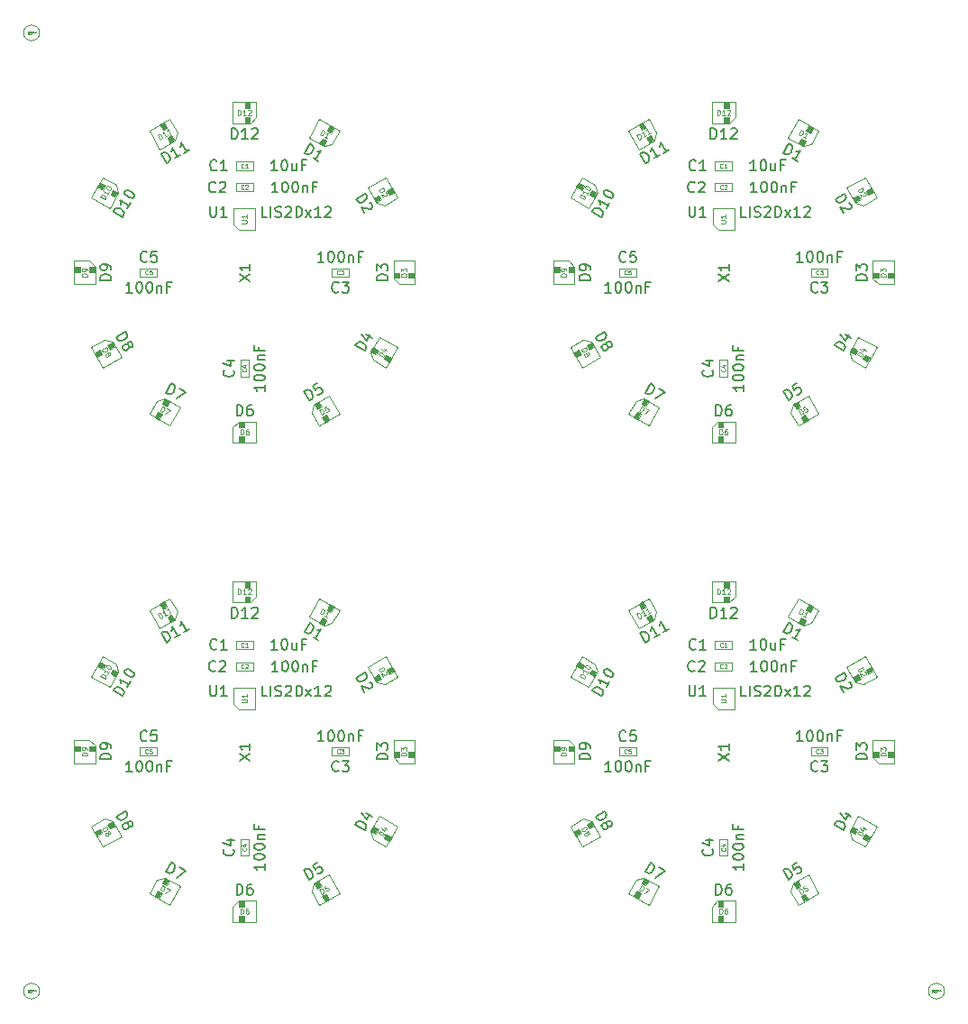
<source format=gbr>
%TF.GenerationSoftware,KiCad,Pcbnew,8.99.0-2433-g53022ab347*%
%TF.CreationDate,2024-09-29T16:39:53+02:00*%
%TF.ProjectId,BlinkyLoopSAO_2x2_panel,426c696e-6b79-44c6-9f6f-7053414f5f32,1.0*%
%TF.SameCoordinates,PX2faf080PY2faf080*%
%TF.FileFunction,AssemblyDrawing,Top*%
%FSLAX46Y46*%
G04 Gerber Fmt 4.6, Leading zero omitted, Abs format (unit mm)*
G04 Created by KiCad (PCBNEW 8.99.0-2433-g53022ab347) date 2024-09-29 16:39:53*
%MOMM*%
%LPD*%
G01*
G04 APERTURE LIST*
%ADD10C,0.040000*%
%ADD11C,0.150000*%
%ADD12C,0.075000*%
%ADD13C,0.060000*%
%ADD14C,0.100000*%
G04 APERTURE END LIST*
D10*
X89733333Y-92590443D02*
X89666667Y-92495205D01*
X89619048Y-92590443D02*
X89619048Y-92390443D01*
X89619048Y-92390443D02*
X89695238Y-92390443D01*
X89695238Y-92390443D02*
X89714286Y-92399967D01*
X89714286Y-92399967D02*
X89723809Y-92409491D01*
X89723809Y-92409491D02*
X89733333Y-92428539D01*
X89733333Y-92428539D02*
X89733333Y-92457110D01*
X89733333Y-92457110D02*
X89723809Y-92476158D01*
X89723809Y-92476158D02*
X89714286Y-92485681D01*
X89714286Y-92485681D02*
X89695238Y-92495205D01*
X89695238Y-92495205D02*
X89619048Y-92495205D01*
X89819048Y-92485681D02*
X89885714Y-92485681D01*
X89914286Y-92590443D02*
X89819048Y-92590443D01*
X89819048Y-92590443D02*
X89819048Y-92390443D01*
X89819048Y-92390443D02*
X89914286Y-92390443D01*
X90066666Y-92485681D02*
X90000000Y-92485681D01*
X90000000Y-92590443D02*
X90000000Y-92390443D01*
X90000000Y-92390443D02*
X90095238Y-92390443D01*
X90200000Y-92390443D02*
X90200000Y-92438062D01*
X90152381Y-92419015D02*
X90200000Y-92438062D01*
X90200000Y-92438062D02*
X90247619Y-92419015D01*
X90171429Y-92476158D02*
X90200000Y-92438062D01*
X90200000Y-92438062D02*
X90228571Y-92476158D01*
X90352381Y-92390443D02*
X90352381Y-92438062D01*
X90304762Y-92419015D02*
X90352381Y-92438062D01*
X90352381Y-92438062D02*
X90400000Y-92419015D01*
X90323810Y-92476158D02*
X90352381Y-92438062D01*
X90352381Y-92438062D02*
X90380952Y-92476158D01*
X4733333Y-2590443D02*
X4666667Y-2495205D01*
X4619048Y-2590443D02*
X4619048Y-2390443D01*
X4619048Y-2390443D02*
X4695238Y-2390443D01*
X4695238Y-2390443D02*
X4714286Y-2399967D01*
X4714286Y-2399967D02*
X4723809Y-2409491D01*
X4723809Y-2409491D02*
X4733333Y-2428539D01*
X4733333Y-2428539D02*
X4733333Y-2457110D01*
X4733333Y-2457110D02*
X4723809Y-2476158D01*
X4723809Y-2476158D02*
X4714286Y-2485681D01*
X4714286Y-2485681D02*
X4695238Y-2495205D01*
X4695238Y-2495205D02*
X4619048Y-2495205D01*
X4819048Y-2485681D02*
X4885714Y-2485681D01*
X4914286Y-2590443D02*
X4819048Y-2590443D01*
X4819048Y-2590443D02*
X4819048Y-2390443D01*
X4819048Y-2390443D02*
X4914286Y-2390443D01*
X5066666Y-2485681D02*
X5000000Y-2485681D01*
X5000000Y-2590443D02*
X5000000Y-2390443D01*
X5000000Y-2390443D02*
X5095238Y-2390443D01*
X5200000Y-2390443D02*
X5200000Y-2438062D01*
X5152381Y-2419015D02*
X5200000Y-2438062D01*
X5200000Y-2438062D02*
X5247619Y-2419015D01*
X5171429Y-2476158D02*
X5200000Y-2438062D01*
X5200000Y-2438062D02*
X5228571Y-2476158D01*
X5352381Y-2390443D02*
X5352381Y-2438062D01*
X5304762Y-2419015D02*
X5352381Y-2438062D01*
X5352381Y-2438062D02*
X5400000Y-2419015D01*
X5323810Y-2476158D02*
X5352381Y-2438062D01*
X5352381Y-2438062D02*
X5380952Y-2476158D01*
X4733333Y-92590443D02*
X4666667Y-92495205D01*
X4619048Y-92590443D02*
X4619048Y-92390443D01*
X4619048Y-92390443D02*
X4695238Y-92390443D01*
X4695238Y-92390443D02*
X4714286Y-92399967D01*
X4714286Y-92399967D02*
X4723809Y-92409491D01*
X4723809Y-92409491D02*
X4733333Y-92428539D01*
X4733333Y-92428539D02*
X4733333Y-92457110D01*
X4733333Y-92457110D02*
X4723809Y-92476158D01*
X4723809Y-92476158D02*
X4714286Y-92485681D01*
X4714286Y-92485681D02*
X4695238Y-92495205D01*
X4695238Y-92495205D02*
X4619048Y-92495205D01*
X4819048Y-92485681D02*
X4885714Y-92485681D01*
X4914286Y-92590443D02*
X4819048Y-92590443D01*
X4819048Y-92590443D02*
X4819048Y-92390443D01*
X4819048Y-92390443D02*
X4914286Y-92390443D01*
X5066666Y-92485681D02*
X5000000Y-92485681D01*
X5000000Y-92590443D02*
X5000000Y-92390443D01*
X5000000Y-92390443D02*
X5095238Y-92390443D01*
X5200000Y-92390443D02*
X5200000Y-92438062D01*
X5152381Y-92419015D02*
X5200000Y-92438062D01*
X5200000Y-92438062D02*
X5247619Y-92419015D01*
X5171429Y-92476158D02*
X5200000Y-92438062D01*
X5200000Y-92438062D02*
X5228571Y-92476158D01*
X5352381Y-92390443D02*
X5352381Y-92438062D01*
X5304762Y-92419015D02*
X5352381Y-92438062D01*
X5352381Y-92438062D02*
X5400000Y-92419015D01*
X5323810Y-92476158D02*
X5352381Y-92438062D01*
X5352381Y-92438062D02*
X5380952Y-92476158D01*
D11*
X13528792Y-19779011D02*
X12662767Y-19279011D01*
X12662767Y-19279011D02*
X12781815Y-19072815D01*
X12781815Y-19072815D02*
X12894483Y-18972906D01*
X12894483Y-18972906D02*
X13024580Y-18938047D01*
X13024580Y-18938047D02*
X13130868Y-18944427D01*
X13130868Y-18944427D02*
X13319635Y-18998425D01*
X13319635Y-18998425D02*
X13443353Y-19069854D01*
X13443353Y-19069854D02*
X13584501Y-19206331D01*
X13584501Y-19206331D02*
X13643170Y-19295190D01*
X13643170Y-19295190D02*
X13678029Y-19425287D01*
X13678029Y-19425287D02*
X13647840Y-19572815D01*
X13647840Y-19572815D02*
X13528792Y-19779011D01*
X14290697Y-18459354D02*
X14004983Y-18954225D01*
X14147840Y-18706789D02*
X13281815Y-18206789D01*
X13281815Y-18206789D02*
X13357914Y-18360697D01*
X13357914Y-18360697D02*
X13392773Y-18490794D01*
X13392773Y-18490794D02*
X13386393Y-18597082D01*
X13734196Y-17423243D02*
X13781815Y-17340764D01*
X13781815Y-17340764D02*
X13870673Y-17282095D01*
X13870673Y-17282095D02*
X13935722Y-17264665D01*
X13935722Y-17264665D02*
X14042010Y-17271045D01*
X14042010Y-17271045D02*
X14230777Y-17325044D01*
X14230777Y-17325044D02*
X14436973Y-17444091D01*
X14436973Y-17444091D02*
X14578121Y-17580569D01*
X14578121Y-17580569D02*
X14636790Y-17669427D01*
X14636790Y-17669427D02*
X14654220Y-17734476D01*
X14654220Y-17734476D02*
X14647840Y-17840764D01*
X14647840Y-17840764D02*
X14600221Y-17923243D01*
X14600221Y-17923243D02*
X14511363Y-17981912D01*
X14511363Y-17981912D02*
X14446314Y-17999341D01*
X14446314Y-17999341D02*
X14340026Y-17992962D01*
X14340026Y-17992962D02*
X14151259Y-17938963D01*
X14151259Y-17938963D02*
X13945062Y-17819915D01*
X13945062Y-17819915D02*
X13803915Y-17683438D01*
X13803915Y-17683438D02*
X13745246Y-17594580D01*
X13745246Y-17594580D02*
X13727816Y-17529531D01*
X13727816Y-17529531D02*
X13734196Y-17423243D01*
D12*
X11903371Y-18139505D02*
X11470358Y-17889505D01*
X11470358Y-17889505D02*
X11529882Y-17786407D01*
X11529882Y-17786407D02*
X11586216Y-17736453D01*
X11586216Y-17736453D02*
X11651265Y-17719023D01*
X11651265Y-17719023D02*
X11704409Y-17722213D01*
X11704409Y-17722213D02*
X11798792Y-17749212D01*
X11798792Y-17749212D02*
X11860651Y-17784926D01*
X11860651Y-17784926D02*
X11931225Y-17853165D01*
X11931225Y-17853165D02*
X11960559Y-17897594D01*
X11960559Y-17897594D02*
X11977989Y-17962643D01*
X11977989Y-17962643D02*
X11962895Y-18036407D01*
X11962895Y-18036407D02*
X11903371Y-18139505D01*
X12284323Y-17479676D02*
X12141466Y-17727112D01*
X12212895Y-17603394D02*
X11779882Y-17353394D01*
X11779882Y-17353394D02*
X11817931Y-17430348D01*
X11817931Y-17430348D02*
X11835361Y-17495396D01*
X11835361Y-17495396D02*
X11832171Y-17548541D01*
X12006072Y-16961621D02*
X12029882Y-16920382D01*
X12029882Y-16920382D02*
X12074311Y-16891047D01*
X12074311Y-16891047D02*
X12106835Y-16882332D01*
X12106835Y-16882332D02*
X12159979Y-16885522D01*
X12159979Y-16885522D02*
X12254363Y-16912522D01*
X12254363Y-16912522D02*
X12357461Y-16972045D01*
X12357461Y-16972045D02*
X12428035Y-17040284D01*
X12428035Y-17040284D02*
X12457369Y-17084713D01*
X12457369Y-17084713D02*
X12466084Y-17117238D01*
X12466084Y-17117238D02*
X12462894Y-17170382D01*
X12462894Y-17170382D02*
X12439085Y-17211621D01*
X12439085Y-17211621D02*
X12394656Y-17240956D01*
X12394656Y-17240956D02*
X12362131Y-17249670D01*
X12362131Y-17249670D02*
X12308987Y-17246481D01*
X12308987Y-17246481D02*
X12214604Y-17219481D01*
X12214604Y-17219481D02*
X12111505Y-17159957D01*
X12111505Y-17159957D02*
X12040932Y-17091719D01*
X12040932Y-17091719D02*
X12011597Y-17047290D01*
X12011597Y-17047290D02*
X12002882Y-17014765D01*
X12002882Y-17014765D02*
X12006072Y-16961621D01*
D11*
X23785714Y-12454819D02*
X23785714Y-11454819D01*
X23785714Y-11454819D02*
X24023809Y-11454819D01*
X24023809Y-11454819D02*
X24166666Y-11502438D01*
X24166666Y-11502438D02*
X24261904Y-11597676D01*
X24261904Y-11597676D02*
X24309523Y-11692914D01*
X24309523Y-11692914D02*
X24357142Y-11883390D01*
X24357142Y-11883390D02*
X24357142Y-12026247D01*
X24357142Y-12026247D02*
X24309523Y-12216723D01*
X24309523Y-12216723D02*
X24261904Y-12311961D01*
X24261904Y-12311961D02*
X24166666Y-12407200D01*
X24166666Y-12407200D02*
X24023809Y-12454819D01*
X24023809Y-12454819D02*
X23785714Y-12454819D01*
X25309523Y-12454819D02*
X24738095Y-12454819D01*
X25023809Y-12454819D02*
X25023809Y-11454819D01*
X25023809Y-11454819D02*
X24928571Y-11597676D01*
X24928571Y-11597676D02*
X24833333Y-11692914D01*
X24833333Y-11692914D02*
X24738095Y-11740533D01*
X25690476Y-11550057D02*
X25738095Y-11502438D01*
X25738095Y-11502438D02*
X25833333Y-11454819D01*
X25833333Y-11454819D02*
X26071428Y-11454819D01*
X26071428Y-11454819D02*
X26166666Y-11502438D01*
X26166666Y-11502438D02*
X26214285Y-11550057D01*
X26214285Y-11550057D02*
X26261904Y-11645295D01*
X26261904Y-11645295D02*
X26261904Y-11740533D01*
X26261904Y-11740533D02*
X26214285Y-11883390D01*
X26214285Y-11883390D02*
X25642857Y-12454819D01*
X25642857Y-12454819D02*
X26261904Y-12454819D01*
D12*
X24392857Y-10227409D02*
X24392857Y-9727409D01*
X24392857Y-9727409D02*
X24511905Y-9727409D01*
X24511905Y-9727409D02*
X24583333Y-9751219D01*
X24583333Y-9751219D02*
X24630952Y-9798838D01*
X24630952Y-9798838D02*
X24654762Y-9846457D01*
X24654762Y-9846457D02*
X24678571Y-9941695D01*
X24678571Y-9941695D02*
X24678571Y-10013123D01*
X24678571Y-10013123D02*
X24654762Y-10108361D01*
X24654762Y-10108361D02*
X24630952Y-10155980D01*
X24630952Y-10155980D02*
X24583333Y-10203600D01*
X24583333Y-10203600D02*
X24511905Y-10227409D01*
X24511905Y-10227409D02*
X24392857Y-10227409D01*
X25154762Y-10227409D02*
X24869048Y-10227409D01*
X25011905Y-10227409D02*
X25011905Y-9727409D01*
X25011905Y-9727409D02*
X24964286Y-9798838D01*
X24964286Y-9798838D02*
X24916667Y-9846457D01*
X24916667Y-9846457D02*
X24869048Y-9870266D01*
X25345238Y-9775028D02*
X25369047Y-9751219D01*
X25369047Y-9751219D02*
X25416666Y-9727409D01*
X25416666Y-9727409D02*
X25535714Y-9727409D01*
X25535714Y-9727409D02*
X25583333Y-9751219D01*
X25583333Y-9751219D02*
X25607142Y-9775028D01*
X25607142Y-9775028D02*
X25630952Y-9822647D01*
X25630952Y-9822647D02*
X25630952Y-9870266D01*
X25630952Y-9870266D02*
X25607142Y-9941695D01*
X25607142Y-9941695D02*
X25321428Y-10227409D01*
X25321428Y-10227409D02*
X25630952Y-10227409D01*
D11*
X22383333Y-15334580D02*
X22335714Y-15382200D01*
X22335714Y-15382200D02*
X22192857Y-15429819D01*
X22192857Y-15429819D02*
X22097619Y-15429819D01*
X22097619Y-15429819D02*
X21954762Y-15382200D01*
X21954762Y-15382200D02*
X21859524Y-15286961D01*
X21859524Y-15286961D02*
X21811905Y-15191723D01*
X21811905Y-15191723D02*
X21764286Y-15001247D01*
X21764286Y-15001247D02*
X21764286Y-14858390D01*
X21764286Y-14858390D02*
X21811905Y-14667914D01*
X21811905Y-14667914D02*
X21859524Y-14572676D01*
X21859524Y-14572676D02*
X21954762Y-14477438D01*
X21954762Y-14477438D02*
X22097619Y-14429819D01*
X22097619Y-14429819D02*
X22192857Y-14429819D01*
X22192857Y-14429819D02*
X22335714Y-14477438D01*
X22335714Y-14477438D02*
X22383333Y-14525057D01*
X23335714Y-15429819D02*
X22764286Y-15429819D01*
X23050000Y-15429819D02*
X23050000Y-14429819D01*
X23050000Y-14429819D02*
X22954762Y-14572676D01*
X22954762Y-14572676D02*
X22859524Y-14667914D01*
X22859524Y-14667914D02*
X22764286Y-14715533D01*
X28078571Y-15429819D02*
X27507143Y-15429819D01*
X27792857Y-15429819D02*
X27792857Y-14429819D01*
X27792857Y-14429819D02*
X27697619Y-14572676D01*
X27697619Y-14572676D02*
X27602381Y-14667914D01*
X27602381Y-14667914D02*
X27507143Y-14715533D01*
X28697619Y-14429819D02*
X28792857Y-14429819D01*
X28792857Y-14429819D02*
X28888095Y-14477438D01*
X28888095Y-14477438D02*
X28935714Y-14525057D01*
X28935714Y-14525057D02*
X28983333Y-14620295D01*
X28983333Y-14620295D02*
X29030952Y-14810771D01*
X29030952Y-14810771D02*
X29030952Y-15048866D01*
X29030952Y-15048866D02*
X28983333Y-15239342D01*
X28983333Y-15239342D02*
X28935714Y-15334580D01*
X28935714Y-15334580D02*
X28888095Y-15382200D01*
X28888095Y-15382200D02*
X28792857Y-15429819D01*
X28792857Y-15429819D02*
X28697619Y-15429819D01*
X28697619Y-15429819D02*
X28602381Y-15382200D01*
X28602381Y-15382200D02*
X28554762Y-15334580D01*
X28554762Y-15334580D02*
X28507143Y-15239342D01*
X28507143Y-15239342D02*
X28459524Y-15048866D01*
X28459524Y-15048866D02*
X28459524Y-14810771D01*
X28459524Y-14810771D02*
X28507143Y-14620295D01*
X28507143Y-14620295D02*
X28554762Y-14525057D01*
X28554762Y-14525057D02*
X28602381Y-14477438D01*
X28602381Y-14477438D02*
X28697619Y-14429819D01*
X29888095Y-14763152D02*
X29888095Y-15429819D01*
X29459524Y-14763152D02*
X29459524Y-15286961D01*
X29459524Y-15286961D02*
X29507143Y-15382200D01*
X29507143Y-15382200D02*
X29602381Y-15429819D01*
X29602381Y-15429819D02*
X29745238Y-15429819D01*
X29745238Y-15429819D02*
X29840476Y-15382200D01*
X29840476Y-15382200D02*
X29888095Y-15334580D01*
X30697619Y-14906009D02*
X30364286Y-14906009D01*
X30364286Y-15429819D02*
X30364286Y-14429819D01*
X30364286Y-14429819D02*
X30840476Y-14429819D01*
D13*
X24933333Y-15143832D02*
X24914285Y-15162880D01*
X24914285Y-15162880D02*
X24857143Y-15181927D01*
X24857143Y-15181927D02*
X24819047Y-15181927D01*
X24819047Y-15181927D02*
X24761904Y-15162880D01*
X24761904Y-15162880D02*
X24723809Y-15124784D01*
X24723809Y-15124784D02*
X24704762Y-15086689D01*
X24704762Y-15086689D02*
X24685714Y-15010499D01*
X24685714Y-15010499D02*
X24685714Y-14953356D01*
X24685714Y-14953356D02*
X24704762Y-14877165D01*
X24704762Y-14877165D02*
X24723809Y-14839070D01*
X24723809Y-14839070D02*
X24761904Y-14800975D01*
X24761904Y-14800975D02*
X24819047Y-14781927D01*
X24819047Y-14781927D02*
X24857143Y-14781927D01*
X24857143Y-14781927D02*
X24914285Y-14800975D01*
X24914285Y-14800975D02*
X24933333Y-14820022D01*
X25314285Y-15181927D02*
X25085714Y-15181927D01*
X25200000Y-15181927D02*
X25200000Y-14781927D01*
X25200000Y-14781927D02*
X25161904Y-14839070D01*
X25161904Y-14839070D02*
X25123809Y-14877165D01*
X25123809Y-14877165D02*
X25085714Y-14896213D01*
D11*
X15833333Y-23929580D02*
X15785714Y-23977200D01*
X15785714Y-23977200D02*
X15642857Y-24024819D01*
X15642857Y-24024819D02*
X15547619Y-24024819D01*
X15547619Y-24024819D02*
X15404762Y-23977200D01*
X15404762Y-23977200D02*
X15309524Y-23881961D01*
X15309524Y-23881961D02*
X15261905Y-23786723D01*
X15261905Y-23786723D02*
X15214286Y-23596247D01*
X15214286Y-23596247D02*
X15214286Y-23453390D01*
X15214286Y-23453390D02*
X15261905Y-23262914D01*
X15261905Y-23262914D02*
X15309524Y-23167676D01*
X15309524Y-23167676D02*
X15404762Y-23072438D01*
X15404762Y-23072438D02*
X15547619Y-23024819D01*
X15547619Y-23024819D02*
X15642857Y-23024819D01*
X15642857Y-23024819D02*
X15785714Y-23072438D01*
X15785714Y-23072438D02*
X15833333Y-23120057D01*
X16738095Y-23024819D02*
X16261905Y-23024819D01*
X16261905Y-23024819D02*
X16214286Y-23501009D01*
X16214286Y-23501009D02*
X16261905Y-23453390D01*
X16261905Y-23453390D02*
X16357143Y-23405771D01*
X16357143Y-23405771D02*
X16595238Y-23405771D01*
X16595238Y-23405771D02*
X16690476Y-23453390D01*
X16690476Y-23453390D02*
X16738095Y-23501009D01*
X16738095Y-23501009D02*
X16785714Y-23596247D01*
X16785714Y-23596247D02*
X16785714Y-23834342D01*
X16785714Y-23834342D02*
X16738095Y-23929580D01*
X16738095Y-23929580D02*
X16690476Y-23977200D01*
X16690476Y-23977200D02*
X16595238Y-24024819D01*
X16595238Y-24024819D02*
X16357143Y-24024819D01*
X16357143Y-24024819D02*
X16261905Y-23977200D01*
X16261905Y-23977200D02*
X16214286Y-23929580D01*
X14452380Y-26884819D02*
X13880952Y-26884819D01*
X14166666Y-26884819D02*
X14166666Y-25884819D01*
X14166666Y-25884819D02*
X14071428Y-26027676D01*
X14071428Y-26027676D02*
X13976190Y-26122914D01*
X13976190Y-26122914D02*
X13880952Y-26170533D01*
X15071428Y-25884819D02*
X15166666Y-25884819D01*
X15166666Y-25884819D02*
X15261904Y-25932438D01*
X15261904Y-25932438D02*
X15309523Y-25980057D01*
X15309523Y-25980057D02*
X15357142Y-26075295D01*
X15357142Y-26075295D02*
X15404761Y-26265771D01*
X15404761Y-26265771D02*
X15404761Y-26503866D01*
X15404761Y-26503866D02*
X15357142Y-26694342D01*
X15357142Y-26694342D02*
X15309523Y-26789580D01*
X15309523Y-26789580D02*
X15261904Y-26837200D01*
X15261904Y-26837200D02*
X15166666Y-26884819D01*
X15166666Y-26884819D02*
X15071428Y-26884819D01*
X15071428Y-26884819D02*
X14976190Y-26837200D01*
X14976190Y-26837200D02*
X14928571Y-26789580D01*
X14928571Y-26789580D02*
X14880952Y-26694342D01*
X14880952Y-26694342D02*
X14833333Y-26503866D01*
X14833333Y-26503866D02*
X14833333Y-26265771D01*
X14833333Y-26265771D02*
X14880952Y-26075295D01*
X14880952Y-26075295D02*
X14928571Y-25980057D01*
X14928571Y-25980057D02*
X14976190Y-25932438D01*
X14976190Y-25932438D02*
X15071428Y-25884819D01*
X16023809Y-25884819D02*
X16119047Y-25884819D01*
X16119047Y-25884819D02*
X16214285Y-25932438D01*
X16214285Y-25932438D02*
X16261904Y-25980057D01*
X16261904Y-25980057D02*
X16309523Y-26075295D01*
X16309523Y-26075295D02*
X16357142Y-26265771D01*
X16357142Y-26265771D02*
X16357142Y-26503866D01*
X16357142Y-26503866D02*
X16309523Y-26694342D01*
X16309523Y-26694342D02*
X16261904Y-26789580D01*
X16261904Y-26789580D02*
X16214285Y-26837200D01*
X16214285Y-26837200D02*
X16119047Y-26884819D01*
X16119047Y-26884819D02*
X16023809Y-26884819D01*
X16023809Y-26884819D02*
X15928571Y-26837200D01*
X15928571Y-26837200D02*
X15880952Y-26789580D01*
X15880952Y-26789580D02*
X15833333Y-26694342D01*
X15833333Y-26694342D02*
X15785714Y-26503866D01*
X15785714Y-26503866D02*
X15785714Y-26265771D01*
X15785714Y-26265771D02*
X15833333Y-26075295D01*
X15833333Y-26075295D02*
X15880952Y-25980057D01*
X15880952Y-25980057D02*
X15928571Y-25932438D01*
X15928571Y-25932438D02*
X16023809Y-25884819D01*
X16785714Y-26218152D02*
X16785714Y-26884819D01*
X16785714Y-26313390D02*
X16833333Y-26265771D01*
X16833333Y-26265771D02*
X16928571Y-26218152D01*
X16928571Y-26218152D02*
X17071428Y-26218152D01*
X17071428Y-26218152D02*
X17166666Y-26265771D01*
X17166666Y-26265771D02*
X17214285Y-26361009D01*
X17214285Y-26361009D02*
X17214285Y-26884819D01*
X18023809Y-26361009D02*
X17690476Y-26361009D01*
X17690476Y-26884819D02*
X17690476Y-25884819D01*
X17690476Y-25884819D02*
X18166666Y-25884819D01*
D13*
X15933333Y-25143832D02*
X15914285Y-25162880D01*
X15914285Y-25162880D02*
X15857143Y-25181927D01*
X15857143Y-25181927D02*
X15819047Y-25181927D01*
X15819047Y-25181927D02*
X15761904Y-25162880D01*
X15761904Y-25162880D02*
X15723809Y-25124784D01*
X15723809Y-25124784D02*
X15704762Y-25086689D01*
X15704762Y-25086689D02*
X15685714Y-25010499D01*
X15685714Y-25010499D02*
X15685714Y-24953356D01*
X15685714Y-24953356D02*
X15704762Y-24877165D01*
X15704762Y-24877165D02*
X15723809Y-24839070D01*
X15723809Y-24839070D02*
X15761904Y-24800975D01*
X15761904Y-24800975D02*
X15819047Y-24781927D01*
X15819047Y-24781927D02*
X15857143Y-24781927D01*
X15857143Y-24781927D02*
X15914285Y-24800975D01*
X15914285Y-24800975D02*
X15933333Y-24820022D01*
X16295238Y-24781927D02*
X16104762Y-24781927D01*
X16104762Y-24781927D02*
X16085714Y-24972403D01*
X16085714Y-24972403D02*
X16104762Y-24953356D01*
X16104762Y-24953356D02*
X16142857Y-24934308D01*
X16142857Y-24934308D02*
X16238095Y-24934308D01*
X16238095Y-24934308D02*
X16276190Y-24953356D01*
X16276190Y-24953356D02*
X16295238Y-24972403D01*
X16295238Y-24972403D02*
X16314285Y-25010499D01*
X16314285Y-25010499D02*
X16314285Y-25105737D01*
X16314285Y-25105737D02*
X16295238Y-25143832D01*
X16295238Y-25143832D02*
X16276190Y-25162880D01*
X16276190Y-25162880D02*
X16238095Y-25181927D01*
X16238095Y-25181927D02*
X16142857Y-25181927D01*
X16142857Y-25181927D02*
X16104762Y-25162880D01*
X16104762Y-25162880D02*
X16085714Y-25143832D01*
D11*
X22283333Y-17384580D02*
X22235714Y-17432200D01*
X22235714Y-17432200D02*
X22092857Y-17479819D01*
X22092857Y-17479819D02*
X21997619Y-17479819D01*
X21997619Y-17479819D02*
X21854762Y-17432200D01*
X21854762Y-17432200D02*
X21759524Y-17336961D01*
X21759524Y-17336961D02*
X21711905Y-17241723D01*
X21711905Y-17241723D02*
X21664286Y-17051247D01*
X21664286Y-17051247D02*
X21664286Y-16908390D01*
X21664286Y-16908390D02*
X21711905Y-16717914D01*
X21711905Y-16717914D02*
X21759524Y-16622676D01*
X21759524Y-16622676D02*
X21854762Y-16527438D01*
X21854762Y-16527438D02*
X21997619Y-16479819D01*
X21997619Y-16479819D02*
X22092857Y-16479819D01*
X22092857Y-16479819D02*
X22235714Y-16527438D01*
X22235714Y-16527438D02*
X22283333Y-16575057D01*
X22664286Y-16575057D02*
X22711905Y-16527438D01*
X22711905Y-16527438D02*
X22807143Y-16479819D01*
X22807143Y-16479819D02*
X23045238Y-16479819D01*
X23045238Y-16479819D02*
X23140476Y-16527438D01*
X23140476Y-16527438D02*
X23188095Y-16575057D01*
X23188095Y-16575057D02*
X23235714Y-16670295D01*
X23235714Y-16670295D02*
X23235714Y-16765533D01*
X23235714Y-16765533D02*
X23188095Y-16908390D01*
X23188095Y-16908390D02*
X22616667Y-17479819D01*
X22616667Y-17479819D02*
X23235714Y-17479819D01*
X28142380Y-17484819D02*
X27570952Y-17484819D01*
X27856666Y-17484819D02*
X27856666Y-16484819D01*
X27856666Y-16484819D02*
X27761428Y-16627676D01*
X27761428Y-16627676D02*
X27666190Y-16722914D01*
X27666190Y-16722914D02*
X27570952Y-16770533D01*
X28761428Y-16484819D02*
X28856666Y-16484819D01*
X28856666Y-16484819D02*
X28951904Y-16532438D01*
X28951904Y-16532438D02*
X28999523Y-16580057D01*
X28999523Y-16580057D02*
X29047142Y-16675295D01*
X29047142Y-16675295D02*
X29094761Y-16865771D01*
X29094761Y-16865771D02*
X29094761Y-17103866D01*
X29094761Y-17103866D02*
X29047142Y-17294342D01*
X29047142Y-17294342D02*
X28999523Y-17389580D01*
X28999523Y-17389580D02*
X28951904Y-17437200D01*
X28951904Y-17437200D02*
X28856666Y-17484819D01*
X28856666Y-17484819D02*
X28761428Y-17484819D01*
X28761428Y-17484819D02*
X28666190Y-17437200D01*
X28666190Y-17437200D02*
X28618571Y-17389580D01*
X28618571Y-17389580D02*
X28570952Y-17294342D01*
X28570952Y-17294342D02*
X28523333Y-17103866D01*
X28523333Y-17103866D02*
X28523333Y-16865771D01*
X28523333Y-16865771D02*
X28570952Y-16675295D01*
X28570952Y-16675295D02*
X28618571Y-16580057D01*
X28618571Y-16580057D02*
X28666190Y-16532438D01*
X28666190Y-16532438D02*
X28761428Y-16484819D01*
X29713809Y-16484819D02*
X29809047Y-16484819D01*
X29809047Y-16484819D02*
X29904285Y-16532438D01*
X29904285Y-16532438D02*
X29951904Y-16580057D01*
X29951904Y-16580057D02*
X29999523Y-16675295D01*
X29999523Y-16675295D02*
X30047142Y-16865771D01*
X30047142Y-16865771D02*
X30047142Y-17103866D01*
X30047142Y-17103866D02*
X29999523Y-17294342D01*
X29999523Y-17294342D02*
X29951904Y-17389580D01*
X29951904Y-17389580D02*
X29904285Y-17437200D01*
X29904285Y-17437200D02*
X29809047Y-17484819D01*
X29809047Y-17484819D02*
X29713809Y-17484819D01*
X29713809Y-17484819D02*
X29618571Y-17437200D01*
X29618571Y-17437200D02*
X29570952Y-17389580D01*
X29570952Y-17389580D02*
X29523333Y-17294342D01*
X29523333Y-17294342D02*
X29475714Y-17103866D01*
X29475714Y-17103866D02*
X29475714Y-16865771D01*
X29475714Y-16865771D02*
X29523333Y-16675295D01*
X29523333Y-16675295D02*
X29570952Y-16580057D01*
X29570952Y-16580057D02*
X29618571Y-16532438D01*
X29618571Y-16532438D02*
X29713809Y-16484819D01*
X30475714Y-16818152D02*
X30475714Y-17484819D01*
X30475714Y-16913390D02*
X30523333Y-16865771D01*
X30523333Y-16865771D02*
X30618571Y-16818152D01*
X30618571Y-16818152D02*
X30761428Y-16818152D01*
X30761428Y-16818152D02*
X30856666Y-16865771D01*
X30856666Y-16865771D02*
X30904285Y-16961009D01*
X30904285Y-16961009D02*
X30904285Y-17484819D01*
X31713809Y-16961009D02*
X31380476Y-16961009D01*
X31380476Y-17484819D02*
X31380476Y-16484819D01*
X31380476Y-16484819D02*
X31856666Y-16484819D01*
D13*
X24933333Y-17143832D02*
X24914285Y-17162880D01*
X24914285Y-17162880D02*
X24857143Y-17181927D01*
X24857143Y-17181927D02*
X24819047Y-17181927D01*
X24819047Y-17181927D02*
X24761904Y-17162880D01*
X24761904Y-17162880D02*
X24723809Y-17124784D01*
X24723809Y-17124784D02*
X24704762Y-17086689D01*
X24704762Y-17086689D02*
X24685714Y-17010499D01*
X24685714Y-17010499D02*
X24685714Y-16953356D01*
X24685714Y-16953356D02*
X24704762Y-16877165D01*
X24704762Y-16877165D02*
X24723809Y-16839070D01*
X24723809Y-16839070D02*
X24761904Y-16800975D01*
X24761904Y-16800975D02*
X24819047Y-16781927D01*
X24819047Y-16781927D02*
X24857143Y-16781927D01*
X24857143Y-16781927D02*
X24914285Y-16800975D01*
X24914285Y-16800975D02*
X24933333Y-16820022D01*
X25085714Y-16820022D02*
X25104762Y-16800975D01*
X25104762Y-16800975D02*
X25142857Y-16781927D01*
X25142857Y-16781927D02*
X25238095Y-16781927D01*
X25238095Y-16781927D02*
X25276190Y-16800975D01*
X25276190Y-16800975D02*
X25295238Y-16820022D01*
X25295238Y-16820022D02*
X25314285Y-16858118D01*
X25314285Y-16858118D02*
X25314285Y-16896213D01*
X25314285Y-16896213D02*
X25295238Y-16953356D01*
X25295238Y-16953356D02*
X25066666Y-17181927D01*
X25066666Y-17181927D02*
X25314285Y-17181927D01*
D11*
X24261905Y-38454819D02*
X24261905Y-37454819D01*
X24261905Y-37454819D02*
X24500000Y-37454819D01*
X24500000Y-37454819D02*
X24642857Y-37502438D01*
X24642857Y-37502438D02*
X24738095Y-37597676D01*
X24738095Y-37597676D02*
X24785714Y-37692914D01*
X24785714Y-37692914D02*
X24833333Y-37883390D01*
X24833333Y-37883390D02*
X24833333Y-38026247D01*
X24833333Y-38026247D02*
X24785714Y-38216723D01*
X24785714Y-38216723D02*
X24738095Y-38311961D01*
X24738095Y-38311961D02*
X24642857Y-38407200D01*
X24642857Y-38407200D02*
X24500000Y-38454819D01*
X24500000Y-38454819D02*
X24261905Y-38454819D01*
X25690476Y-37454819D02*
X25500000Y-37454819D01*
X25500000Y-37454819D02*
X25404762Y-37502438D01*
X25404762Y-37502438D02*
X25357143Y-37550057D01*
X25357143Y-37550057D02*
X25261905Y-37692914D01*
X25261905Y-37692914D02*
X25214286Y-37883390D01*
X25214286Y-37883390D02*
X25214286Y-38264342D01*
X25214286Y-38264342D02*
X25261905Y-38359580D01*
X25261905Y-38359580D02*
X25309524Y-38407200D01*
X25309524Y-38407200D02*
X25404762Y-38454819D01*
X25404762Y-38454819D02*
X25595238Y-38454819D01*
X25595238Y-38454819D02*
X25690476Y-38407200D01*
X25690476Y-38407200D02*
X25738095Y-38359580D01*
X25738095Y-38359580D02*
X25785714Y-38264342D01*
X25785714Y-38264342D02*
X25785714Y-38026247D01*
X25785714Y-38026247D02*
X25738095Y-37931009D01*
X25738095Y-37931009D02*
X25690476Y-37883390D01*
X25690476Y-37883390D02*
X25595238Y-37835771D01*
X25595238Y-37835771D02*
X25404762Y-37835771D01*
X25404762Y-37835771D02*
X25309524Y-37883390D01*
X25309524Y-37883390D02*
X25261905Y-37931009D01*
X25261905Y-37931009D02*
X25214286Y-38026247D01*
D12*
X24630952Y-40227409D02*
X24630952Y-39727409D01*
X24630952Y-39727409D02*
X24750000Y-39727409D01*
X24750000Y-39727409D02*
X24821428Y-39751219D01*
X24821428Y-39751219D02*
X24869047Y-39798838D01*
X24869047Y-39798838D02*
X24892857Y-39846457D01*
X24892857Y-39846457D02*
X24916666Y-39941695D01*
X24916666Y-39941695D02*
X24916666Y-40013123D01*
X24916666Y-40013123D02*
X24892857Y-40108361D01*
X24892857Y-40108361D02*
X24869047Y-40155980D01*
X24869047Y-40155980D02*
X24821428Y-40203600D01*
X24821428Y-40203600D02*
X24750000Y-40227409D01*
X24750000Y-40227409D02*
X24630952Y-40227409D01*
X25345238Y-39727409D02*
X25250000Y-39727409D01*
X25250000Y-39727409D02*
X25202381Y-39751219D01*
X25202381Y-39751219D02*
X25178571Y-39775028D01*
X25178571Y-39775028D02*
X25130952Y-39846457D01*
X25130952Y-39846457D02*
X25107143Y-39941695D01*
X25107143Y-39941695D02*
X25107143Y-40132171D01*
X25107143Y-40132171D02*
X25130952Y-40179790D01*
X25130952Y-40179790D02*
X25154762Y-40203600D01*
X25154762Y-40203600D02*
X25202381Y-40227409D01*
X25202381Y-40227409D02*
X25297619Y-40227409D01*
X25297619Y-40227409D02*
X25345238Y-40203600D01*
X25345238Y-40203600D02*
X25369047Y-40179790D01*
X25369047Y-40179790D02*
X25392857Y-40132171D01*
X25392857Y-40132171D02*
X25392857Y-40013123D01*
X25392857Y-40013123D02*
X25369047Y-39965504D01*
X25369047Y-39965504D02*
X25345238Y-39941695D01*
X25345238Y-39941695D02*
X25297619Y-39917885D01*
X25297619Y-39917885D02*
X25202381Y-39917885D01*
X25202381Y-39917885D02*
X25154762Y-39941695D01*
X25154762Y-39941695D02*
X25130952Y-39965504D01*
X25130952Y-39965504D02*
X25107143Y-40013123D01*
D11*
X36282786Y-32366618D02*
X35416761Y-31866618D01*
X35416761Y-31866618D02*
X35535808Y-31660421D01*
X35535808Y-31660421D02*
X35648476Y-31560513D01*
X35648476Y-31560513D02*
X35778574Y-31525653D01*
X35778574Y-31525653D02*
X35884862Y-31532033D01*
X35884862Y-31532033D02*
X36073629Y-31586032D01*
X36073629Y-31586032D02*
X36197347Y-31657460D01*
X36197347Y-31657460D02*
X36338494Y-31793938D01*
X36338494Y-31793938D02*
X36397163Y-31882796D01*
X36397163Y-31882796D02*
X36432023Y-32012894D01*
X36432023Y-32012894D02*
X36401834Y-32160421D01*
X36401834Y-32160421D02*
X36282786Y-32366618D01*
X36419721Y-30796105D02*
X36997072Y-31129439D01*
X35970759Y-30811826D02*
X36470301Y-31375165D01*
X36470301Y-31375165D02*
X36779825Y-30839054D01*
D12*
X38002418Y-32933309D02*
X37569406Y-32683309D01*
X37569406Y-32683309D02*
X37628929Y-32580210D01*
X37628929Y-32580210D02*
X37685263Y-32530256D01*
X37685263Y-32530256D02*
X37750312Y-32512826D01*
X37750312Y-32512826D02*
X37803456Y-32516016D01*
X37803456Y-32516016D02*
X37897840Y-32543016D01*
X37897840Y-32543016D02*
X37959699Y-32578730D01*
X37959699Y-32578730D02*
X38030272Y-32646969D01*
X38030272Y-32646969D02*
X38059607Y-32691398D01*
X38059607Y-32691398D02*
X38077037Y-32756447D01*
X38077037Y-32756447D02*
X38061942Y-32830210D01*
X38061942Y-32830210D02*
X38002418Y-32933309D01*
X38070886Y-32148052D02*
X38359561Y-32314719D01*
X37846405Y-32155913D02*
X38096176Y-32437582D01*
X38096176Y-32437582D02*
X38250938Y-32169527D01*
D11*
X35495016Y-18088200D02*
X36361042Y-17588200D01*
X36361042Y-17588200D02*
X36480089Y-17794397D01*
X36480089Y-17794397D02*
X36510279Y-17941924D01*
X36510279Y-17941924D02*
X36475419Y-18072022D01*
X36475419Y-18072022D02*
X36416750Y-18160880D01*
X36416750Y-18160880D02*
X36275602Y-18297358D01*
X36275602Y-18297358D02*
X36151884Y-18368786D01*
X36151884Y-18368786D02*
X35963118Y-18422785D01*
X35963118Y-18422785D02*
X35856829Y-18429165D01*
X35856829Y-18429165D02*
X35726732Y-18394305D01*
X35726732Y-18394305D02*
X35614064Y-18294397D01*
X35614064Y-18294397D02*
X35495016Y-18088200D01*
X36754754Y-18460605D02*
X36819802Y-18478035D01*
X36819802Y-18478035D02*
X36908661Y-18536704D01*
X36908661Y-18536704D02*
X37027708Y-18742901D01*
X37027708Y-18742901D02*
X37034088Y-18849189D01*
X37034088Y-18849189D02*
X37016658Y-18914238D01*
X37016658Y-18914238D02*
X36957989Y-19003096D01*
X36957989Y-19003096D02*
X36875511Y-19050715D01*
X36875511Y-19050715D02*
X36727983Y-19080904D01*
X36727983Y-19080904D02*
X35947397Y-18871747D01*
X35947397Y-18871747D02*
X36256921Y-19407858D01*
D12*
X37608533Y-17294100D02*
X38041546Y-17044100D01*
X38041546Y-17044100D02*
X38101070Y-17147198D01*
X38101070Y-17147198D02*
X38116165Y-17220962D01*
X38116165Y-17220962D02*
X38098735Y-17286011D01*
X38098735Y-17286011D02*
X38069400Y-17330440D01*
X38069400Y-17330440D02*
X37998826Y-17398679D01*
X37998826Y-17398679D02*
X37936967Y-17434393D01*
X37936967Y-17434393D02*
X37842584Y-17461392D01*
X37842584Y-17461392D02*
X37789440Y-17464582D01*
X37789440Y-17464582D02*
X37724391Y-17447152D01*
X37724391Y-17447152D02*
X37668057Y-17397198D01*
X37668057Y-17397198D02*
X37608533Y-17294100D01*
X38238402Y-17480302D02*
X38270926Y-17489017D01*
X38270926Y-17489017D02*
X38315356Y-17518352D01*
X38315356Y-17518352D02*
X38374879Y-17621450D01*
X38374879Y-17621450D02*
X38378069Y-17674594D01*
X38378069Y-17674594D02*
X38369354Y-17707119D01*
X38369354Y-17707119D02*
X38340020Y-17751548D01*
X38340020Y-17751548D02*
X38298781Y-17775357D01*
X38298781Y-17775357D02*
X38225017Y-17790452D01*
X38225017Y-17790452D02*
X37834724Y-17685873D01*
X37834724Y-17685873D02*
X37989486Y-17953929D01*
D11*
X38454819Y-25738094D02*
X37454819Y-25738094D01*
X37454819Y-25738094D02*
X37454819Y-25499999D01*
X37454819Y-25499999D02*
X37502438Y-25357142D01*
X37502438Y-25357142D02*
X37597676Y-25261904D01*
X37597676Y-25261904D02*
X37692914Y-25214285D01*
X37692914Y-25214285D02*
X37883390Y-25166666D01*
X37883390Y-25166666D02*
X38026247Y-25166666D01*
X38026247Y-25166666D02*
X38216723Y-25214285D01*
X38216723Y-25214285D02*
X38311961Y-25261904D01*
X38311961Y-25261904D02*
X38407200Y-25357142D01*
X38407200Y-25357142D02*
X38454819Y-25499999D01*
X38454819Y-25499999D02*
X38454819Y-25738094D01*
X37454819Y-24833332D02*
X37454819Y-24214285D01*
X37454819Y-24214285D02*
X37835771Y-24547618D01*
X37835771Y-24547618D02*
X37835771Y-24404761D01*
X37835771Y-24404761D02*
X37883390Y-24309523D01*
X37883390Y-24309523D02*
X37931009Y-24261904D01*
X37931009Y-24261904D02*
X38026247Y-24214285D01*
X38026247Y-24214285D02*
X38264342Y-24214285D01*
X38264342Y-24214285D02*
X38359580Y-24261904D01*
X38359580Y-24261904D02*
X38407200Y-24309523D01*
X38407200Y-24309523D02*
X38454819Y-24404761D01*
X38454819Y-24404761D02*
X38454819Y-24690475D01*
X38454819Y-24690475D02*
X38407200Y-24785713D01*
X38407200Y-24785713D02*
X38359580Y-24833332D01*
D12*
X40227409Y-25369047D02*
X39727409Y-25369047D01*
X39727409Y-25369047D02*
X39727409Y-25249999D01*
X39727409Y-25249999D02*
X39751219Y-25178571D01*
X39751219Y-25178571D02*
X39798838Y-25130952D01*
X39798838Y-25130952D02*
X39846457Y-25107142D01*
X39846457Y-25107142D02*
X39941695Y-25083333D01*
X39941695Y-25083333D02*
X40013123Y-25083333D01*
X40013123Y-25083333D02*
X40108361Y-25107142D01*
X40108361Y-25107142D02*
X40155980Y-25130952D01*
X40155980Y-25130952D02*
X40203600Y-25178571D01*
X40203600Y-25178571D02*
X40227409Y-25249999D01*
X40227409Y-25249999D02*
X40227409Y-25369047D01*
X39727409Y-24916666D02*
X39727409Y-24607142D01*
X39727409Y-24607142D02*
X39917885Y-24773809D01*
X39917885Y-24773809D02*
X39917885Y-24702380D01*
X39917885Y-24702380D02*
X39941695Y-24654761D01*
X39941695Y-24654761D02*
X39965504Y-24630952D01*
X39965504Y-24630952D02*
X40013123Y-24607142D01*
X40013123Y-24607142D02*
X40132171Y-24607142D01*
X40132171Y-24607142D02*
X40179790Y-24630952D01*
X40179790Y-24630952D02*
X40203600Y-24654761D01*
X40203600Y-24654761D02*
X40227409Y-24702380D01*
X40227409Y-24702380D02*
X40227409Y-24845237D01*
X40227409Y-24845237D02*
X40203600Y-24892856D01*
X40203600Y-24892856D02*
X40179790Y-24916666D01*
D11*
X24514819Y-25829523D02*
X25514819Y-25162857D01*
X24514819Y-25162857D02*
X25514819Y-25829523D01*
X25514819Y-24258095D02*
X25514819Y-24829523D01*
X25514819Y-24543809D02*
X24514819Y-24543809D01*
X24514819Y-24543809D02*
X24657676Y-24639047D01*
X24657676Y-24639047D02*
X24752914Y-24734285D01*
X24752914Y-24734285D02*
X24800533Y-24829523D01*
X31088200Y-37020881D02*
X30588200Y-36154855D01*
X30588200Y-36154855D02*
X30794397Y-36035808D01*
X30794397Y-36035808D02*
X30941924Y-36005618D01*
X30941924Y-36005618D02*
X31072022Y-36040478D01*
X31072022Y-36040478D02*
X31160880Y-36099147D01*
X31160880Y-36099147D02*
X31297358Y-36240295D01*
X31297358Y-36240295D02*
X31368786Y-36364013D01*
X31368786Y-36364013D02*
X31422785Y-36552779D01*
X31422785Y-36552779D02*
X31429165Y-36659068D01*
X31429165Y-36659068D02*
X31394305Y-36789165D01*
X31394305Y-36789165D02*
X31294397Y-36901833D01*
X31294397Y-36901833D02*
X31088200Y-37020881D01*
X31866619Y-35416760D02*
X31454226Y-35654855D01*
X31454226Y-35654855D02*
X31651082Y-36091058D01*
X31651082Y-36091058D02*
X31668511Y-36026009D01*
X31668511Y-36026009D02*
X31727180Y-35937151D01*
X31727180Y-35937151D02*
X31933377Y-35818103D01*
X31933377Y-35818103D02*
X32039665Y-35811723D01*
X32039665Y-35811723D02*
X32104714Y-35829153D01*
X32104714Y-35829153D02*
X32193572Y-35887822D01*
X32193572Y-35887822D02*
X32312620Y-36094019D01*
X32312620Y-36094019D02*
X32319000Y-36200307D01*
X32319000Y-36200307D02*
X32301570Y-36265356D01*
X32301570Y-36265356D02*
X32242901Y-36354214D01*
X32242901Y-36354214D02*
X32036704Y-36473262D01*
X32036704Y-36473262D02*
X31930416Y-36479641D01*
X31930416Y-36479641D02*
X31865367Y-36462212D01*
D12*
X32294100Y-38371466D02*
X32044100Y-37938453D01*
X32044100Y-37938453D02*
X32147198Y-37878929D01*
X32147198Y-37878929D02*
X32220962Y-37863834D01*
X32220962Y-37863834D02*
X32286011Y-37881264D01*
X32286011Y-37881264D02*
X32330440Y-37910599D01*
X32330440Y-37910599D02*
X32398679Y-37981173D01*
X32398679Y-37981173D02*
X32434393Y-38043032D01*
X32434393Y-38043032D02*
X32461392Y-38137415D01*
X32461392Y-38137415D02*
X32464582Y-38190559D01*
X32464582Y-38190559D02*
X32447152Y-38255608D01*
X32447152Y-38255608D02*
X32397198Y-38311942D01*
X32397198Y-38311942D02*
X32294100Y-38371466D01*
X32683309Y-37569405D02*
X32477113Y-37688453D01*
X32477113Y-37688453D02*
X32575541Y-37906554D01*
X32575541Y-37906554D02*
X32584255Y-37874030D01*
X32584255Y-37874030D02*
X32613590Y-37829601D01*
X32613590Y-37829601D02*
X32716688Y-37770077D01*
X32716688Y-37770077D02*
X32769832Y-37766887D01*
X32769832Y-37766887D02*
X32802357Y-37775602D01*
X32802357Y-37775602D02*
X32846786Y-37804936D01*
X32846786Y-37804936D02*
X32906310Y-37908035D01*
X32906310Y-37908035D02*
X32909500Y-37961179D01*
X32909500Y-37961179D02*
X32900785Y-37993703D01*
X32900785Y-37993703D02*
X32871450Y-38038132D01*
X32871450Y-38038132D02*
X32768352Y-38097656D01*
X32768352Y-38097656D02*
X32715208Y-38100846D01*
X32715208Y-38100846D02*
X32682683Y-38092131D01*
D11*
X33833333Y-26789578D02*
X33785714Y-26837198D01*
X33785714Y-26837198D02*
X33642857Y-26884817D01*
X33642857Y-26884817D02*
X33547619Y-26884817D01*
X33547619Y-26884817D02*
X33404762Y-26837198D01*
X33404762Y-26837198D02*
X33309524Y-26741959D01*
X33309524Y-26741959D02*
X33261905Y-26646721D01*
X33261905Y-26646721D02*
X33214286Y-26456245D01*
X33214286Y-26456245D02*
X33214286Y-26313388D01*
X33214286Y-26313388D02*
X33261905Y-26122912D01*
X33261905Y-26122912D02*
X33309524Y-26027674D01*
X33309524Y-26027674D02*
X33404762Y-25932436D01*
X33404762Y-25932436D02*
X33547619Y-25884817D01*
X33547619Y-25884817D02*
X33642857Y-25884817D01*
X33642857Y-25884817D02*
X33785714Y-25932436D01*
X33785714Y-25932436D02*
X33833333Y-25980055D01*
X34166667Y-25884817D02*
X34785714Y-25884817D01*
X34785714Y-25884817D02*
X34452381Y-26265769D01*
X34452381Y-26265769D02*
X34595238Y-26265769D01*
X34595238Y-26265769D02*
X34690476Y-26313388D01*
X34690476Y-26313388D02*
X34738095Y-26361007D01*
X34738095Y-26361007D02*
X34785714Y-26456245D01*
X34785714Y-26456245D02*
X34785714Y-26694340D01*
X34785714Y-26694340D02*
X34738095Y-26789578D01*
X34738095Y-26789578D02*
X34690476Y-26837198D01*
X34690476Y-26837198D02*
X34595238Y-26884817D01*
X34595238Y-26884817D02*
X34309524Y-26884817D01*
X34309524Y-26884817D02*
X34214286Y-26837198D01*
X34214286Y-26837198D02*
X34166667Y-26789578D01*
X32452380Y-24024821D02*
X31880952Y-24024821D01*
X32166666Y-24024821D02*
X32166666Y-23024821D01*
X32166666Y-23024821D02*
X32071428Y-23167678D01*
X32071428Y-23167678D02*
X31976190Y-23262916D01*
X31976190Y-23262916D02*
X31880952Y-23310535D01*
X33071428Y-23024821D02*
X33166666Y-23024821D01*
X33166666Y-23024821D02*
X33261904Y-23072440D01*
X33261904Y-23072440D02*
X33309523Y-23120059D01*
X33309523Y-23120059D02*
X33357142Y-23215297D01*
X33357142Y-23215297D02*
X33404761Y-23405773D01*
X33404761Y-23405773D02*
X33404761Y-23643868D01*
X33404761Y-23643868D02*
X33357142Y-23834344D01*
X33357142Y-23834344D02*
X33309523Y-23929582D01*
X33309523Y-23929582D02*
X33261904Y-23977202D01*
X33261904Y-23977202D02*
X33166666Y-24024821D01*
X33166666Y-24024821D02*
X33071428Y-24024821D01*
X33071428Y-24024821D02*
X32976190Y-23977202D01*
X32976190Y-23977202D02*
X32928571Y-23929582D01*
X32928571Y-23929582D02*
X32880952Y-23834344D01*
X32880952Y-23834344D02*
X32833333Y-23643868D01*
X32833333Y-23643868D02*
X32833333Y-23405773D01*
X32833333Y-23405773D02*
X32880952Y-23215297D01*
X32880952Y-23215297D02*
X32928571Y-23120059D01*
X32928571Y-23120059D02*
X32976190Y-23072440D01*
X32976190Y-23072440D02*
X33071428Y-23024821D01*
X34023809Y-23024821D02*
X34119047Y-23024821D01*
X34119047Y-23024821D02*
X34214285Y-23072440D01*
X34214285Y-23072440D02*
X34261904Y-23120059D01*
X34261904Y-23120059D02*
X34309523Y-23215297D01*
X34309523Y-23215297D02*
X34357142Y-23405773D01*
X34357142Y-23405773D02*
X34357142Y-23643868D01*
X34357142Y-23643868D02*
X34309523Y-23834344D01*
X34309523Y-23834344D02*
X34261904Y-23929582D01*
X34261904Y-23929582D02*
X34214285Y-23977202D01*
X34214285Y-23977202D02*
X34119047Y-24024821D01*
X34119047Y-24024821D02*
X34023809Y-24024821D01*
X34023809Y-24024821D02*
X33928571Y-23977202D01*
X33928571Y-23977202D02*
X33880952Y-23929582D01*
X33880952Y-23929582D02*
X33833333Y-23834344D01*
X33833333Y-23834344D02*
X33785714Y-23643868D01*
X33785714Y-23643868D02*
X33785714Y-23405773D01*
X33785714Y-23405773D02*
X33833333Y-23215297D01*
X33833333Y-23215297D02*
X33880952Y-23120059D01*
X33880952Y-23120059D02*
X33928571Y-23072440D01*
X33928571Y-23072440D02*
X34023809Y-23024821D01*
X34785714Y-23358154D02*
X34785714Y-24024821D01*
X34785714Y-23453392D02*
X34833333Y-23405773D01*
X34833333Y-23405773D02*
X34928571Y-23358154D01*
X34928571Y-23358154D02*
X35071428Y-23358154D01*
X35071428Y-23358154D02*
X35166666Y-23405773D01*
X35166666Y-23405773D02*
X35214285Y-23501011D01*
X35214285Y-23501011D02*
X35214285Y-24024821D01*
X36023809Y-23501011D02*
X35690476Y-23501011D01*
X35690476Y-24024821D02*
X35690476Y-23024821D01*
X35690476Y-23024821D02*
X36166666Y-23024821D01*
D13*
X33933333Y-25143832D02*
X33914285Y-25162880D01*
X33914285Y-25162880D02*
X33857143Y-25181927D01*
X33857143Y-25181927D02*
X33819047Y-25181927D01*
X33819047Y-25181927D02*
X33761904Y-25162880D01*
X33761904Y-25162880D02*
X33723809Y-25124784D01*
X33723809Y-25124784D02*
X33704762Y-25086689D01*
X33704762Y-25086689D02*
X33685714Y-25010499D01*
X33685714Y-25010499D02*
X33685714Y-24953356D01*
X33685714Y-24953356D02*
X33704762Y-24877165D01*
X33704762Y-24877165D02*
X33723809Y-24839070D01*
X33723809Y-24839070D02*
X33761904Y-24800975D01*
X33761904Y-24800975D02*
X33819047Y-24781927D01*
X33819047Y-24781927D02*
X33857143Y-24781927D01*
X33857143Y-24781927D02*
X33914285Y-24800975D01*
X33914285Y-24800975D02*
X33933333Y-24820022D01*
X34066666Y-24781927D02*
X34314285Y-24781927D01*
X34314285Y-24781927D02*
X34180952Y-24934308D01*
X34180952Y-24934308D02*
X34238095Y-24934308D01*
X34238095Y-24934308D02*
X34276190Y-24953356D01*
X34276190Y-24953356D02*
X34295238Y-24972403D01*
X34295238Y-24972403D02*
X34314285Y-25010499D01*
X34314285Y-25010499D02*
X34314285Y-25105737D01*
X34314285Y-25105737D02*
X34295238Y-25143832D01*
X34295238Y-25143832D02*
X34276190Y-25162880D01*
X34276190Y-25162880D02*
X34238095Y-25181927D01*
X34238095Y-25181927D02*
X34123809Y-25181927D01*
X34123809Y-25181927D02*
X34085714Y-25162880D01*
X34085714Y-25162880D02*
X34066666Y-25143832D01*
D11*
X12979118Y-31088200D02*
X13845144Y-30588200D01*
X13845144Y-30588200D02*
X13964191Y-30794397D01*
X13964191Y-30794397D02*
X13994381Y-30941924D01*
X13994381Y-30941924D02*
X13959521Y-31072022D01*
X13959521Y-31072022D02*
X13900852Y-31160880D01*
X13900852Y-31160880D02*
X13759704Y-31297358D01*
X13759704Y-31297358D02*
X13635986Y-31368786D01*
X13635986Y-31368786D02*
X13447220Y-31422785D01*
X13447220Y-31422785D02*
X13340931Y-31429165D01*
X13340931Y-31429165D02*
X13210834Y-31394305D01*
X13210834Y-31394305D02*
X13098166Y-31294397D01*
X13098166Y-31294397D02*
X12979118Y-31088200D01*
X14045419Y-31792229D02*
X14039039Y-31685941D01*
X14039039Y-31685941D02*
X14056469Y-31620892D01*
X14056469Y-31620892D02*
X14115138Y-31532034D01*
X14115138Y-31532034D02*
X14156377Y-31508224D01*
X14156377Y-31508224D02*
X14262665Y-31501845D01*
X14262665Y-31501845D02*
X14327714Y-31519274D01*
X14327714Y-31519274D02*
X14416572Y-31577944D01*
X14416572Y-31577944D02*
X14511810Y-31742901D01*
X14511810Y-31742901D02*
X14518190Y-31849189D01*
X14518190Y-31849189D02*
X14500760Y-31914238D01*
X14500760Y-31914238D02*
X14442091Y-32003096D01*
X14442091Y-32003096D02*
X14400852Y-32026906D01*
X14400852Y-32026906D02*
X14294564Y-32033285D01*
X14294564Y-32033285D02*
X14229515Y-32015856D01*
X14229515Y-32015856D02*
X14140657Y-31957186D01*
X14140657Y-31957186D02*
X14045419Y-31792229D01*
X14045419Y-31792229D02*
X13956560Y-31733560D01*
X13956560Y-31733560D02*
X13891511Y-31716130D01*
X13891511Y-31716130D02*
X13785223Y-31722510D01*
X13785223Y-31722510D02*
X13620266Y-31817748D01*
X13620266Y-31817748D02*
X13561597Y-31906607D01*
X13561597Y-31906607D02*
X13544167Y-31971655D01*
X13544167Y-31971655D02*
X13550547Y-32077944D01*
X13550547Y-32077944D02*
X13645785Y-32242901D01*
X13645785Y-32242901D02*
X13734643Y-32301570D01*
X13734643Y-32301570D02*
X13799692Y-32319000D01*
X13799692Y-32319000D02*
X13905980Y-32312620D01*
X13905980Y-32312620D02*
X14070937Y-32217382D01*
X14070937Y-32217382D02*
X14129607Y-32128523D01*
X14129607Y-32128523D02*
X14147036Y-32063475D01*
X14147036Y-32063475D02*
X14140657Y-31957186D01*
D12*
X11628533Y-32294100D02*
X12061546Y-32044100D01*
X12061546Y-32044100D02*
X12121070Y-32147198D01*
X12121070Y-32147198D02*
X12136165Y-32220962D01*
X12136165Y-32220962D02*
X12118735Y-32286011D01*
X12118735Y-32286011D02*
X12089400Y-32330440D01*
X12089400Y-32330440D02*
X12018826Y-32398679D01*
X12018826Y-32398679D02*
X11956967Y-32434393D01*
X11956967Y-32434393D02*
X11862584Y-32461392D01*
X11862584Y-32461392D02*
X11809440Y-32464582D01*
X11809440Y-32464582D02*
X11744391Y-32447152D01*
X11744391Y-32447152D02*
X11688057Y-32397198D01*
X11688057Y-32397198D02*
X11628533Y-32294100D01*
X12161684Y-32646114D02*
X12158494Y-32592970D01*
X12158494Y-32592970D02*
X12167209Y-32560446D01*
X12167209Y-32560446D02*
X12196543Y-32516017D01*
X12196543Y-32516017D02*
X12217163Y-32504112D01*
X12217163Y-32504112D02*
X12270307Y-32500922D01*
X12270307Y-32500922D02*
X12302831Y-32509637D01*
X12302831Y-32509637D02*
X12347260Y-32538972D01*
X12347260Y-32538972D02*
X12394879Y-32621450D01*
X12394879Y-32621450D02*
X12398069Y-32674594D01*
X12398069Y-32674594D02*
X12389354Y-32707119D01*
X12389354Y-32707119D02*
X12360020Y-32751548D01*
X12360020Y-32751548D02*
X12339400Y-32763453D01*
X12339400Y-32763453D02*
X12286256Y-32766642D01*
X12286256Y-32766642D02*
X12253732Y-32757928D01*
X12253732Y-32757928D02*
X12209303Y-32728593D01*
X12209303Y-32728593D02*
X12161684Y-32646114D01*
X12161684Y-32646114D02*
X12117254Y-32616780D01*
X12117254Y-32616780D02*
X12084730Y-32608065D01*
X12084730Y-32608065D02*
X12031586Y-32611255D01*
X12031586Y-32611255D02*
X11949107Y-32658874D01*
X11949107Y-32658874D02*
X11919773Y-32703303D01*
X11919773Y-32703303D02*
X11911058Y-32735827D01*
X11911058Y-32735827D02*
X11914248Y-32788972D01*
X11914248Y-32788972D02*
X11961867Y-32871450D01*
X11961867Y-32871450D02*
X12006296Y-32900785D01*
X12006296Y-32900785D02*
X12038820Y-32909500D01*
X12038820Y-32909500D02*
X12091964Y-32906310D01*
X12091964Y-32906310D02*
X12174443Y-32858691D01*
X12174443Y-32858691D02*
X12203778Y-32814261D01*
X12203778Y-32814261D02*
X12212492Y-32781737D01*
X12212492Y-32781737D02*
X12209303Y-32728593D01*
D11*
X17633381Y-36282786D02*
X18133381Y-35416761D01*
X18133381Y-35416761D02*
X18339578Y-35535808D01*
X18339578Y-35535808D02*
X18439486Y-35648476D01*
X18439486Y-35648476D02*
X18474346Y-35778574D01*
X18474346Y-35778574D02*
X18467966Y-35884862D01*
X18467966Y-35884862D02*
X18413967Y-36073629D01*
X18413967Y-36073629D02*
X18342539Y-36197347D01*
X18342539Y-36197347D02*
X18206061Y-36338494D01*
X18206061Y-36338494D02*
X18117203Y-36397163D01*
X18117203Y-36397163D02*
X17987105Y-36432023D01*
X17987105Y-36432023D02*
X17839578Y-36401834D01*
X17839578Y-36401834D02*
X17633381Y-36282786D01*
X18916928Y-35869142D02*
X19494278Y-36202475D01*
X19494278Y-36202475D02*
X18623124Y-36854215D01*
D12*
X17066690Y-38002418D02*
X17316690Y-37569406D01*
X17316690Y-37569406D02*
X17419789Y-37628929D01*
X17419789Y-37628929D02*
X17469743Y-37685263D01*
X17469743Y-37685263D02*
X17487173Y-37750312D01*
X17487173Y-37750312D02*
X17483983Y-37803456D01*
X17483983Y-37803456D02*
X17456983Y-37897840D01*
X17456983Y-37897840D02*
X17421269Y-37959699D01*
X17421269Y-37959699D02*
X17353030Y-38030272D01*
X17353030Y-38030272D02*
X17308601Y-38059607D01*
X17308601Y-38059607D02*
X17243552Y-38077037D01*
X17243552Y-38077037D02*
X17169789Y-38061942D01*
X17169789Y-38061942D02*
X17066690Y-38002418D01*
X17708464Y-37795596D02*
X17997139Y-37962263D01*
X17997139Y-37962263D02*
X17561562Y-38288133D01*
D11*
X23929582Y-34166666D02*
X23977202Y-34214285D01*
X23977202Y-34214285D02*
X24024821Y-34357142D01*
X24024821Y-34357142D02*
X24024821Y-34452380D01*
X24024821Y-34452380D02*
X23977202Y-34595237D01*
X23977202Y-34595237D02*
X23881963Y-34690475D01*
X23881963Y-34690475D02*
X23786725Y-34738094D01*
X23786725Y-34738094D02*
X23596249Y-34785713D01*
X23596249Y-34785713D02*
X23453392Y-34785713D01*
X23453392Y-34785713D02*
X23262916Y-34738094D01*
X23262916Y-34738094D02*
X23167678Y-34690475D01*
X23167678Y-34690475D02*
X23072440Y-34595237D01*
X23072440Y-34595237D02*
X23024821Y-34452380D01*
X23024821Y-34452380D02*
X23024821Y-34357142D01*
X23024821Y-34357142D02*
X23072440Y-34214285D01*
X23072440Y-34214285D02*
X23120059Y-34166666D01*
X23358154Y-33309523D02*
X24024821Y-33309523D01*
X22977202Y-33547618D02*
X23691487Y-33785713D01*
X23691487Y-33785713D02*
X23691487Y-33166666D01*
X26884817Y-35547619D02*
X26884817Y-36119047D01*
X26884817Y-35833333D02*
X25884817Y-35833333D01*
X25884817Y-35833333D02*
X26027674Y-35928571D01*
X26027674Y-35928571D02*
X26122912Y-36023809D01*
X26122912Y-36023809D02*
X26170531Y-36119047D01*
X25884817Y-34928571D02*
X25884817Y-34833333D01*
X25884817Y-34833333D02*
X25932436Y-34738095D01*
X25932436Y-34738095D02*
X25980055Y-34690476D01*
X25980055Y-34690476D02*
X26075293Y-34642857D01*
X26075293Y-34642857D02*
X26265769Y-34595238D01*
X26265769Y-34595238D02*
X26503864Y-34595238D01*
X26503864Y-34595238D02*
X26694340Y-34642857D01*
X26694340Y-34642857D02*
X26789578Y-34690476D01*
X26789578Y-34690476D02*
X26837198Y-34738095D01*
X26837198Y-34738095D02*
X26884817Y-34833333D01*
X26884817Y-34833333D02*
X26884817Y-34928571D01*
X26884817Y-34928571D02*
X26837198Y-35023809D01*
X26837198Y-35023809D02*
X26789578Y-35071428D01*
X26789578Y-35071428D02*
X26694340Y-35119047D01*
X26694340Y-35119047D02*
X26503864Y-35166666D01*
X26503864Y-35166666D02*
X26265769Y-35166666D01*
X26265769Y-35166666D02*
X26075293Y-35119047D01*
X26075293Y-35119047D02*
X25980055Y-35071428D01*
X25980055Y-35071428D02*
X25932436Y-35023809D01*
X25932436Y-35023809D02*
X25884817Y-34928571D01*
X25884817Y-33976190D02*
X25884817Y-33880952D01*
X25884817Y-33880952D02*
X25932436Y-33785714D01*
X25932436Y-33785714D02*
X25980055Y-33738095D01*
X25980055Y-33738095D02*
X26075293Y-33690476D01*
X26075293Y-33690476D02*
X26265769Y-33642857D01*
X26265769Y-33642857D02*
X26503864Y-33642857D01*
X26503864Y-33642857D02*
X26694340Y-33690476D01*
X26694340Y-33690476D02*
X26789578Y-33738095D01*
X26789578Y-33738095D02*
X26837198Y-33785714D01*
X26837198Y-33785714D02*
X26884817Y-33880952D01*
X26884817Y-33880952D02*
X26884817Y-33976190D01*
X26884817Y-33976190D02*
X26837198Y-34071428D01*
X26837198Y-34071428D02*
X26789578Y-34119047D01*
X26789578Y-34119047D02*
X26694340Y-34166666D01*
X26694340Y-34166666D02*
X26503864Y-34214285D01*
X26503864Y-34214285D02*
X26265769Y-34214285D01*
X26265769Y-34214285D02*
X26075293Y-34166666D01*
X26075293Y-34166666D02*
X25980055Y-34119047D01*
X25980055Y-34119047D02*
X25932436Y-34071428D01*
X25932436Y-34071428D02*
X25884817Y-33976190D01*
X26218150Y-33214285D02*
X26884817Y-33214285D01*
X26313388Y-33214285D02*
X26265769Y-33166666D01*
X26265769Y-33166666D02*
X26218150Y-33071428D01*
X26218150Y-33071428D02*
X26218150Y-32928571D01*
X26218150Y-32928571D02*
X26265769Y-32833333D01*
X26265769Y-32833333D02*
X26361007Y-32785714D01*
X26361007Y-32785714D02*
X26884817Y-32785714D01*
X26361007Y-31976190D02*
X26361007Y-32309523D01*
X26884817Y-32309523D02*
X25884817Y-32309523D01*
X25884817Y-32309523D02*
X25884817Y-31833333D01*
D13*
X25143832Y-34066666D02*
X25162880Y-34085714D01*
X25162880Y-34085714D02*
X25181927Y-34142856D01*
X25181927Y-34142856D02*
X25181927Y-34180952D01*
X25181927Y-34180952D02*
X25162880Y-34238095D01*
X25162880Y-34238095D02*
X25124784Y-34276190D01*
X25124784Y-34276190D02*
X25086689Y-34295237D01*
X25086689Y-34295237D02*
X25010499Y-34314285D01*
X25010499Y-34314285D02*
X24953356Y-34314285D01*
X24953356Y-34314285D02*
X24877165Y-34295237D01*
X24877165Y-34295237D02*
X24839070Y-34276190D01*
X24839070Y-34276190D02*
X24800975Y-34238095D01*
X24800975Y-34238095D02*
X24781927Y-34180952D01*
X24781927Y-34180952D02*
X24781927Y-34142856D01*
X24781927Y-34142856D02*
X24800975Y-34085714D01*
X24800975Y-34085714D02*
X24820022Y-34066666D01*
X24915260Y-33723809D02*
X25181927Y-33723809D01*
X24762880Y-33819047D02*
X25048594Y-33914285D01*
X25048594Y-33914285D02*
X25048594Y-33666666D01*
D11*
X30633381Y-13766888D02*
X31133381Y-12900863D01*
X31133381Y-12900863D02*
X31339578Y-13019910D01*
X31339578Y-13019910D02*
X31439486Y-13132578D01*
X31439486Y-13132578D02*
X31474346Y-13262676D01*
X31474346Y-13262676D02*
X31467966Y-13368964D01*
X31467966Y-13368964D02*
X31413967Y-13557731D01*
X31413967Y-13557731D02*
X31342539Y-13681449D01*
X31342539Y-13681449D02*
X31206061Y-13822596D01*
X31206061Y-13822596D02*
X31117203Y-13881265D01*
X31117203Y-13881265D02*
X30987105Y-13916125D01*
X30987105Y-13916125D02*
X30839578Y-13885936D01*
X30839578Y-13885936D02*
X30633381Y-13766888D01*
X31953039Y-14528793D02*
X31458167Y-14243078D01*
X31705603Y-14385936D02*
X32205603Y-13519910D01*
X32205603Y-13519910D02*
X32051696Y-13596009D01*
X32051696Y-13596009D02*
X31921598Y-13630869D01*
X31921598Y-13630869D02*
X31815310Y-13624489D01*
D12*
X32066690Y-12022418D02*
X32316690Y-11589406D01*
X32316690Y-11589406D02*
X32419789Y-11648929D01*
X32419789Y-11648929D02*
X32469743Y-11705263D01*
X32469743Y-11705263D02*
X32487173Y-11770312D01*
X32487173Y-11770312D02*
X32483983Y-11823456D01*
X32483983Y-11823456D02*
X32456983Y-11917840D01*
X32456983Y-11917840D02*
X32421269Y-11979699D01*
X32421269Y-11979699D02*
X32353030Y-12050272D01*
X32353030Y-12050272D02*
X32308601Y-12079607D01*
X32308601Y-12079607D02*
X32243552Y-12097037D01*
X32243552Y-12097037D02*
X32169789Y-12081942D01*
X32169789Y-12081942D02*
X32066690Y-12022418D01*
X32726519Y-12403371D02*
X32479083Y-12260513D01*
X32602801Y-12331942D02*
X32852801Y-11898929D01*
X32852801Y-11898929D02*
X32775848Y-11936979D01*
X32775848Y-11936979D02*
X32710799Y-11954409D01*
X32710799Y-11954409D02*
X32657655Y-11951219D01*
D11*
X21763095Y-18779819D02*
X21763095Y-19589342D01*
X21763095Y-19589342D02*
X21810714Y-19684580D01*
X21810714Y-19684580D02*
X21858333Y-19732200D01*
X21858333Y-19732200D02*
X21953571Y-19779819D01*
X21953571Y-19779819D02*
X22144047Y-19779819D01*
X22144047Y-19779819D02*
X22239285Y-19732200D01*
X22239285Y-19732200D02*
X22286904Y-19684580D01*
X22286904Y-19684580D02*
X22334523Y-19589342D01*
X22334523Y-19589342D02*
X22334523Y-18779819D01*
X23334523Y-19779819D02*
X22763095Y-19779819D01*
X23048809Y-19779819D02*
X23048809Y-18779819D01*
X23048809Y-18779819D02*
X22953571Y-18922676D01*
X22953571Y-18922676D02*
X22858333Y-19017914D01*
X22858333Y-19017914D02*
X22763095Y-19065533D01*
X27136904Y-19804819D02*
X26660714Y-19804819D01*
X26660714Y-19804819D02*
X26660714Y-18804819D01*
X27470238Y-19804819D02*
X27470238Y-18804819D01*
X27898809Y-19757200D02*
X28041666Y-19804819D01*
X28041666Y-19804819D02*
X28279761Y-19804819D01*
X28279761Y-19804819D02*
X28374999Y-19757200D01*
X28374999Y-19757200D02*
X28422618Y-19709580D01*
X28422618Y-19709580D02*
X28470237Y-19614342D01*
X28470237Y-19614342D02*
X28470237Y-19519104D01*
X28470237Y-19519104D02*
X28422618Y-19423866D01*
X28422618Y-19423866D02*
X28374999Y-19376247D01*
X28374999Y-19376247D02*
X28279761Y-19328628D01*
X28279761Y-19328628D02*
X28089285Y-19281009D01*
X28089285Y-19281009D02*
X27994047Y-19233390D01*
X27994047Y-19233390D02*
X27946428Y-19185771D01*
X27946428Y-19185771D02*
X27898809Y-19090533D01*
X27898809Y-19090533D02*
X27898809Y-18995295D01*
X27898809Y-18995295D02*
X27946428Y-18900057D01*
X27946428Y-18900057D02*
X27994047Y-18852438D01*
X27994047Y-18852438D02*
X28089285Y-18804819D01*
X28089285Y-18804819D02*
X28327380Y-18804819D01*
X28327380Y-18804819D02*
X28470237Y-18852438D01*
X28851190Y-18900057D02*
X28898809Y-18852438D01*
X28898809Y-18852438D02*
X28994047Y-18804819D01*
X28994047Y-18804819D02*
X29232142Y-18804819D01*
X29232142Y-18804819D02*
X29327380Y-18852438D01*
X29327380Y-18852438D02*
X29374999Y-18900057D01*
X29374999Y-18900057D02*
X29422618Y-18995295D01*
X29422618Y-18995295D02*
X29422618Y-19090533D01*
X29422618Y-19090533D02*
X29374999Y-19233390D01*
X29374999Y-19233390D02*
X28803571Y-19804819D01*
X28803571Y-19804819D02*
X29422618Y-19804819D01*
X29851190Y-19804819D02*
X29851190Y-18804819D01*
X29851190Y-18804819D02*
X30089285Y-18804819D01*
X30089285Y-18804819D02*
X30232142Y-18852438D01*
X30232142Y-18852438D02*
X30327380Y-18947676D01*
X30327380Y-18947676D02*
X30374999Y-19042914D01*
X30374999Y-19042914D02*
X30422618Y-19233390D01*
X30422618Y-19233390D02*
X30422618Y-19376247D01*
X30422618Y-19376247D02*
X30374999Y-19566723D01*
X30374999Y-19566723D02*
X30327380Y-19661961D01*
X30327380Y-19661961D02*
X30232142Y-19757200D01*
X30232142Y-19757200D02*
X30089285Y-19804819D01*
X30089285Y-19804819D02*
X29851190Y-19804819D01*
X30755952Y-19804819D02*
X31279761Y-19138152D01*
X30755952Y-19138152D02*
X31279761Y-19804819D01*
X32184523Y-19804819D02*
X31613095Y-19804819D01*
X31898809Y-19804819D02*
X31898809Y-18804819D01*
X31898809Y-18804819D02*
X31803571Y-18947676D01*
X31803571Y-18947676D02*
X31708333Y-19042914D01*
X31708333Y-19042914D02*
X31613095Y-19090533D01*
X32565476Y-18900057D02*
X32613095Y-18852438D01*
X32613095Y-18852438D02*
X32708333Y-18804819D01*
X32708333Y-18804819D02*
X32946428Y-18804819D01*
X32946428Y-18804819D02*
X33041666Y-18852438D01*
X33041666Y-18852438D02*
X33089285Y-18900057D01*
X33089285Y-18900057D02*
X33136904Y-18995295D01*
X33136904Y-18995295D02*
X33136904Y-19090533D01*
X33136904Y-19090533D02*
X33089285Y-19233390D01*
X33089285Y-19233390D02*
X32517857Y-19804819D01*
X32517857Y-19804819D02*
X33136904Y-19804819D01*
D12*
X24727409Y-20380952D02*
X25132171Y-20380952D01*
X25132171Y-20380952D02*
X25179790Y-20357142D01*
X25179790Y-20357142D02*
X25203600Y-20333333D01*
X25203600Y-20333333D02*
X25227409Y-20285714D01*
X25227409Y-20285714D02*
X25227409Y-20190476D01*
X25227409Y-20190476D02*
X25203600Y-20142857D01*
X25203600Y-20142857D02*
X25179790Y-20119047D01*
X25179790Y-20119047D02*
X25132171Y-20095238D01*
X25132171Y-20095238D02*
X24727409Y-20095238D01*
X25227409Y-19595237D02*
X25227409Y-19880951D01*
X25227409Y-19738094D02*
X24727409Y-19738094D01*
X24727409Y-19738094D02*
X24798838Y-19785713D01*
X24798838Y-19785713D02*
X24846457Y-19833332D01*
X24846457Y-19833332D02*
X24870266Y-19880951D01*
D11*
X12454819Y-25738094D02*
X11454819Y-25738094D01*
X11454819Y-25738094D02*
X11454819Y-25499999D01*
X11454819Y-25499999D02*
X11502438Y-25357142D01*
X11502438Y-25357142D02*
X11597676Y-25261904D01*
X11597676Y-25261904D02*
X11692914Y-25214285D01*
X11692914Y-25214285D02*
X11883390Y-25166666D01*
X11883390Y-25166666D02*
X12026247Y-25166666D01*
X12026247Y-25166666D02*
X12216723Y-25214285D01*
X12216723Y-25214285D02*
X12311961Y-25261904D01*
X12311961Y-25261904D02*
X12407200Y-25357142D01*
X12407200Y-25357142D02*
X12454819Y-25499999D01*
X12454819Y-25499999D02*
X12454819Y-25738094D01*
X12454819Y-24690475D02*
X12454819Y-24499999D01*
X12454819Y-24499999D02*
X12407200Y-24404761D01*
X12407200Y-24404761D02*
X12359580Y-24357142D01*
X12359580Y-24357142D02*
X12216723Y-24261904D01*
X12216723Y-24261904D02*
X12026247Y-24214285D01*
X12026247Y-24214285D02*
X11645295Y-24214285D01*
X11645295Y-24214285D02*
X11550057Y-24261904D01*
X11550057Y-24261904D02*
X11502438Y-24309523D01*
X11502438Y-24309523D02*
X11454819Y-24404761D01*
X11454819Y-24404761D02*
X11454819Y-24595237D01*
X11454819Y-24595237D02*
X11502438Y-24690475D01*
X11502438Y-24690475D02*
X11550057Y-24738094D01*
X11550057Y-24738094D02*
X11645295Y-24785713D01*
X11645295Y-24785713D02*
X11883390Y-24785713D01*
X11883390Y-24785713D02*
X11978628Y-24738094D01*
X11978628Y-24738094D02*
X12026247Y-24690475D01*
X12026247Y-24690475D02*
X12073866Y-24595237D01*
X12073866Y-24595237D02*
X12073866Y-24404761D01*
X12073866Y-24404761D02*
X12026247Y-24309523D01*
X12026247Y-24309523D02*
X11978628Y-24261904D01*
X11978628Y-24261904D02*
X11883390Y-24214285D01*
D12*
X10227409Y-25369047D02*
X9727409Y-25369047D01*
X9727409Y-25369047D02*
X9727409Y-25249999D01*
X9727409Y-25249999D02*
X9751219Y-25178571D01*
X9751219Y-25178571D02*
X9798838Y-25130952D01*
X9798838Y-25130952D02*
X9846457Y-25107142D01*
X9846457Y-25107142D02*
X9941695Y-25083333D01*
X9941695Y-25083333D02*
X10013123Y-25083333D01*
X10013123Y-25083333D02*
X10108361Y-25107142D01*
X10108361Y-25107142D02*
X10155980Y-25130952D01*
X10155980Y-25130952D02*
X10203600Y-25178571D01*
X10203600Y-25178571D02*
X10227409Y-25249999D01*
X10227409Y-25249999D02*
X10227409Y-25369047D01*
X10227409Y-24845237D02*
X10227409Y-24749999D01*
X10227409Y-24749999D02*
X10203600Y-24702380D01*
X10203600Y-24702380D02*
X10179790Y-24678571D01*
X10179790Y-24678571D02*
X10108361Y-24630952D01*
X10108361Y-24630952D02*
X10013123Y-24607142D01*
X10013123Y-24607142D02*
X9822647Y-24607142D01*
X9822647Y-24607142D02*
X9775028Y-24630952D01*
X9775028Y-24630952D02*
X9751219Y-24654761D01*
X9751219Y-24654761D02*
X9727409Y-24702380D01*
X9727409Y-24702380D02*
X9727409Y-24797618D01*
X9727409Y-24797618D02*
X9751219Y-24845237D01*
X9751219Y-24845237D02*
X9775028Y-24869047D01*
X9775028Y-24869047D02*
X9822647Y-24892856D01*
X9822647Y-24892856D02*
X9941695Y-24892856D01*
X9941695Y-24892856D02*
X9989314Y-24869047D01*
X9989314Y-24869047D02*
X10013123Y-24845237D01*
X10013123Y-24845237D02*
X10036933Y-24797618D01*
X10036933Y-24797618D02*
X10036933Y-24702380D01*
X10036933Y-24702380D02*
X10013123Y-24654761D01*
X10013123Y-24654761D02*
X9989314Y-24630952D01*
X9989314Y-24630952D02*
X9941695Y-24607142D01*
D11*
X17675807Y-14743078D02*
X17175807Y-13877053D01*
X17175807Y-13877053D02*
X17382003Y-13758005D01*
X17382003Y-13758005D02*
X17529531Y-13727816D01*
X17529531Y-13727816D02*
X17659628Y-13762676D01*
X17659628Y-13762676D02*
X17748487Y-13821345D01*
X17748487Y-13821345D02*
X17884964Y-13962492D01*
X17884964Y-13962492D02*
X17956393Y-14086210D01*
X17956393Y-14086210D02*
X18010391Y-14274977D01*
X18010391Y-14274977D02*
X18016771Y-14381265D01*
X18016771Y-14381265D02*
X17981912Y-14511363D01*
X17981912Y-14511363D02*
X17882003Y-14624031D01*
X17882003Y-14624031D02*
X17675807Y-14743078D01*
X18995464Y-13981173D02*
X18500593Y-14266888D01*
X18748029Y-14124031D02*
X18248029Y-13258005D01*
X18248029Y-13258005D02*
X18236979Y-13429342D01*
X18236979Y-13429342D02*
X18202119Y-13559440D01*
X18202119Y-13559440D02*
X18143450Y-13648298D01*
X19820251Y-13504983D02*
X19325379Y-13790697D01*
X19572815Y-13647840D02*
X19072815Y-12781815D01*
X19072815Y-12781815D02*
X19061765Y-12953152D01*
X19061765Y-12953152D02*
X19026905Y-13083249D01*
X19026905Y-13083249D02*
X18968236Y-13172108D01*
D12*
X17087904Y-12510513D02*
X16837904Y-12077500D01*
X16837904Y-12077500D02*
X16941002Y-12017977D01*
X16941002Y-12017977D02*
X17014766Y-12002882D01*
X17014766Y-12002882D02*
X17079814Y-12020312D01*
X17079814Y-12020312D02*
X17124244Y-12049646D01*
X17124244Y-12049646D02*
X17192482Y-12120220D01*
X17192482Y-12120220D02*
X17228197Y-12182079D01*
X17228197Y-12182079D02*
X17255196Y-12276462D01*
X17255196Y-12276462D02*
X17258386Y-12329607D01*
X17258386Y-12329607D02*
X17240956Y-12394655D01*
X17240956Y-12394655D02*
X17191002Y-12450989D01*
X17191002Y-12450989D02*
X17087904Y-12510513D01*
X17747732Y-12129561D02*
X17500297Y-12272418D01*
X17624015Y-12200989D02*
X17374015Y-11767977D01*
X17374015Y-11767977D02*
X17368489Y-11853645D01*
X17368489Y-11853645D02*
X17351060Y-11918694D01*
X17351060Y-11918694D02*
X17321725Y-11963123D01*
X18160125Y-11891466D02*
X17912689Y-12034323D01*
X18036407Y-11962894D02*
X17786407Y-11529882D01*
X17786407Y-11529882D02*
X17780882Y-11615550D01*
X17780882Y-11615550D02*
X17763452Y-11680599D01*
X17763452Y-11680599D02*
X17734118Y-11725028D01*
D11*
X58528792Y-19779011D02*
X57662767Y-19279011D01*
X57662767Y-19279011D02*
X57781815Y-19072815D01*
X57781815Y-19072815D02*
X57894483Y-18972906D01*
X57894483Y-18972906D02*
X58024580Y-18938047D01*
X58024580Y-18938047D02*
X58130868Y-18944427D01*
X58130868Y-18944427D02*
X58319635Y-18998425D01*
X58319635Y-18998425D02*
X58443353Y-19069854D01*
X58443353Y-19069854D02*
X58584501Y-19206331D01*
X58584501Y-19206331D02*
X58643170Y-19295190D01*
X58643170Y-19295190D02*
X58678029Y-19425287D01*
X58678029Y-19425287D02*
X58647840Y-19572815D01*
X58647840Y-19572815D02*
X58528792Y-19779011D01*
X59290697Y-18459354D02*
X59004983Y-18954225D01*
X59147840Y-18706789D02*
X58281815Y-18206789D01*
X58281815Y-18206789D02*
X58357914Y-18360697D01*
X58357914Y-18360697D02*
X58392773Y-18490794D01*
X58392773Y-18490794D02*
X58386393Y-18597082D01*
X58734196Y-17423243D02*
X58781815Y-17340764D01*
X58781815Y-17340764D02*
X58870673Y-17282095D01*
X58870673Y-17282095D02*
X58935722Y-17264665D01*
X58935722Y-17264665D02*
X59042010Y-17271045D01*
X59042010Y-17271045D02*
X59230777Y-17325044D01*
X59230777Y-17325044D02*
X59436973Y-17444091D01*
X59436973Y-17444091D02*
X59578121Y-17580569D01*
X59578121Y-17580569D02*
X59636790Y-17669427D01*
X59636790Y-17669427D02*
X59654220Y-17734476D01*
X59654220Y-17734476D02*
X59647840Y-17840764D01*
X59647840Y-17840764D02*
X59600221Y-17923243D01*
X59600221Y-17923243D02*
X59511363Y-17981912D01*
X59511363Y-17981912D02*
X59446314Y-17999341D01*
X59446314Y-17999341D02*
X59340026Y-17992962D01*
X59340026Y-17992962D02*
X59151259Y-17938963D01*
X59151259Y-17938963D02*
X58945062Y-17819915D01*
X58945062Y-17819915D02*
X58803915Y-17683438D01*
X58803915Y-17683438D02*
X58745246Y-17594580D01*
X58745246Y-17594580D02*
X58727816Y-17529531D01*
X58727816Y-17529531D02*
X58734196Y-17423243D01*
D12*
X56903371Y-18139505D02*
X56470358Y-17889505D01*
X56470358Y-17889505D02*
X56529882Y-17786407D01*
X56529882Y-17786407D02*
X56586216Y-17736453D01*
X56586216Y-17736453D02*
X56651265Y-17719023D01*
X56651265Y-17719023D02*
X56704409Y-17722213D01*
X56704409Y-17722213D02*
X56798792Y-17749212D01*
X56798792Y-17749212D02*
X56860651Y-17784926D01*
X56860651Y-17784926D02*
X56931225Y-17853165D01*
X56931225Y-17853165D02*
X56960559Y-17897594D01*
X56960559Y-17897594D02*
X56977989Y-17962643D01*
X56977989Y-17962643D02*
X56962895Y-18036407D01*
X56962895Y-18036407D02*
X56903371Y-18139505D01*
X57284323Y-17479676D02*
X57141466Y-17727112D01*
X57212895Y-17603394D02*
X56779882Y-17353394D01*
X56779882Y-17353394D02*
X56817931Y-17430348D01*
X56817931Y-17430348D02*
X56835361Y-17495396D01*
X56835361Y-17495396D02*
X56832171Y-17548541D01*
X57006072Y-16961621D02*
X57029882Y-16920382D01*
X57029882Y-16920382D02*
X57074311Y-16891047D01*
X57074311Y-16891047D02*
X57106835Y-16882332D01*
X57106835Y-16882332D02*
X57159979Y-16885522D01*
X57159979Y-16885522D02*
X57254363Y-16912522D01*
X57254363Y-16912522D02*
X57357461Y-16972045D01*
X57357461Y-16972045D02*
X57428035Y-17040284D01*
X57428035Y-17040284D02*
X57457369Y-17084713D01*
X57457369Y-17084713D02*
X57466084Y-17117238D01*
X57466084Y-17117238D02*
X57462894Y-17170382D01*
X57462894Y-17170382D02*
X57439085Y-17211621D01*
X57439085Y-17211621D02*
X57394656Y-17240956D01*
X57394656Y-17240956D02*
X57362131Y-17249670D01*
X57362131Y-17249670D02*
X57308987Y-17246481D01*
X57308987Y-17246481D02*
X57214604Y-17219481D01*
X57214604Y-17219481D02*
X57111505Y-17159957D01*
X57111505Y-17159957D02*
X57040932Y-17091719D01*
X57040932Y-17091719D02*
X57011597Y-17047290D01*
X57011597Y-17047290D02*
X57002882Y-17014765D01*
X57002882Y-17014765D02*
X57006072Y-16961621D01*
D11*
X68785714Y-12454819D02*
X68785714Y-11454819D01*
X68785714Y-11454819D02*
X69023809Y-11454819D01*
X69023809Y-11454819D02*
X69166666Y-11502438D01*
X69166666Y-11502438D02*
X69261904Y-11597676D01*
X69261904Y-11597676D02*
X69309523Y-11692914D01*
X69309523Y-11692914D02*
X69357142Y-11883390D01*
X69357142Y-11883390D02*
X69357142Y-12026247D01*
X69357142Y-12026247D02*
X69309523Y-12216723D01*
X69309523Y-12216723D02*
X69261904Y-12311961D01*
X69261904Y-12311961D02*
X69166666Y-12407200D01*
X69166666Y-12407200D02*
X69023809Y-12454819D01*
X69023809Y-12454819D02*
X68785714Y-12454819D01*
X70309523Y-12454819D02*
X69738095Y-12454819D01*
X70023809Y-12454819D02*
X70023809Y-11454819D01*
X70023809Y-11454819D02*
X69928571Y-11597676D01*
X69928571Y-11597676D02*
X69833333Y-11692914D01*
X69833333Y-11692914D02*
X69738095Y-11740533D01*
X70690476Y-11550057D02*
X70738095Y-11502438D01*
X70738095Y-11502438D02*
X70833333Y-11454819D01*
X70833333Y-11454819D02*
X71071428Y-11454819D01*
X71071428Y-11454819D02*
X71166666Y-11502438D01*
X71166666Y-11502438D02*
X71214285Y-11550057D01*
X71214285Y-11550057D02*
X71261904Y-11645295D01*
X71261904Y-11645295D02*
X71261904Y-11740533D01*
X71261904Y-11740533D02*
X71214285Y-11883390D01*
X71214285Y-11883390D02*
X70642857Y-12454819D01*
X70642857Y-12454819D02*
X71261904Y-12454819D01*
D12*
X69392857Y-10227409D02*
X69392857Y-9727409D01*
X69392857Y-9727409D02*
X69511905Y-9727409D01*
X69511905Y-9727409D02*
X69583333Y-9751219D01*
X69583333Y-9751219D02*
X69630952Y-9798838D01*
X69630952Y-9798838D02*
X69654762Y-9846457D01*
X69654762Y-9846457D02*
X69678571Y-9941695D01*
X69678571Y-9941695D02*
X69678571Y-10013123D01*
X69678571Y-10013123D02*
X69654762Y-10108361D01*
X69654762Y-10108361D02*
X69630952Y-10155980D01*
X69630952Y-10155980D02*
X69583333Y-10203600D01*
X69583333Y-10203600D02*
X69511905Y-10227409D01*
X69511905Y-10227409D02*
X69392857Y-10227409D01*
X70154762Y-10227409D02*
X69869048Y-10227409D01*
X70011905Y-10227409D02*
X70011905Y-9727409D01*
X70011905Y-9727409D02*
X69964286Y-9798838D01*
X69964286Y-9798838D02*
X69916667Y-9846457D01*
X69916667Y-9846457D02*
X69869048Y-9870266D01*
X70345238Y-9775028D02*
X70369047Y-9751219D01*
X70369047Y-9751219D02*
X70416666Y-9727409D01*
X70416666Y-9727409D02*
X70535714Y-9727409D01*
X70535714Y-9727409D02*
X70583333Y-9751219D01*
X70583333Y-9751219D02*
X70607142Y-9775028D01*
X70607142Y-9775028D02*
X70630952Y-9822647D01*
X70630952Y-9822647D02*
X70630952Y-9870266D01*
X70630952Y-9870266D02*
X70607142Y-9941695D01*
X70607142Y-9941695D02*
X70321428Y-10227409D01*
X70321428Y-10227409D02*
X70630952Y-10227409D01*
D11*
X67383333Y-15334580D02*
X67335714Y-15382200D01*
X67335714Y-15382200D02*
X67192857Y-15429819D01*
X67192857Y-15429819D02*
X67097619Y-15429819D01*
X67097619Y-15429819D02*
X66954762Y-15382200D01*
X66954762Y-15382200D02*
X66859524Y-15286961D01*
X66859524Y-15286961D02*
X66811905Y-15191723D01*
X66811905Y-15191723D02*
X66764286Y-15001247D01*
X66764286Y-15001247D02*
X66764286Y-14858390D01*
X66764286Y-14858390D02*
X66811905Y-14667914D01*
X66811905Y-14667914D02*
X66859524Y-14572676D01*
X66859524Y-14572676D02*
X66954762Y-14477438D01*
X66954762Y-14477438D02*
X67097619Y-14429819D01*
X67097619Y-14429819D02*
X67192857Y-14429819D01*
X67192857Y-14429819D02*
X67335714Y-14477438D01*
X67335714Y-14477438D02*
X67383333Y-14525057D01*
X68335714Y-15429819D02*
X67764286Y-15429819D01*
X68050000Y-15429819D02*
X68050000Y-14429819D01*
X68050000Y-14429819D02*
X67954762Y-14572676D01*
X67954762Y-14572676D02*
X67859524Y-14667914D01*
X67859524Y-14667914D02*
X67764286Y-14715533D01*
X73078571Y-15429819D02*
X72507143Y-15429819D01*
X72792857Y-15429819D02*
X72792857Y-14429819D01*
X72792857Y-14429819D02*
X72697619Y-14572676D01*
X72697619Y-14572676D02*
X72602381Y-14667914D01*
X72602381Y-14667914D02*
X72507143Y-14715533D01*
X73697619Y-14429819D02*
X73792857Y-14429819D01*
X73792857Y-14429819D02*
X73888095Y-14477438D01*
X73888095Y-14477438D02*
X73935714Y-14525057D01*
X73935714Y-14525057D02*
X73983333Y-14620295D01*
X73983333Y-14620295D02*
X74030952Y-14810771D01*
X74030952Y-14810771D02*
X74030952Y-15048866D01*
X74030952Y-15048866D02*
X73983333Y-15239342D01*
X73983333Y-15239342D02*
X73935714Y-15334580D01*
X73935714Y-15334580D02*
X73888095Y-15382200D01*
X73888095Y-15382200D02*
X73792857Y-15429819D01*
X73792857Y-15429819D02*
X73697619Y-15429819D01*
X73697619Y-15429819D02*
X73602381Y-15382200D01*
X73602381Y-15382200D02*
X73554762Y-15334580D01*
X73554762Y-15334580D02*
X73507143Y-15239342D01*
X73507143Y-15239342D02*
X73459524Y-15048866D01*
X73459524Y-15048866D02*
X73459524Y-14810771D01*
X73459524Y-14810771D02*
X73507143Y-14620295D01*
X73507143Y-14620295D02*
X73554762Y-14525057D01*
X73554762Y-14525057D02*
X73602381Y-14477438D01*
X73602381Y-14477438D02*
X73697619Y-14429819D01*
X74888095Y-14763152D02*
X74888095Y-15429819D01*
X74459524Y-14763152D02*
X74459524Y-15286961D01*
X74459524Y-15286961D02*
X74507143Y-15382200D01*
X74507143Y-15382200D02*
X74602381Y-15429819D01*
X74602381Y-15429819D02*
X74745238Y-15429819D01*
X74745238Y-15429819D02*
X74840476Y-15382200D01*
X74840476Y-15382200D02*
X74888095Y-15334580D01*
X75697619Y-14906009D02*
X75364286Y-14906009D01*
X75364286Y-15429819D02*
X75364286Y-14429819D01*
X75364286Y-14429819D02*
X75840476Y-14429819D01*
D13*
X69933333Y-15143832D02*
X69914285Y-15162880D01*
X69914285Y-15162880D02*
X69857143Y-15181927D01*
X69857143Y-15181927D02*
X69819047Y-15181927D01*
X69819047Y-15181927D02*
X69761904Y-15162880D01*
X69761904Y-15162880D02*
X69723809Y-15124784D01*
X69723809Y-15124784D02*
X69704762Y-15086689D01*
X69704762Y-15086689D02*
X69685714Y-15010499D01*
X69685714Y-15010499D02*
X69685714Y-14953356D01*
X69685714Y-14953356D02*
X69704762Y-14877165D01*
X69704762Y-14877165D02*
X69723809Y-14839070D01*
X69723809Y-14839070D02*
X69761904Y-14800975D01*
X69761904Y-14800975D02*
X69819047Y-14781927D01*
X69819047Y-14781927D02*
X69857143Y-14781927D01*
X69857143Y-14781927D02*
X69914285Y-14800975D01*
X69914285Y-14800975D02*
X69933333Y-14820022D01*
X70314285Y-15181927D02*
X70085714Y-15181927D01*
X70200000Y-15181927D02*
X70200000Y-14781927D01*
X70200000Y-14781927D02*
X70161904Y-14839070D01*
X70161904Y-14839070D02*
X70123809Y-14877165D01*
X70123809Y-14877165D02*
X70085714Y-14896213D01*
D11*
X60833333Y-23929580D02*
X60785714Y-23977200D01*
X60785714Y-23977200D02*
X60642857Y-24024819D01*
X60642857Y-24024819D02*
X60547619Y-24024819D01*
X60547619Y-24024819D02*
X60404762Y-23977200D01*
X60404762Y-23977200D02*
X60309524Y-23881961D01*
X60309524Y-23881961D02*
X60261905Y-23786723D01*
X60261905Y-23786723D02*
X60214286Y-23596247D01*
X60214286Y-23596247D02*
X60214286Y-23453390D01*
X60214286Y-23453390D02*
X60261905Y-23262914D01*
X60261905Y-23262914D02*
X60309524Y-23167676D01*
X60309524Y-23167676D02*
X60404762Y-23072438D01*
X60404762Y-23072438D02*
X60547619Y-23024819D01*
X60547619Y-23024819D02*
X60642857Y-23024819D01*
X60642857Y-23024819D02*
X60785714Y-23072438D01*
X60785714Y-23072438D02*
X60833333Y-23120057D01*
X61738095Y-23024819D02*
X61261905Y-23024819D01*
X61261905Y-23024819D02*
X61214286Y-23501009D01*
X61214286Y-23501009D02*
X61261905Y-23453390D01*
X61261905Y-23453390D02*
X61357143Y-23405771D01*
X61357143Y-23405771D02*
X61595238Y-23405771D01*
X61595238Y-23405771D02*
X61690476Y-23453390D01*
X61690476Y-23453390D02*
X61738095Y-23501009D01*
X61738095Y-23501009D02*
X61785714Y-23596247D01*
X61785714Y-23596247D02*
X61785714Y-23834342D01*
X61785714Y-23834342D02*
X61738095Y-23929580D01*
X61738095Y-23929580D02*
X61690476Y-23977200D01*
X61690476Y-23977200D02*
X61595238Y-24024819D01*
X61595238Y-24024819D02*
X61357143Y-24024819D01*
X61357143Y-24024819D02*
X61261905Y-23977200D01*
X61261905Y-23977200D02*
X61214286Y-23929580D01*
X59452380Y-26884819D02*
X58880952Y-26884819D01*
X59166666Y-26884819D02*
X59166666Y-25884819D01*
X59166666Y-25884819D02*
X59071428Y-26027676D01*
X59071428Y-26027676D02*
X58976190Y-26122914D01*
X58976190Y-26122914D02*
X58880952Y-26170533D01*
X60071428Y-25884819D02*
X60166666Y-25884819D01*
X60166666Y-25884819D02*
X60261904Y-25932438D01*
X60261904Y-25932438D02*
X60309523Y-25980057D01*
X60309523Y-25980057D02*
X60357142Y-26075295D01*
X60357142Y-26075295D02*
X60404761Y-26265771D01*
X60404761Y-26265771D02*
X60404761Y-26503866D01*
X60404761Y-26503866D02*
X60357142Y-26694342D01*
X60357142Y-26694342D02*
X60309523Y-26789580D01*
X60309523Y-26789580D02*
X60261904Y-26837200D01*
X60261904Y-26837200D02*
X60166666Y-26884819D01*
X60166666Y-26884819D02*
X60071428Y-26884819D01*
X60071428Y-26884819D02*
X59976190Y-26837200D01*
X59976190Y-26837200D02*
X59928571Y-26789580D01*
X59928571Y-26789580D02*
X59880952Y-26694342D01*
X59880952Y-26694342D02*
X59833333Y-26503866D01*
X59833333Y-26503866D02*
X59833333Y-26265771D01*
X59833333Y-26265771D02*
X59880952Y-26075295D01*
X59880952Y-26075295D02*
X59928571Y-25980057D01*
X59928571Y-25980057D02*
X59976190Y-25932438D01*
X59976190Y-25932438D02*
X60071428Y-25884819D01*
X61023809Y-25884819D02*
X61119047Y-25884819D01*
X61119047Y-25884819D02*
X61214285Y-25932438D01*
X61214285Y-25932438D02*
X61261904Y-25980057D01*
X61261904Y-25980057D02*
X61309523Y-26075295D01*
X61309523Y-26075295D02*
X61357142Y-26265771D01*
X61357142Y-26265771D02*
X61357142Y-26503866D01*
X61357142Y-26503866D02*
X61309523Y-26694342D01*
X61309523Y-26694342D02*
X61261904Y-26789580D01*
X61261904Y-26789580D02*
X61214285Y-26837200D01*
X61214285Y-26837200D02*
X61119047Y-26884819D01*
X61119047Y-26884819D02*
X61023809Y-26884819D01*
X61023809Y-26884819D02*
X60928571Y-26837200D01*
X60928571Y-26837200D02*
X60880952Y-26789580D01*
X60880952Y-26789580D02*
X60833333Y-26694342D01*
X60833333Y-26694342D02*
X60785714Y-26503866D01*
X60785714Y-26503866D02*
X60785714Y-26265771D01*
X60785714Y-26265771D02*
X60833333Y-26075295D01*
X60833333Y-26075295D02*
X60880952Y-25980057D01*
X60880952Y-25980057D02*
X60928571Y-25932438D01*
X60928571Y-25932438D02*
X61023809Y-25884819D01*
X61785714Y-26218152D02*
X61785714Y-26884819D01*
X61785714Y-26313390D02*
X61833333Y-26265771D01*
X61833333Y-26265771D02*
X61928571Y-26218152D01*
X61928571Y-26218152D02*
X62071428Y-26218152D01*
X62071428Y-26218152D02*
X62166666Y-26265771D01*
X62166666Y-26265771D02*
X62214285Y-26361009D01*
X62214285Y-26361009D02*
X62214285Y-26884819D01*
X63023809Y-26361009D02*
X62690476Y-26361009D01*
X62690476Y-26884819D02*
X62690476Y-25884819D01*
X62690476Y-25884819D02*
X63166666Y-25884819D01*
D13*
X60933333Y-25143832D02*
X60914285Y-25162880D01*
X60914285Y-25162880D02*
X60857143Y-25181927D01*
X60857143Y-25181927D02*
X60819047Y-25181927D01*
X60819047Y-25181927D02*
X60761904Y-25162880D01*
X60761904Y-25162880D02*
X60723809Y-25124784D01*
X60723809Y-25124784D02*
X60704762Y-25086689D01*
X60704762Y-25086689D02*
X60685714Y-25010499D01*
X60685714Y-25010499D02*
X60685714Y-24953356D01*
X60685714Y-24953356D02*
X60704762Y-24877165D01*
X60704762Y-24877165D02*
X60723809Y-24839070D01*
X60723809Y-24839070D02*
X60761904Y-24800975D01*
X60761904Y-24800975D02*
X60819047Y-24781927D01*
X60819047Y-24781927D02*
X60857143Y-24781927D01*
X60857143Y-24781927D02*
X60914285Y-24800975D01*
X60914285Y-24800975D02*
X60933333Y-24820022D01*
X61295238Y-24781927D02*
X61104762Y-24781927D01*
X61104762Y-24781927D02*
X61085714Y-24972403D01*
X61085714Y-24972403D02*
X61104762Y-24953356D01*
X61104762Y-24953356D02*
X61142857Y-24934308D01*
X61142857Y-24934308D02*
X61238095Y-24934308D01*
X61238095Y-24934308D02*
X61276190Y-24953356D01*
X61276190Y-24953356D02*
X61295238Y-24972403D01*
X61295238Y-24972403D02*
X61314285Y-25010499D01*
X61314285Y-25010499D02*
X61314285Y-25105737D01*
X61314285Y-25105737D02*
X61295238Y-25143832D01*
X61295238Y-25143832D02*
X61276190Y-25162880D01*
X61276190Y-25162880D02*
X61238095Y-25181927D01*
X61238095Y-25181927D02*
X61142857Y-25181927D01*
X61142857Y-25181927D02*
X61104762Y-25162880D01*
X61104762Y-25162880D02*
X61085714Y-25143832D01*
D11*
X67283333Y-17384580D02*
X67235714Y-17432200D01*
X67235714Y-17432200D02*
X67092857Y-17479819D01*
X67092857Y-17479819D02*
X66997619Y-17479819D01*
X66997619Y-17479819D02*
X66854762Y-17432200D01*
X66854762Y-17432200D02*
X66759524Y-17336961D01*
X66759524Y-17336961D02*
X66711905Y-17241723D01*
X66711905Y-17241723D02*
X66664286Y-17051247D01*
X66664286Y-17051247D02*
X66664286Y-16908390D01*
X66664286Y-16908390D02*
X66711905Y-16717914D01*
X66711905Y-16717914D02*
X66759524Y-16622676D01*
X66759524Y-16622676D02*
X66854762Y-16527438D01*
X66854762Y-16527438D02*
X66997619Y-16479819D01*
X66997619Y-16479819D02*
X67092857Y-16479819D01*
X67092857Y-16479819D02*
X67235714Y-16527438D01*
X67235714Y-16527438D02*
X67283333Y-16575057D01*
X67664286Y-16575057D02*
X67711905Y-16527438D01*
X67711905Y-16527438D02*
X67807143Y-16479819D01*
X67807143Y-16479819D02*
X68045238Y-16479819D01*
X68045238Y-16479819D02*
X68140476Y-16527438D01*
X68140476Y-16527438D02*
X68188095Y-16575057D01*
X68188095Y-16575057D02*
X68235714Y-16670295D01*
X68235714Y-16670295D02*
X68235714Y-16765533D01*
X68235714Y-16765533D02*
X68188095Y-16908390D01*
X68188095Y-16908390D02*
X67616667Y-17479819D01*
X67616667Y-17479819D02*
X68235714Y-17479819D01*
X73142380Y-17484819D02*
X72570952Y-17484819D01*
X72856666Y-17484819D02*
X72856666Y-16484819D01*
X72856666Y-16484819D02*
X72761428Y-16627676D01*
X72761428Y-16627676D02*
X72666190Y-16722914D01*
X72666190Y-16722914D02*
X72570952Y-16770533D01*
X73761428Y-16484819D02*
X73856666Y-16484819D01*
X73856666Y-16484819D02*
X73951904Y-16532438D01*
X73951904Y-16532438D02*
X73999523Y-16580057D01*
X73999523Y-16580057D02*
X74047142Y-16675295D01*
X74047142Y-16675295D02*
X74094761Y-16865771D01*
X74094761Y-16865771D02*
X74094761Y-17103866D01*
X74094761Y-17103866D02*
X74047142Y-17294342D01*
X74047142Y-17294342D02*
X73999523Y-17389580D01*
X73999523Y-17389580D02*
X73951904Y-17437200D01*
X73951904Y-17437200D02*
X73856666Y-17484819D01*
X73856666Y-17484819D02*
X73761428Y-17484819D01*
X73761428Y-17484819D02*
X73666190Y-17437200D01*
X73666190Y-17437200D02*
X73618571Y-17389580D01*
X73618571Y-17389580D02*
X73570952Y-17294342D01*
X73570952Y-17294342D02*
X73523333Y-17103866D01*
X73523333Y-17103866D02*
X73523333Y-16865771D01*
X73523333Y-16865771D02*
X73570952Y-16675295D01*
X73570952Y-16675295D02*
X73618571Y-16580057D01*
X73618571Y-16580057D02*
X73666190Y-16532438D01*
X73666190Y-16532438D02*
X73761428Y-16484819D01*
X74713809Y-16484819D02*
X74809047Y-16484819D01*
X74809047Y-16484819D02*
X74904285Y-16532438D01*
X74904285Y-16532438D02*
X74951904Y-16580057D01*
X74951904Y-16580057D02*
X74999523Y-16675295D01*
X74999523Y-16675295D02*
X75047142Y-16865771D01*
X75047142Y-16865771D02*
X75047142Y-17103866D01*
X75047142Y-17103866D02*
X74999523Y-17294342D01*
X74999523Y-17294342D02*
X74951904Y-17389580D01*
X74951904Y-17389580D02*
X74904285Y-17437200D01*
X74904285Y-17437200D02*
X74809047Y-17484819D01*
X74809047Y-17484819D02*
X74713809Y-17484819D01*
X74713809Y-17484819D02*
X74618571Y-17437200D01*
X74618571Y-17437200D02*
X74570952Y-17389580D01*
X74570952Y-17389580D02*
X74523333Y-17294342D01*
X74523333Y-17294342D02*
X74475714Y-17103866D01*
X74475714Y-17103866D02*
X74475714Y-16865771D01*
X74475714Y-16865771D02*
X74523333Y-16675295D01*
X74523333Y-16675295D02*
X74570952Y-16580057D01*
X74570952Y-16580057D02*
X74618571Y-16532438D01*
X74618571Y-16532438D02*
X74713809Y-16484819D01*
X75475714Y-16818152D02*
X75475714Y-17484819D01*
X75475714Y-16913390D02*
X75523333Y-16865771D01*
X75523333Y-16865771D02*
X75618571Y-16818152D01*
X75618571Y-16818152D02*
X75761428Y-16818152D01*
X75761428Y-16818152D02*
X75856666Y-16865771D01*
X75856666Y-16865771D02*
X75904285Y-16961009D01*
X75904285Y-16961009D02*
X75904285Y-17484819D01*
X76713809Y-16961009D02*
X76380476Y-16961009D01*
X76380476Y-17484819D02*
X76380476Y-16484819D01*
X76380476Y-16484819D02*
X76856666Y-16484819D01*
D13*
X69933333Y-17143832D02*
X69914285Y-17162880D01*
X69914285Y-17162880D02*
X69857143Y-17181927D01*
X69857143Y-17181927D02*
X69819047Y-17181927D01*
X69819047Y-17181927D02*
X69761904Y-17162880D01*
X69761904Y-17162880D02*
X69723809Y-17124784D01*
X69723809Y-17124784D02*
X69704762Y-17086689D01*
X69704762Y-17086689D02*
X69685714Y-17010499D01*
X69685714Y-17010499D02*
X69685714Y-16953356D01*
X69685714Y-16953356D02*
X69704762Y-16877165D01*
X69704762Y-16877165D02*
X69723809Y-16839070D01*
X69723809Y-16839070D02*
X69761904Y-16800975D01*
X69761904Y-16800975D02*
X69819047Y-16781927D01*
X69819047Y-16781927D02*
X69857143Y-16781927D01*
X69857143Y-16781927D02*
X69914285Y-16800975D01*
X69914285Y-16800975D02*
X69933333Y-16820022D01*
X70085714Y-16820022D02*
X70104762Y-16800975D01*
X70104762Y-16800975D02*
X70142857Y-16781927D01*
X70142857Y-16781927D02*
X70238095Y-16781927D01*
X70238095Y-16781927D02*
X70276190Y-16800975D01*
X70276190Y-16800975D02*
X70295238Y-16820022D01*
X70295238Y-16820022D02*
X70314285Y-16858118D01*
X70314285Y-16858118D02*
X70314285Y-16896213D01*
X70314285Y-16896213D02*
X70295238Y-16953356D01*
X70295238Y-16953356D02*
X70066666Y-17181927D01*
X70066666Y-17181927D02*
X70314285Y-17181927D01*
D11*
X69261905Y-38454819D02*
X69261905Y-37454819D01*
X69261905Y-37454819D02*
X69500000Y-37454819D01*
X69500000Y-37454819D02*
X69642857Y-37502438D01*
X69642857Y-37502438D02*
X69738095Y-37597676D01*
X69738095Y-37597676D02*
X69785714Y-37692914D01*
X69785714Y-37692914D02*
X69833333Y-37883390D01*
X69833333Y-37883390D02*
X69833333Y-38026247D01*
X69833333Y-38026247D02*
X69785714Y-38216723D01*
X69785714Y-38216723D02*
X69738095Y-38311961D01*
X69738095Y-38311961D02*
X69642857Y-38407200D01*
X69642857Y-38407200D02*
X69500000Y-38454819D01*
X69500000Y-38454819D02*
X69261905Y-38454819D01*
X70690476Y-37454819D02*
X70500000Y-37454819D01*
X70500000Y-37454819D02*
X70404762Y-37502438D01*
X70404762Y-37502438D02*
X70357143Y-37550057D01*
X70357143Y-37550057D02*
X70261905Y-37692914D01*
X70261905Y-37692914D02*
X70214286Y-37883390D01*
X70214286Y-37883390D02*
X70214286Y-38264342D01*
X70214286Y-38264342D02*
X70261905Y-38359580D01*
X70261905Y-38359580D02*
X70309524Y-38407200D01*
X70309524Y-38407200D02*
X70404762Y-38454819D01*
X70404762Y-38454819D02*
X70595238Y-38454819D01*
X70595238Y-38454819D02*
X70690476Y-38407200D01*
X70690476Y-38407200D02*
X70738095Y-38359580D01*
X70738095Y-38359580D02*
X70785714Y-38264342D01*
X70785714Y-38264342D02*
X70785714Y-38026247D01*
X70785714Y-38026247D02*
X70738095Y-37931009D01*
X70738095Y-37931009D02*
X70690476Y-37883390D01*
X70690476Y-37883390D02*
X70595238Y-37835771D01*
X70595238Y-37835771D02*
X70404762Y-37835771D01*
X70404762Y-37835771D02*
X70309524Y-37883390D01*
X70309524Y-37883390D02*
X70261905Y-37931009D01*
X70261905Y-37931009D02*
X70214286Y-38026247D01*
D12*
X69630952Y-40227409D02*
X69630952Y-39727409D01*
X69630952Y-39727409D02*
X69750000Y-39727409D01*
X69750000Y-39727409D02*
X69821428Y-39751219D01*
X69821428Y-39751219D02*
X69869047Y-39798838D01*
X69869047Y-39798838D02*
X69892857Y-39846457D01*
X69892857Y-39846457D02*
X69916666Y-39941695D01*
X69916666Y-39941695D02*
X69916666Y-40013123D01*
X69916666Y-40013123D02*
X69892857Y-40108361D01*
X69892857Y-40108361D02*
X69869047Y-40155980D01*
X69869047Y-40155980D02*
X69821428Y-40203600D01*
X69821428Y-40203600D02*
X69750000Y-40227409D01*
X69750000Y-40227409D02*
X69630952Y-40227409D01*
X70345238Y-39727409D02*
X70250000Y-39727409D01*
X70250000Y-39727409D02*
X70202381Y-39751219D01*
X70202381Y-39751219D02*
X70178571Y-39775028D01*
X70178571Y-39775028D02*
X70130952Y-39846457D01*
X70130952Y-39846457D02*
X70107143Y-39941695D01*
X70107143Y-39941695D02*
X70107143Y-40132171D01*
X70107143Y-40132171D02*
X70130952Y-40179790D01*
X70130952Y-40179790D02*
X70154762Y-40203600D01*
X70154762Y-40203600D02*
X70202381Y-40227409D01*
X70202381Y-40227409D02*
X70297619Y-40227409D01*
X70297619Y-40227409D02*
X70345238Y-40203600D01*
X70345238Y-40203600D02*
X70369047Y-40179790D01*
X70369047Y-40179790D02*
X70392857Y-40132171D01*
X70392857Y-40132171D02*
X70392857Y-40013123D01*
X70392857Y-40013123D02*
X70369047Y-39965504D01*
X70369047Y-39965504D02*
X70345238Y-39941695D01*
X70345238Y-39941695D02*
X70297619Y-39917885D01*
X70297619Y-39917885D02*
X70202381Y-39917885D01*
X70202381Y-39917885D02*
X70154762Y-39941695D01*
X70154762Y-39941695D02*
X70130952Y-39965504D01*
X70130952Y-39965504D02*
X70107143Y-40013123D01*
D11*
X81282786Y-32366618D02*
X80416761Y-31866618D01*
X80416761Y-31866618D02*
X80535808Y-31660421D01*
X80535808Y-31660421D02*
X80648476Y-31560513D01*
X80648476Y-31560513D02*
X80778574Y-31525653D01*
X80778574Y-31525653D02*
X80884862Y-31532033D01*
X80884862Y-31532033D02*
X81073629Y-31586032D01*
X81073629Y-31586032D02*
X81197347Y-31657460D01*
X81197347Y-31657460D02*
X81338494Y-31793938D01*
X81338494Y-31793938D02*
X81397163Y-31882796D01*
X81397163Y-31882796D02*
X81432023Y-32012894D01*
X81432023Y-32012894D02*
X81401834Y-32160421D01*
X81401834Y-32160421D02*
X81282786Y-32366618D01*
X81419721Y-30796105D02*
X81997072Y-31129439D01*
X80970759Y-30811826D02*
X81470301Y-31375165D01*
X81470301Y-31375165D02*
X81779825Y-30839054D01*
D12*
X83002418Y-32933309D02*
X82569406Y-32683309D01*
X82569406Y-32683309D02*
X82628929Y-32580210D01*
X82628929Y-32580210D02*
X82685263Y-32530256D01*
X82685263Y-32530256D02*
X82750312Y-32512826D01*
X82750312Y-32512826D02*
X82803456Y-32516016D01*
X82803456Y-32516016D02*
X82897840Y-32543016D01*
X82897840Y-32543016D02*
X82959699Y-32578730D01*
X82959699Y-32578730D02*
X83030272Y-32646969D01*
X83030272Y-32646969D02*
X83059607Y-32691398D01*
X83059607Y-32691398D02*
X83077037Y-32756447D01*
X83077037Y-32756447D02*
X83061942Y-32830210D01*
X83061942Y-32830210D02*
X83002418Y-32933309D01*
X83070886Y-32148052D02*
X83359561Y-32314719D01*
X82846405Y-32155913D02*
X83096176Y-32437582D01*
X83096176Y-32437582D02*
X83250938Y-32169527D01*
D11*
X80495016Y-18088200D02*
X81361042Y-17588200D01*
X81361042Y-17588200D02*
X81480089Y-17794397D01*
X81480089Y-17794397D02*
X81510279Y-17941924D01*
X81510279Y-17941924D02*
X81475419Y-18072022D01*
X81475419Y-18072022D02*
X81416750Y-18160880D01*
X81416750Y-18160880D02*
X81275602Y-18297358D01*
X81275602Y-18297358D02*
X81151884Y-18368786D01*
X81151884Y-18368786D02*
X80963118Y-18422785D01*
X80963118Y-18422785D02*
X80856829Y-18429165D01*
X80856829Y-18429165D02*
X80726732Y-18394305D01*
X80726732Y-18394305D02*
X80614064Y-18294397D01*
X80614064Y-18294397D02*
X80495016Y-18088200D01*
X81754754Y-18460605D02*
X81819802Y-18478035D01*
X81819802Y-18478035D02*
X81908661Y-18536704D01*
X81908661Y-18536704D02*
X82027708Y-18742901D01*
X82027708Y-18742901D02*
X82034088Y-18849189D01*
X82034088Y-18849189D02*
X82016658Y-18914238D01*
X82016658Y-18914238D02*
X81957989Y-19003096D01*
X81957989Y-19003096D02*
X81875511Y-19050715D01*
X81875511Y-19050715D02*
X81727983Y-19080904D01*
X81727983Y-19080904D02*
X80947397Y-18871747D01*
X80947397Y-18871747D02*
X81256921Y-19407858D01*
D12*
X82608533Y-17294100D02*
X83041546Y-17044100D01*
X83041546Y-17044100D02*
X83101070Y-17147198D01*
X83101070Y-17147198D02*
X83116165Y-17220962D01*
X83116165Y-17220962D02*
X83098735Y-17286011D01*
X83098735Y-17286011D02*
X83069400Y-17330440D01*
X83069400Y-17330440D02*
X82998826Y-17398679D01*
X82998826Y-17398679D02*
X82936967Y-17434393D01*
X82936967Y-17434393D02*
X82842584Y-17461392D01*
X82842584Y-17461392D02*
X82789440Y-17464582D01*
X82789440Y-17464582D02*
X82724391Y-17447152D01*
X82724391Y-17447152D02*
X82668057Y-17397198D01*
X82668057Y-17397198D02*
X82608533Y-17294100D01*
X83238402Y-17480302D02*
X83270926Y-17489017D01*
X83270926Y-17489017D02*
X83315356Y-17518352D01*
X83315356Y-17518352D02*
X83374879Y-17621450D01*
X83374879Y-17621450D02*
X83378069Y-17674594D01*
X83378069Y-17674594D02*
X83369354Y-17707119D01*
X83369354Y-17707119D02*
X83340020Y-17751548D01*
X83340020Y-17751548D02*
X83298781Y-17775357D01*
X83298781Y-17775357D02*
X83225017Y-17790452D01*
X83225017Y-17790452D02*
X82834724Y-17685873D01*
X82834724Y-17685873D02*
X82989486Y-17953929D01*
D11*
X83454819Y-25738094D02*
X82454819Y-25738094D01*
X82454819Y-25738094D02*
X82454819Y-25499999D01*
X82454819Y-25499999D02*
X82502438Y-25357142D01*
X82502438Y-25357142D02*
X82597676Y-25261904D01*
X82597676Y-25261904D02*
X82692914Y-25214285D01*
X82692914Y-25214285D02*
X82883390Y-25166666D01*
X82883390Y-25166666D02*
X83026247Y-25166666D01*
X83026247Y-25166666D02*
X83216723Y-25214285D01*
X83216723Y-25214285D02*
X83311961Y-25261904D01*
X83311961Y-25261904D02*
X83407200Y-25357142D01*
X83407200Y-25357142D02*
X83454819Y-25499999D01*
X83454819Y-25499999D02*
X83454819Y-25738094D01*
X82454819Y-24833332D02*
X82454819Y-24214285D01*
X82454819Y-24214285D02*
X82835771Y-24547618D01*
X82835771Y-24547618D02*
X82835771Y-24404761D01*
X82835771Y-24404761D02*
X82883390Y-24309523D01*
X82883390Y-24309523D02*
X82931009Y-24261904D01*
X82931009Y-24261904D02*
X83026247Y-24214285D01*
X83026247Y-24214285D02*
X83264342Y-24214285D01*
X83264342Y-24214285D02*
X83359580Y-24261904D01*
X83359580Y-24261904D02*
X83407200Y-24309523D01*
X83407200Y-24309523D02*
X83454819Y-24404761D01*
X83454819Y-24404761D02*
X83454819Y-24690475D01*
X83454819Y-24690475D02*
X83407200Y-24785713D01*
X83407200Y-24785713D02*
X83359580Y-24833332D01*
D12*
X85227409Y-25369047D02*
X84727409Y-25369047D01*
X84727409Y-25369047D02*
X84727409Y-25249999D01*
X84727409Y-25249999D02*
X84751219Y-25178571D01*
X84751219Y-25178571D02*
X84798838Y-25130952D01*
X84798838Y-25130952D02*
X84846457Y-25107142D01*
X84846457Y-25107142D02*
X84941695Y-25083333D01*
X84941695Y-25083333D02*
X85013123Y-25083333D01*
X85013123Y-25083333D02*
X85108361Y-25107142D01*
X85108361Y-25107142D02*
X85155980Y-25130952D01*
X85155980Y-25130952D02*
X85203600Y-25178571D01*
X85203600Y-25178571D02*
X85227409Y-25249999D01*
X85227409Y-25249999D02*
X85227409Y-25369047D01*
X84727409Y-24916666D02*
X84727409Y-24607142D01*
X84727409Y-24607142D02*
X84917885Y-24773809D01*
X84917885Y-24773809D02*
X84917885Y-24702380D01*
X84917885Y-24702380D02*
X84941695Y-24654761D01*
X84941695Y-24654761D02*
X84965504Y-24630952D01*
X84965504Y-24630952D02*
X85013123Y-24607142D01*
X85013123Y-24607142D02*
X85132171Y-24607142D01*
X85132171Y-24607142D02*
X85179790Y-24630952D01*
X85179790Y-24630952D02*
X85203600Y-24654761D01*
X85203600Y-24654761D02*
X85227409Y-24702380D01*
X85227409Y-24702380D02*
X85227409Y-24845237D01*
X85227409Y-24845237D02*
X85203600Y-24892856D01*
X85203600Y-24892856D02*
X85179790Y-24916666D01*
D11*
X69514819Y-25829523D02*
X70514819Y-25162857D01*
X69514819Y-25162857D02*
X70514819Y-25829523D01*
X70514819Y-24258095D02*
X70514819Y-24829523D01*
X70514819Y-24543809D02*
X69514819Y-24543809D01*
X69514819Y-24543809D02*
X69657676Y-24639047D01*
X69657676Y-24639047D02*
X69752914Y-24734285D01*
X69752914Y-24734285D02*
X69800533Y-24829523D01*
X76088200Y-37020881D02*
X75588200Y-36154855D01*
X75588200Y-36154855D02*
X75794397Y-36035808D01*
X75794397Y-36035808D02*
X75941924Y-36005618D01*
X75941924Y-36005618D02*
X76072022Y-36040478D01*
X76072022Y-36040478D02*
X76160880Y-36099147D01*
X76160880Y-36099147D02*
X76297358Y-36240295D01*
X76297358Y-36240295D02*
X76368786Y-36364013D01*
X76368786Y-36364013D02*
X76422785Y-36552779D01*
X76422785Y-36552779D02*
X76429165Y-36659068D01*
X76429165Y-36659068D02*
X76394305Y-36789165D01*
X76394305Y-36789165D02*
X76294397Y-36901833D01*
X76294397Y-36901833D02*
X76088200Y-37020881D01*
X76866619Y-35416760D02*
X76454226Y-35654855D01*
X76454226Y-35654855D02*
X76651082Y-36091058D01*
X76651082Y-36091058D02*
X76668511Y-36026009D01*
X76668511Y-36026009D02*
X76727180Y-35937151D01*
X76727180Y-35937151D02*
X76933377Y-35818103D01*
X76933377Y-35818103D02*
X77039665Y-35811723D01*
X77039665Y-35811723D02*
X77104714Y-35829153D01*
X77104714Y-35829153D02*
X77193572Y-35887822D01*
X77193572Y-35887822D02*
X77312620Y-36094019D01*
X77312620Y-36094019D02*
X77319000Y-36200307D01*
X77319000Y-36200307D02*
X77301570Y-36265356D01*
X77301570Y-36265356D02*
X77242901Y-36354214D01*
X77242901Y-36354214D02*
X77036704Y-36473262D01*
X77036704Y-36473262D02*
X76930416Y-36479641D01*
X76930416Y-36479641D02*
X76865367Y-36462212D01*
D12*
X77294100Y-38371466D02*
X77044100Y-37938453D01*
X77044100Y-37938453D02*
X77147198Y-37878929D01*
X77147198Y-37878929D02*
X77220962Y-37863834D01*
X77220962Y-37863834D02*
X77286011Y-37881264D01*
X77286011Y-37881264D02*
X77330440Y-37910599D01*
X77330440Y-37910599D02*
X77398679Y-37981173D01*
X77398679Y-37981173D02*
X77434393Y-38043032D01*
X77434393Y-38043032D02*
X77461392Y-38137415D01*
X77461392Y-38137415D02*
X77464582Y-38190559D01*
X77464582Y-38190559D02*
X77447152Y-38255608D01*
X77447152Y-38255608D02*
X77397198Y-38311942D01*
X77397198Y-38311942D02*
X77294100Y-38371466D01*
X77683309Y-37569405D02*
X77477113Y-37688453D01*
X77477113Y-37688453D02*
X77575541Y-37906554D01*
X77575541Y-37906554D02*
X77584255Y-37874030D01*
X77584255Y-37874030D02*
X77613590Y-37829601D01*
X77613590Y-37829601D02*
X77716688Y-37770077D01*
X77716688Y-37770077D02*
X77769832Y-37766887D01*
X77769832Y-37766887D02*
X77802357Y-37775602D01*
X77802357Y-37775602D02*
X77846786Y-37804936D01*
X77846786Y-37804936D02*
X77906310Y-37908035D01*
X77906310Y-37908035D02*
X77909500Y-37961179D01*
X77909500Y-37961179D02*
X77900785Y-37993703D01*
X77900785Y-37993703D02*
X77871450Y-38038132D01*
X77871450Y-38038132D02*
X77768352Y-38097656D01*
X77768352Y-38097656D02*
X77715208Y-38100846D01*
X77715208Y-38100846D02*
X77682683Y-38092131D01*
D11*
X78833333Y-26789578D02*
X78785714Y-26837198D01*
X78785714Y-26837198D02*
X78642857Y-26884817D01*
X78642857Y-26884817D02*
X78547619Y-26884817D01*
X78547619Y-26884817D02*
X78404762Y-26837198D01*
X78404762Y-26837198D02*
X78309524Y-26741959D01*
X78309524Y-26741959D02*
X78261905Y-26646721D01*
X78261905Y-26646721D02*
X78214286Y-26456245D01*
X78214286Y-26456245D02*
X78214286Y-26313388D01*
X78214286Y-26313388D02*
X78261905Y-26122912D01*
X78261905Y-26122912D02*
X78309524Y-26027674D01*
X78309524Y-26027674D02*
X78404762Y-25932436D01*
X78404762Y-25932436D02*
X78547619Y-25884817D01*
X78547619Y-25884817D02*
X78642857Y-25884817D01*
X78642857Y-25884817D02*
X78785714Y-25932436D01*
X78785714Y-25932436D02*
X78833333Y-25980055D01*
X79166667Y-25884817D02*
X79785714Y-25884817D01*
X79785714Y-25884817D02*
X79452381Y-26265769D01*
X79452381Y-26265769D02*
X79595238Y-26265769D01*
X79595238Y-26265769D02*
X79690476Y-26313388D01*
X79690476Y-26313388D02*
X79738095Y-26361007D01*
X79738095Y-26361007D02*
X79785714Y-26456245D01*
X79785714Y-26456245D02*
X79785714Y-26694340D01*
X79785714Y-26694340D02*
X79738095Y-26789578D01*
X79738095Y-26789578D02*
X79690476Y-26837198D01*
X79690476Y-26837198D02*
X79595238Y-26884817D01*
X79595238Y-26884817D02*
X79309524Y-26884817D01*
X79309524Y-26884817D02*
X79214286Y-26837198D01*
X79214286Y-26837198D02*
X79166667Y-26789578D01*
X77452380Y-24024821D02*
X76880952Y-24024821D01*
X77166666Y-24024821D02*
X77166666Y-23024821D01*
X77166666Y-23024821D02*
X77071428Y-23167678D01*
X77071428Y-23167678D02*
X76976190Y-23262916D01*
X76976190Y-23262916D02*
X76880952Y-23310535D01*
X78071428Y-23024821D02*
X78166666Y-23024821D01*
X78166666Y-23024821D02*
X78261904Y-23072440D01*
X78261904Y-23072440D02*
X78309523Y-23120059D01*
X78309523Y-23120059D02*
X78357142Y-23215297D01*
X78357142Y-23215297D02*
X78404761Y-23405773D01*
X78404761Y-23405773D02*
X78404761Y-23643868D01*
X78404761Y-23643868D02*
X78357142Y-23834344D01*
X78357142Y-23834344D02*
X78309523Y-23929582D01*
X78309523Y-23929582D02*
X78261904Y-23977202D01*
X78261904Y-23977202D02*
X78166666Y-24024821D01*
X78166666Y-24024821D02*
X78071428Y-24024821D01*
X78071428Y-24024821D02*
X77976190Y-23977202D01*
X77976190Y-23977202D02*
X77928571Y-23929582D01*
X77928571Y-23929582D02*
X77880952Y-23834344D01*
X77880952Y-23834344D02*
X77833333Y-23643868D01*
X77833333Y-23643868D02*
X77833333Y-23405773D01*
X77833333Y-23405773D02*
X77880952Y-23215297D01*
X77880952Y-23215297D02*
X77928571Y-23120059D01*
X77928571Y-23120059D02*
X77976190Y-23072440D01*
X77976190Y-23072440D02*
X78071428Y-23024821D01*
X79023809Y-23024821D02*
X79119047Y-23024821D01*
X79119047Y-23024821D02*
X79214285Y-23072440D01*
X79214285Y-23072440D02*
X79261904Y-23120059D01*
X79261904Y-23120059D02*
X79309523Y-23215297D01*
X79309523Y-23215297D02*
X79357142Y-23405773D01*
X79357142Y-23405773D02*
X79357142Y-23643868D01*
X79357142Y-23643868D02*
X79309523Y-23834344D01*
X79309523Y-23834344D02*
X79261904Y-23929582D01*
X79261904Y-23929582D02*
X79214285Y-23977202D01*
X79214285Y-23977202D02*
X79119047Y-24024821D01*
X79119047Y-24024821D02*
X79023809Y-24024821D01*
X79023809Y-24024821D02*
X78928571Y-23977202D01*
X78928571Y-23977202D02*
X78880952Y-23929582D01*
X78880952Y-23929582D02*
X78833333Y-23834344D01*
X78833333Y-23834344D02*
X78785714Y-23643868D01*
X78785714Y-23643868D02*
X78785714Y-23405773D01*
X78785714Y-23405773D02*
X78833333Y-23215297D01*
X78833333Y-23215297D02*
X78880952Y-23120059D01*
X78880952Y-23120059D02*
X78928571Y-23072440D01*
X78928571Y-23072440D02*
X79023809Y-23024821D01*
X79785714Y-23358154D02*
X79785714Y-24024821D01*
X79785714Y-23453392D02*
X79833333Y-23405773D01*
X79833333Y-23405773D02*
X79928571Y-23358154D01*
X79928571Y-23358154D02*
X80071428Y-23358154D01*
X80071428Y-23358154D02*
X80166666Y-23405773D01*
X80166666Y-23405773D02*
X80214285Y-23501011D01*
X80214285Y-23501011D02*
X80214285Y-24024821D01*
X81023809Y-23501011D02*
X80690476Y-23501011D01*
X80690476Y-24024821D02*
X80690476Y-23024821D01*
X80690476Y-23024821D02*
X81166666Y-23024821D01*
D13*
X78933333Y-25143832D02*
X78914285Y-25162880D01*
X78914285Y-25162880D02*
X78857143Y-25181927D01*
X78857143Y-25181927D02*
X78819047Y-25181927D01*
X78819047Y-25181927D02*
X78761904Y-25162880D01*
X78761904Y-25162880D02*
X78723809Y-25124784D01*
X78723809Y-25124784D02*
X78704762Y-25086689D01*
X78704762Y-25086689D02*
X78685714Y-25010499D01*
X78685714Y-25010499D02*
X78685714Y-24953356D01*
X78685714Y-24953356D02*
X78704762Y-24877165D01*
X78704762Y-24877165D02*
X78723809Y-24839070D01*
X78723809Y-24839070D02*
X78761904Y-24800975D01*
X78761904Y-24800975D02*
X78819047Y-24781927D01*
X78819047Y-24781927D02*
X78857143Y-24781927D01*
X78857143Y-24781927D02*
X78914285Y-24800975D01*
X78914285Y-24800975D02*
X78933333Y-24820022D01*
X79066666Y-24781927D02*
X79314285Y-24781927D01*
X79314285Y-24781927D02*
X79180952Y-24934308D01*
X79180952Y-24934308D02*
X79238095Y-24934308D01*
X79238095Y-24934308D02*
X79276190Y-24953356D01*
X79276190Y-24953356D02*
X79295238Y-24972403D01*
X79295238Y-24972403D02*
X79314285Y-25010499D01*
X79314285Y-25010499D02*
X79314285Y-25105737D01*
X79314285Y-25105737D02*
X79295238Y-25143832D01*
X79295238Y-25143832D02*
X79276190Y-25162880D01*
X79276190Y-25162880D02*
X79238095Y-25181927D01*
X79238095Y-25181927D02*
X79123809Y-25181927D01*
X79123809Y-25181927D02*
X79085714Y-25162880D01*
X79085714Y-25162880D02*
X79066666Y-25143832D01*
D11*
X57979118Y-31088200D02*
X58845144Y-30588200D01*
X58845144Y-30588200D02*
X58964191Y-30794397D01*
X58964191Y-30794397D02*
X58994381Y-30941924D01*
X58994381Y-30941924D02*
X58959521Y-31072022D01*
X58959521Y-31072022D02*
X58900852Y-31160880D01*
X58900852Y-31160880D02*
X58759704Y-31297358D01*
X58759704Y-31297358D02*
X58635986Y-31368786D01*
X58635986Y-31368786D02*
X58447220Y-31422785D01*
X58447220Y-31422785D02*
X58340931Y-31429165D01*
X58340931Y-31429165D02*
X58210834Y-31394305D01*
X58210834Y-31394305D02*
X58098166Y-31294397D01*
X58098166Y-31294397D02*
X57979118Y-31088200D01*
X59045419Y-31792229D02*
X59039039Y-31685941D01*
X59039039Y-31685941D02*
X59056469Y-31620892D01*
X59056469Y-31620892D02*
X59115138Y-31532034D01*
X59115138Y-31532034D02*
X59156377Y-31508224D01*
X59156377Y-31508224D02*
X59262665Y-31501845D01*
X59262665Y-31501845D02*
X59327714Y-31519274D01*
X59327714Y-31519274D02*
X59416572Y-31577944D01*
X59416572Y-31577944D02*
X59511810Y-31742901D01*
X59511810Y-31742901D02*
X59518190Y-31849189D01*
X59518190Y-31849189D02*
X59500760Y-31914238D01*
X59500760Y-31914238D02*
X59442091Y-32003096D01*
X59442091Y-32003096D02*
X59400852Y-32026906D01*
X59400852Y-32026906D02*
X59294564Y-32033285D01*
X59294564Y-32033285D02*
X59229515Y-32015856D01*
X59229515Y-32015856D02*
X59140657Y-31957186D01*
X59140657Y-31957186D02*
X59045419Y-31792229D01*
X59045419Y-31792229D02*
X58956560Y-31733560D01*
X58956560Y-31733560D02*
X58891511Y-31716130D01*
X58891511Y-31716130D02*
X58785223Y-31722510D01*
X58785223Y-31722510D02*
X58620266Y-31817748D01*
X58620266Y-31817748D02*
X58561597Y-31906607D01*
X58561597Y-31906607D02*
X58544167Y-31971655D01*
X58544167Y-31971655D02*
X58550547Y-32077944D01*
X58550547Y-32077944D02*
X58645785Y-32242901D01*
X58645785Y-32242901D02*
X58734643Y-32301570D01*
X58734643Y-32301570D02*
X58799692Y-32319000D01*
X58799692Y-32319000D02*
X58905980Y-32312620D01*
X58905980Y-32312620D02*
X59070937Y-32217382D01*
X59070937Y-32217382D02*
X59129607Y-32128523D01*
X59129607Y-32128523D02*
X59147036Y-32063475D01*
X59147036Y-32063475D02*
X59140657Y-31957186D01*
D12*
X56628533Y-32294100D02*
X57061546Y-32044100D01*
X57061546Y-32044100D02*
X57121070Y-32147198D01*
X57121070Y-32147198D02*
X57136165Y-32220962D01*
X57136165Y-32220962D02*
X57118735Y-32286011D01*
X57118735Y-32286011D02*
X57089400Y-32330440D01*
X57089400Y-32330440D02*
X57018826Y-32398679D01*
X57018826Y-32398679D02*
X56956967Y-32434393D01*
X56956967Y-32434393D02*
X56862584Y-32461392D01*
X56862584Y-32461392D02*
X56809440Y-32464582D01*
X56809440Y-32464582D02*
X56744391Y-32447152D01*
X56744391Y-32447152D02*
X56688057Y-32397198D01*
X56688057Y-32397198D02*
X56628533Y-32294100D01*
X57161684Y-32646114D02*
X57158494Y-32592970D01*
X57158494Y-32592970D02*
X57167209Y-32560446D01*
X57167209Y-32560446D02*
X57196543Y-32516017D01*
X57196543Y-32516017D02*
X57217163Y-32504112D01*
X57217163Y-32504112D02*
X57270307Y-32500922D01*
X57270307Y-32500922D02*
X57302831Y-32509637D01*
X57302831Y-32509637D02*
X57347260Y-32538972D01*
X57347260Y-32538972D02*
X57394879Y-32621450D01*
X57394879Y-32621450D02*
X57398069Y-32674594D01*
X57398069Y-32674594D02*
X57389354Y-32707119D01*
X57389354Y-32707119D02*
X57360020Y-32751548D01*
X57360020Y-32751548D02*
X57339400Y-32763453D01*
X57339400Y-32763453D02*
X57286256Y-32766642D01*
X57286256Y-32766642D02*
X57253732Y-32757928D01*
X57253732Y-32757928D02*
X57209303Y-32728593D01*
X57209303Y-32728593D02*
X57161684Y-32646114D01*
X57161684Y-32646114D02*
X57117254Y-32616780D01*
X57117254Y-32616780D02*
X57084730Y-32608065D01*
X57084730Y-32608065D02*
X57031586Y-32611255D01*
X57031586Y-32611255D02*
X56949107Y-32658874D01*
X56949107Y-32658874D02*
X56919773Y-32703303D01*
X56919773Y-32703303D02*
X56911058Y-32735827D01*
X56911058Y-32735827D02*
X56914248Y-32788972D01*
X56914248Y-32788972D02*
X56961867Y-32871450D01*
X56961867Y-32871450D02*
X57006296Y-32900785D01*
X57006296Y-32900785D02*
X57038820Y-32909500D01*
X57038820Y-32909500D02*
X57091964Y-32906310D01*
X57091964Y-32906310D02*
X57174443Y-32858691D01*
X57174443Y-32858691D02*
X57203778Y-32814261D01*
X57203778Y-32814261D02*
X57212492Y-32781737D01*
X57212492Y-32781737D02*
X57209303Y-32728593D01*
D11*
X62633381Y-36282786D02*
X63133381Y-35416761D01*
X63133381Y-35416761D02*
X63339578Y-35535808D01*
X63339578Y-35535808D02*
X63439486Y-35648476D01*
X63439486Y-35648476D02*
X63474346Y-35778574D01*
X63474346Y-35778574D02*
X63467966Y-35884862D01*
X63467966Y-35884862D02*
X63413967Y-36073629D01*
X63413967Y-36073629D02*
X63342539Y-36197347D01*
X63342539Y-36197347D02*
X63206061Y-36338494D01*
X63206061Y-36338494D02*
X63117203Y-36397163D01*
X63117203Y-36397163D02*
X62987105Y-36432023D01*
X62987105Y-36432023D02*
X62839578Y-36401834D01*
X62839578Y-36401834D02*
X62633381Y-36282786D01*
X63916928Y-35869142D02*
X64494278Y-36202475D01*
X64494278Y-36202475D02*
X63623124Y-36854215D01*
D12*
X62066690Y-38002418D02*
X62316690Y-37569406D01*
X62316690Y-37569406D02*
X62419789Y-37628929D01*
X62419789Y-37628929D02*
X62469743Y-37685263D01*
X62469743Y-37685263D02*
X62487173Y-37750312D01*
X62487173Y-37750312D02*
X62483983Y-37803456D01*
X62483983Y-37803456D02*
X62456983Y-37897840D01*
X62456983Y-37897840D02*
X62421269Y-37959699D01*
X62421269Y-37959699D02*
X62353030Y-38030272D01*
X62353030Y-38030272D02*
X62308601Y-38059607D01*
X62308601Y-38059607D02*
X62243552Y-38077037D01*
X62243552Y-38077037D02*
X62169789Y-38061942D01*
X62169789Y-38061942D02*
X62066690Y-38002418D01*
X62708464Y-37795596D02*
X62997139Y-37962263D01*
X62997139Y-37962263D02*
X62561562Y-38288133D01*
D11*
X68929582Y-34166666D02*
X68977202Y-34214285D01*
X68977202Y-34214285D02*
X69024821Y-34357142D01*
X69024821Y-34357142D02*
X69024821Y-34452380D01*
X69024821Y-34452380D02*
X68977202Y-34595237D01*
X68977202Y-34595237D02*
X68881963Y-34690475D01*
X68881963Y-34690475D02*
X68786725Y-34738094D01*
X68786725Y-34738094D02*
X68596249Y-34785713D01*
X68596249Y-34785713D02*
X68453392Y-34785713D01*
X68453392Y-34785713D02*
X68262916Y-34738094D01*
X68262916Y-34738094D02*
X68167678Y-34690475D01*
X68167678Y-34690475D02*
X68072440Y-34595237D01*
X68072440Y-34595237D02*
X68024821Y-34452380D01*
X68024821Y-34452380D02*
X68024821Y-34357142D01*
X68024821Y-34357142D02*
X68072440Y-34214285D01*
X68072440Y-34214285D02*
X68120059Y-34166666D01*
X68358154Y-33309523D02*
X69024821Y-33309523D01*
X67977202Y-33547618D02*
X68691487Y-33785713D01*
X68691487Y-33785713D02*
X68691487Y-33166666D01*
X71884817Y-35547619D02*
X71884817Y-36119047D01*
X71884817Y-35833333D02*
X70884817Y-35833333D01*
X70884817Y-35833333D02*
X71027674Y-35928571D01*
X71027674Y-35928571D02*
X71122912Y-36023809D01*
X71122912Y-36023809D02*
X71170531Y-36119047D01*
X70884817Y-34928571D02*
X70884817Y-34833333D01*
X70884817Y-34833333D02*
X70932436Y-34738095D01*
X70932436Y-34738095D02*
X70980055Y-34690476D01*
X70980055Y-34690476D02*
X71075293Y-34642857D01*
X71075293Y-34642857D02*
X71265769Y-34595238D01*
X71265769Y-34595238D02*
X71503864Y-34595238D01*
X71503864Y-34595238D02*
X71694340Y-34642857D01*
X71694340Y-34642857D02*
X71789578Y-34690476D01*
X71789578Y-34690476D02*
X71837198Y-34738095D01*
X71837198Y-34738095D02*
X71884817Y-34833333D01*
X71884817Y-34833333D02*
X71884817Y-34928571D01*
X71884817Y-34928571D02*
X71837198Y-35023809D01*
X71837198Y-35023809D02*
X71789578Y-35071428D01*
X71789578Y-35071428D02*
X71694340Y-35119047D01*
X71694340Y-35119047D02*
X71503864Y-35166666D01*
X71503864Y-35166666D02*
X71265769Y-35166666D01*
X71265769Y-35166666D02*
X71075293Y-35119047D01*
X71075293Y-35119047D02*
X70980055Y-35071428D01*
X70980055Y-35071428D02*
X70932436Y-35023809D01*
X70932436Y-35023809D02*
X70884817Y-34928571D01*
X70884817Y-33976190D02*
X70884817Y-33880952D01*
X70884817Y-33880952D02*
X70932436Y-33785714D01*
X70932436Y-33785714D02*
X70980055Y-33738095D01*
X70980055Y-33738095D02*
X71075293Y-33690476D01*
X71075293Y-33690476D02*
X71265769Y-33642857D01*
X71265769Y-33642857D02*
X71503864Y-33642857D01*
X71503864Y-33642857D02*
X71694340Y-33690476D01*
X71694340Y-33690476D02*
X71789578Y-33738095D01*
X71789578Y-33738095D02*
X71837198Y-33785714D01*
X71837198Y-33785714D02*
X71884817Y-33880952D01*
X71884817Y-33880952D02*
X71884817Y-33976190D01*
X71884817Y-33976190D02*
X71837198Y-34071428D01*
X71837198Y-34071428D02*
X71789578Y-34119047D01*
X71789578Y-34119047D02*
X71694340Y-34166666D01*
X71694340Y-34166666D02*
X71503864Y-34214285D01*
X71503864Y-34214285D02*
X71265769Y-34214285D01*
X71265769Y-34214285D02*
X71075293Y-34166666D01*
X71075293Y-34166666D02*
X70980055Y-34119047D01*
X70980055Y-34119047D02*
X70932436Y-34071428D01*
X70932436Y-34071428D02*
X70884817Y-33976190D01*
X71218150Y-33214285D02*
X71884817Y-33214285D01*
X71313388Y-33214285D02*
X71265769Y-33166666D01*
X71265769Y-33166666D02*
X71218150Y-33071428D01*
X71218150Y-33071428D02*
X71218150Y-32928571D01*
X71218150Y-32928571D02*
X71265769Y-32833333D01*
X71265769Y-32833333D02*
X71361007Y-32785714D01*
X71361007Y-32785714D02*
X71884817Y-32785714D01*
X71361007Y-31976190D02*
X71361007Y-32309523D01*
X71884817Y-32309523D02*
X70884817Y-32309523D01*
X70884817Y-32309523D02*
X70884817Y-31833333D01*
D13*
X70143832Y-34066666D02*
X70162880Y-34085714D01*
X70162880Y-34085714D02*
X70181927Y-34142856D01*
X70181927Y-34142856D02*
X70181927Y-34180952D01*
X70181927Y-34180952D02*
X70162880Y-34238095D01*
X70162880Y-34238095D02*
X70124784Y-34276190D01*
X70124784Y-34276190D02*
X70086689Y-34295237D01*
X70086689Y-34295237D02*
X70010499Y-34314285D01*
X70010499Y-34314285D02*
X69953356Y-34314285D01*
X69953356Y-34314285D02*
X69877165Y-34295237D01*
X69877165Y-34295237D02*
X69839070Y-34276190D01*
X69839070Y-34276190D02*
X69800975Y-34238095D01*
X69800975Y-34238095D02*
X69781927Y-34180952D01*
X69781927Y-34180952D02*
X69781927Y-34142856D01*
X69781927Y-34142856D02*
X69800975Y-34085714D01*
X69800975Y-34085714D02*
X69820022Y-34066666D01*
X69915260Y-33723809D02*
X70181927Y-33723809D01*
X69762880Y-33819047D02*
X70048594Y-33914285D01*
X70048594Y-33914285D02*
X70048594Y-33666666D01*
D11*
X75633381Y-13766888D02*
X76133381Y-12900863D01*
X76133381Y-12900863D02*
X76339578Y-13019910D01*
X76339578Y-13019910D02*
X76439486Y-13132578D01*
X76439486Y-13132578D02*
X76474346Y-13262676D01*
X76474346Y-13262676D02*
X76467966Y-13368964D01*
X76467966Y-13368964D02*
X76413967Y-13557731D01*
X76413967Y-13557731D02*
X76342539Y-13681449D01*
X76342539Y-13681449D02*
X76206061Y-13822596D01*
X76206061Y-13822596D02*
X76117203Y-13881265D01*
X76117203Y-13881265D02*
X75987105Y-13916125D01*
X75987105Y-13916125D02*
X75839578Y-13885936D01*
X75839578Y-13885936D02*
X75633381Y-13766888D01*
X76953039Y-14528793D02*
X76458167Y-14243078D01*
X76705603Y-14385936D02*
X77205603Y-13519910D01*
X77205603Y-13519910D02*
X77051696Y-13596009D01*
X77051696Y-13596009D02*
X76921598Y-13630869D01*
X76921598Y-13630869D02*
X76815310Y-13624489D01*
D12*
X77066690Y-12022418D02*
X77316690Y-11589406D01*
X77316690Y-11589406D02*
X77419789Y-11648929D01*
X77419789Y-11648929D02*
X77469743Y-11705263D01*
X77469743Y-11705263D02*
X77487173Y-11770312D01*
X77487173Y-11770312D02*
X77483983Y-11823456D01*
X77483983Y-11823456D02*
X77456983Y-11917840D01*
X77456983Y-11917840D02*
X77421269Y-11979699D01*
X77421269Y-11979699D02*
X77353030Y-12050272D01*
X77353030Y-12050272D02*
X77308601Y-12079607D01*
X77308601Y-12079607D02*
X77243552Y-12097037D01*
X77243552Y-12097037D02*
X77169789Y-12081942D01*
X77169789Y-12081942D02*
X77066690Y-12022418D01*
X77726519Y-12403371D02*
X77479083Y-12260513D01*
X77602801Y-12331942D02*
X77852801Y-11898929D01*
X77852801Y-11898929D02*
X77775848Y-11936979D01*
X77775848Y-11936979D02*
X77710799Y-11954409D01*
X77710799Y-11954409D02*
X77657655Y-11951219D01*
D11*
X66763095Y-18779819D02*
X66763095Y-19589342D01*
X66763095Y-19589342D02*
X66810714Y-19684580D01*
X66810714Y-19684580D02*
X66858333Y-19732200D01*
X66858333Y-19732200D02*
X66953571Y-19779819D01*
X66953571Y-19779819D02*
X67144047Y-19779819D01*
X67144047Y-19779819D02*
X67239285Y-19732200D01*
X67239285Y-19732200D02*
X67286904Y-19684580D01*
X67286904Y-19684580D02*
X67334523Y-19589342D01*
X67334523Y-19589342D02*
X67334523Y-18779819D01*
X68334523Y-19779819D02*
X67763095Y-19779819D01*
X68048809Y-19779819D02*
X68048809Y-18779819D01*
X68048809Y-18779819D02*
X67953571Y-18922676D01*
X67953571Y-18922676D02*
X67858333Y-19017914D01*
X67858333Y-19017914D02*
X67763095Y-19065533D01*
X72136904Y-19804819D02*
X71660714Y-19804819D01*
X71660714Y-19804819D02*
X71660714Y-18804819D01*
X72470238Y-19804819D02*
X72470238Y-18804819D01*
X72898809Y-19757200D02*
X73041666Y-19804819D01*
X73041666Y-19804819D02*
X73279761Y-19804819D01*
X73279761Y-19804819D02*
X73374999Y-19757200D01*
X73374999Y-19757200D02*
X73422618Y-19709580D01*
X73422618Y-19709580D02*
X73470237Y-19614342D01*
X73470237Y-19614342D02*
X73470237Y-19519104D01*
X73470237Y-19519104D02*
X73422618Y-19423866D01*
X73422618Y-19423866D02*
X73374999Y-19376247D01*
X73374999Y-19376247D02*
X73279761Y-19328628D01*
X73279761Y-19328628D02*
X73089285Y-19281009D01*
X73089285Y-19281009D02*
X72994047Y-19233390D01*
X72994047Y-19233390D02*
X72946428Y-19185771D01*
X72946428Y-19185771D02*
X72898809Y-19090533D01*
X72898809Y-19090533D02*
X72898809Y-18995295D01*
X72898809Y-18995295D02*
X72946428Y-18900057D01*
X72946428Y-18900057D02*
X72994047Y-18852438D01*
X72994047Y-18852438D02*
X73089285Y-18804819D01*
X73089285Y-18804819D02*
X73327380Y-18804819D01*
X73327380Y-18804819D02*
X73470237Y-18852438D01*
X73851190Y-18900057D02*
X73898809Y-18852438D01*
X73898809Y-18852438D02*
X73994047Y-18804819D01*
X73994047Y-18804819D02*
X74232142Y-18804819D01*
X74232142Y-18804819D02*
X74327380Y-18852438D01*
X74327380Y-18852438D02*
X74374999Y-18900057D01*
X74374999Y-18900057D02*
X74422618Y-18995295D01*
X74422618Y-18995295D02*
X74422618Y-19090533D01*
X74422618Y-19090533D02*
X74374999Y-19233390D01*
X74374999Y-19233390D02*
X73803571Y-19804819D01*
X73803571Y-19804819D02*
X74422618Y-19804819D01*
X74851190Y-19804819D02*
X74851190Y-18804819D01*
X74851190Y-18804819D02*
X75089285Y-18804819D01*
X75089285Y-18804819D02*
X75232142Y-18852438D01*
X75232142Y-18852438D02*
X75327380Y-18947676D01*
X75327380Y-18947676D02*
X75374999Y-19042914D01*
X75374999Y-19042914D02*
X75422618Y-19233390D01*
X75422618Y-19233390D02*
X75422618Y-19376247D01*
X75422618Y-19376247D02*
X75374999Y-19566723D01*
X75374999Y-19566723D02*
X75327380Y-19661961D01*
X75327380Y-19661961D02*
X75232142Y-19757200D01*
X75232142Y-19757200D02*
X75089285Y-19804819D01*
X75089285Y-19804819D02*
X74851190Y-19804819D01*
X75755952Y-19804819D02*
X76279761Y-19138152D01*
X75755952Y-19138152D02*
X76279761Y-19804819D01*
X77184523Y-19804819D02*
X76613095Y-19804819D01*
X76898809Y-19804819D02*
X76898809Y-18804819D01*
X76898809Y-18804819D02*
X76803571Y-18947676D01*
X76803571Y-18947676D02*
X76708333Y-19042914D01*
X76708333Y-19042914D02*
X76613095Y-19090533D01*
X77565476Y-18900057D02*
X77613095Y-18852438D01*
X77613095Y-18852438D02*
X77708333Y-18804819D01*
X77708333Y-18804819D02*
X77946428Y-18804819D01*
X77946428Y-18804819D02*
X78041666Y-18852438D01*
X78041666Y-18852438D02*
X78089285Y-18900057D01*
X78089285Y-18900057D02*
X78136904Y-18995295D01*
X78136904Y-18995295D02*
X78136904Y-19090533D01*
X78136904Y-19090533D02*
X78089285Y-19233390D01*
X78089285Y-19233390D02*
X77517857Y-19804819D01*
X77517857Y-19804819D02*
X78136904Y-19804819D01*
D12*
X69727409Y-20380952D02*
X70132171Y-20380952D01*
X70132171Y-20380952D02*
X70179790Y-20357142D01*
X70179790Y-20357142D02*
X70203600Y-20333333D01*
X70203600Y-20333333D02*
X70227409Y-20285714D01*
X70227409Y-20285714D02*
X70227409Y-20190476D01*
X70227409Y-20190476D02*
X70203600Y-20142857D01*
X70203600Y-20142857D02*
X70179790Y-20119047D01*
X70179790Y-20119047D02*
X70132171Y-20095238D01*
X70132171Y-20095238D02*
X69727409Y-20095238D01*
X70227409Y-19595237D02*
X70227409Y-19880951D01*
X70227409Y-19738094D02*
X69727409Y-19738094D01*
X69727409Y-19738094D02*
X69798838Y-19785713D01*
X69798838Y-19785713D02*
X69846457Y-19833332D01*
X69846457Y-19833332D02*
X69870266Y-19880951D01*
D11*
X57454819Y-25738094D02*
X56454819Y-25738094D01*
X56454819Y-25738094D02*
X56454819Y-25499999D01*
X56454819Y-25499999D02*
X56502438Y-25357142D01*
X56502438Y-25357142D02*
X56597676Y-25261904D01*
X56597676Y-25261904D02*
X56692914Y-25214285D01*
X56692914Y-25214285D02*
X56883390Y-25166666D01*
X56883390Y-25166666D02*
X57026247Y-25166666D01*
X57026247Y-25166666D02*
X57216723Y-25214285D01*
X57216723Y-25214285D02*
X57311961Y-25261904D01*
X57311961Y-25261904D02*
X57407200Y-25357142D01*
X57407200Y-25357142D02*
X57454819Y-25499999D01*
X57454819Y-25499999D02*
X57454819Y-25738094D01*
X57454819Y-24690475D02*
X57454819Y-24499999D01*
X57454819Y-24499999D02*
X57407200Y-24404761D01*
X57407200Y-24404761D02*
X57359580Y-24357142D01*
X57359580Y-24357142D02*
X57216723Y-24261904D01*
X57216723Y-24261904D02*
X57026247Y-24214285D01*
X57026247Y-24214285D02*
X56645295Y-24214285D01*
X56645295Y-24214285D02*
X56550057Y-24261904D01*
X56550057Y-24261904D02*
X56502438Y-24309523D01*
X56502438Y-24309523D02*
X56454819Y-24404761D01*
X56454819Y-24404761D02*
X56454819Y-24595237D01*
X56454819Y-24595237D02*
X56502438Y-24690475D01*
X56502438Y-24690475D02*
X56550057Y-24738094D01*
X56550057Y-24738094D02*
X56645295Y-24785713D01*
X56645295Y-24785713D02*
X56883390Y-24785713D01*
X56883390Y-24785713D02*
X56978628Y-24738094D01*
X56978628Y-24738094D02*
X57026247Y-24690475D01*
X57026247Y-24690475D02*
X57073866Y-24595237D01*
X57073866Y-24595237D02*
X57073866Y-24404761D01*
X57073866Y-24404761D02*
X57026247Y-24309523D01*
X57026247Y-24309523D02*
X56978628Y-24261904D01*
X56978628Y-24261904D02*
X56883390Y-24214285D01*
D12*
X55227409Y-25369047D02*
X54727409Y-25369047D01*
X54727409Y-25369047D02*
X54727409Y-25249999D01*
X54727409Y-25249999D02*
X54751219Y-25178571D01*
X54751219Y-25178571D02*
X54798838Y-25130952D01*
X54798838Y-25130952D02*
X54846457Y-25107142D01*
X54846457Y-25107142D02*
X54941695Y-25083333D01*
X54941695Y-25083333D02*
X55013123Y-25083333D01*
X55013123Y-25083333D02*
X55108361Y-25107142D01*
X55108361Y-25107142D02*
X55155980Y-25130952D01*
X55155980Y-25130952D02*
X55203600Y-25178571D01*
X55203600Y-25178571D02*
X55227409Y-25249999D01*
X55227409Y-25249999D02*
X55227409Y-25369047D01*
X55227409Y-24845237D02*
X55227409Y-24749999D01*
X55227409Y-24749999D02*
X55203600Y-24702380D01*
X55203600Y-24702380D02*
X55179790Y-24678571D01*
X55179790Y-24678571D02*
X55108361Y-24630952D01*
X55108361Y-24630952D02*
X55013123Y-24607142D01*
X55013123Y-24607142D02*
X54822647Y-24607142D01*
X54822647Y-24607142D02*
X54775028Y-24630952D01*
X54775028Y-24630952D02*
X54751219Y-24654761D01*
X54751219Y-24654761D02*
X54727409Y-24702380D01*
X54727409Y-24702380D02*
X54727409Y-24797618D01*
X54727409Y-24797618D02*
X54751219Y-24845237D01*
X54751219Y-24845237D02*
X54775028Y-24869047D01*
X54775028Y-24869047D02*
X54822647Y-24892856D01*
X54822647Y-24892856D02*
X54941695Y-24892856D01*
X54941695Y-24892856D02*
X54989314Y-24869047D01*
X54989314Y-24869047D02*
X55013123Y-24845237D01*
X55013123Y-24845237D02*
X55036933Y-24797618D01*
X55036933Y-24797618D02*
X55036933Y-24702380D01*
X55036933Y-24702380D02*
X55013123Y-24654761D01*
X55013123Y-24654761D02*
X54989314Y-24630952D01*
X54989314Y-24630952D02*
X54941695Y-24607142D01*
D11*
X62675807Y-14743078D02*
X62175807Y-13877053D01*
X62175807Y-13877053D02*
X62382003Y-13758005D01*
X62382003Y-13758005D02*
X62529531Y-13727816D01*
X62529531Y-13727816D02*
X62659628Y-13762676D01*
X62659628Y-13762676D02*
X62748487Y-13821345D01*
X62748487Y-13821345D02*
X62884964Y-13962492D01*
X62884964Y-13962492D02*
X62956393Y-14086210D01*
X62956393Y-14086210D02*
X63010391Y-14274977D01*
X63010391Y-14274977D02*
X63016771Y-14381265D01*
X63016771Y-14381265D02*
X62981912Y-14511363D01*
X62981912Y-14511363D02*
X62882003Y-14624031D01*
X62882003Y-14624031D02*
X62675807Y-14743078D01*
X63995464Y-13981173D02*
X63500593Y-14266888D01*
X63748029Y-14124031D02*
X63248029Y-13258005D01*
X63248029Y-13258005D02*
X63236979Y-13429342D01*
X63236979Y-13429342D02*
X63202119Y-13559440D01*
X63202119Y-13559440D02*
X63143450Y-13648298D01*
X64820251Y-13504983D02*
X64325379Y-13790697D01*
X64572815Y-13647840D02*
X64072815Y-12781815D01*
X64072815Y-12781815D02*
X64061765Y-12953152D01*
X64061765Y-12953152D02*
X64026905Y-13083249D01*
X64026905Y-13083249D02*
X63968236Y-13172108D01*
D12*
X62087904Y-12510513D02*
X61837904Y-12077500D01*
X61837904Y-12077500D02*
X61941002Y-12017977D01*
X61941002Y-12017977D02*
X62014766Y-12002882D01*
X62014766Y-12002882D02*
X62079814Y-12020312D01*
X62079814Y-12020312D02*
X62124244Y-12049646D01*
X62124244Y-12049646D02*
X62192482Y-12120220D01*
X62192482Y-12120220D02*
X62228197Y-12182079D01*
X62228197Y-12182079D02*
X62255196Y-12276462D01*
X62255196Y-12276462D02*
X62258386Y-12329607D01*
X62258386Y-12329607D02*
X62240956Y-12394655D01*
X62240956Y-12394655D02*
X62191002Y-12450989D01*
X62191002Y-12450989D02*
X62087904Y-12510513D01*
X62747732Y-12129561D02*
X62500297Y-12272418D01*
X62624015Y-12200989D02*
X62374015Y-11767977D01*
X62374015Y-11767977D02*
X62368489Y-11853645D01*
X62368489Y-11853645D02*
X62351060Y-11918694D01*
X62351060Y-11918694D02*
X62321725Y-11963123D01*
X63160125Y-11891466D02*
X62912689Y-12034323D01*
X63036407Y-11962894D02*
X62786407Y-11529882D01*
X62786407Y-11529882D02*
X62780882Y-11615550D01*
X62780882Y-11615550D02*
X62763452Y-11680599D01*
X62763452Y-11680599D02*
X62734118Y-11725028D01*
D11*
X13528792Y-64779011D02*
X12662767Y-64279011D01*
X12662767Y-64279011D02*
X12781815Y-64072815D01*
X12781815Y-64072815D02*
X12894483Y-63972906D01*
X12894483Y-63972906D02*
X13024580Y-63938047D01*
X13024580Y-63938047D02*
X13130868Y-63944427D01*
X13130868Y-63944427D02*
X13319635Y-63998425D01*
X13319635Y-63998425D02*
X13443353Y-64069854D01*
X13443353Y-64069854D02*
X13584501Y-64206331D01*
X13584501Y-64206331D02*
X13643170Y-64295190D01*
X13643170Y-64295190D02*
X13678029Y-64425287D01*
X13678029Y-64425287D02*
X13647840Y-64572815D01*
X13647840Y-64572815D02*
X13528792Y-64779011D01*
X14290697Y-63459354D02*
X14004983Y-63954225D01*
X14147840Y-63706789D02*
X13281815Y-63206789D01*
X13281815Y-63206789D02*
X13357914Y-63360697D01*
X13357914Y-63360697D02*
X13392773Y-63490794D01*
X13392773Y-63490794D02*
X13386393Y-63597082D01*
X13734196Y-62423243D02*
X13781815Y-62340764D01*
X13781815Y-62340764D02*
X13870673Y-62282095D01*
X13870673Y-62282095D02*
X13935722Y-62264665D01*
X13935722Y-62264665D02*
X14042010Y-62271045D01*
X14042010Y-62271045D02*
X14230777Y-62325044D01*
X14230777Y-62325044D02*
X14436973Y-62444091D01*
X14436973Y-62444091D02*
X14578121Y-62580569D01*
X14578121Y-62580569D02*
X14636790Y-62669427D01*
X14636790Y-62669427D02*
X14654220Y-62734476D01*
X14654220Y-62734476D02*
X14647840Y-62840764D01*
X14647840Y-62840764D02*
X14600221Y-62923243D01*
X14600221Y-62923243D02*
X14511363Y-62981912D01*
X14511363Y-62981912D02*
X14446314Y-62999341D01*
X14446314Y-62999341D02*
X14340026Y-62992962D01*
X14340026Y-62992962D02*
X14151259Y-62938963D01*
X14151259Y-62938963D02*
X13945062Y-62819915D01*
X13945062Y-62819915D02*
X13803915Y-62683438D01*
X13803915Y-62683438D02*
X13745246Y-62594580D01*
X13745246Y-62594580D02*
X13727816Y-62529531D01*
X13727816Y-62529531D02*
X13734196Y-62423243D01*
D12*
X11903371Y-63139505D02*
X11470358Y-62889505D01*
X11470358Y-62889505D02*
X11529882Y-62786407D01*
X11529882Y-62786407D02*
X11586216Y-62736453D01*
X11586216Y-62736453D02*
X11651265Y-62719023D01*
X11651265Y-62719023D02*
X11704409Y-62722213D01*
X11704409Y-62722213D02*
X11798792Y-62749212D01*
X11798792Y-62749212D02*
X11860651Y-62784926D01*
X11860651Y-62784926D02*
X11931225Y-62853165D01*
X11931225Y-62853165D02*
X11960559Y-62897594D01*
X11960559Y-62897594D02*
X11977989Y-62962643D01*
X11977989Y-62962643D02*
X11962895Y-63036407D01*
X11962895Y-63036407D02*
X11903371Y-63139505D01*
X12284323Y-62479676D02*
X12141466Y-62727112D01*
X12212895Y-62603394D02*
X11779882Y-62353394D01*
X11779882Y-62353394D02*
X11817931Y-62430348D01*
X11817931Y-62430348D02*
X11835361Y-62495396D01*
X11835361Y-62495396D02*
X11832171Y-62548541D01*
X12006072Y-61961621D02*
X12029882Y-61920382D01*
X12029882Y-61920382D02*
X12074311Y-61891047D01*
X12074311Y-61891047D02*
X12106835Y-61882332D01*
X12106835Y-61882332D02*
X12159979Y-61885522D01*
X12159979Y-61885522D02*
X12254363Y-61912522D01*
X12254363Y-61912522D02*
X12357461Y-61972045D01*
X12357461Y-61972045D02*
X12428035Y-62040284D01*
X12428035Y-62040284D02*
X12457369Y-62084713D01*
X12457369Y-62084713D02*
X12466084Y-62117238D01*
X12466084Y-62117238D02*
X12462894Y-62170382D01*
X12462894Y-62170382D02*
X12439085Y-62211621D01*
X12439085Y-62211621D02*
X12394656Y-62240956D01*
X12394656Y-62240956D02*
X12362131Y-62249670D01*
X12362131Y-62249670D02*
X12308987Y-62246481D01*
X12308987Y-62246481D02*
X12214604Y-62219481D01*
X12214604Y-62219481D02*
X12111505Y-62159957D01*
X12111505Y-62159957D02*
X12040932Y-62091719D01*
X12040932Y-62091719D02*
X12011597Y-62047290D01*
X12011597Y-62047290D02*
X12002882Y-62014765D01*
X12002882Y-62014765D02*
X12006072Y-61961621D01*
D11*
X23785714Y-57454819D02*
X23785714Y-56454819D01*
X23785714Y-56454819D02*
X24023809Y-56454819D01*
X24023809Y-56454819D02*
X24166666Y-56502438D01*
X24166666Y-56502438D02*
X24261904Y-56597676D01*
X24261904Y-56597676D02*
X24309523Y-56692914D01*
X24309523Y-56692914D02*
X24357142Y-56883390D01*
X24357142Y-56883390D02*
X24357142Y-57026247D01*
X24357142Y-57026247D02*
X24309523Y-57216723D01*
X24309523Y-57216723D02*
X24261904Y-57311961D01*
X24261904Y-57311961D02*
X24166666Y-57407200D01*
X24166666Y-57407200D02*
X24023809Y-57454819D01*
X24023809Y-57454819D02*
X23785714Y-57454819D01*
X25309523Y-57454819D02*
X24738095Y-57454819D01*
X25023809Y-57454819D02*
X25023809Y-56454819D01*
X25023809Y-56454819D02*
X24928571Y-56597676D01*
X24928571Y-56597676D02*
X24833333Y-56692914D01*
X24833333Y-56692914D02*
X24738095Y-56740533D01*
X25690476Y-56550057D02*
X25738095Y-56502438D01*
X25738095Y-56502438D02*
X25833333Y-56454819D01*
X25833333Y-56454819D02*
X26071428Y-56454819D01*
X26071428Y-56454819D02*
X26166666Y-56502438D01*
X26166666Y-56502438D02*
X26214285Y-56550057D01*
X26214285Y-56550057D02*
X26261904Y-56645295D01*
X26261904Y-56645295D02*
X26261904Y-56740533D01*
X26261904Y-56740533D02*
X26214285Y-56883390D01*
X26214285Y-56883390D02*
X25642857Y-57454819D01*
X25642857Y-57454819D02*
X26261904Y-57454819D01*
D12*
X24392857Y-55227409D02*
X24392857Y-54727409D01*
X24392857Y-54727409D02*
X24511905Y-54727409D01*
X24511905Y-54727409D02*
X24583333Y-54751219D01*
X24583333Y-54751219D02*
X24630952Y-54798838D01*
X24630952Y-54798838D02*
X24654762Y-54846457D01*
X24654762Y-54846457D02*
X24678571Y-54941695D01*
X24678571Y-54941695D02*
X24678571Y-55013123D01*
X24678571Y-55013123D02*
X24654762Y-55108361D01*
X24654762Y-55108361D02*
X24630952Y-55155980D01*
X24630952Y-55155980D02*
X24583333Y-55203600D01*
X24583333Y-55203600D02*
X24511905Y-55227409D01*
X24511905Y-55227409D02*
X24392857Y-55227409D01*
X25154762Y-55227409D02*
X24869048Y-55227409D01*
X25011905Y-55227409D02*
X25011905Y-54727409D01*
X25011905Y-54727409D02*
X24964286Y-54798838D01*
X24964286Y-54798838D02*
X24916667Y-54846457D01*
X24916667Y-54846457D02*
X24869048Y-54870266D01*
X25345238Y-54775028D02*
X25369047Y-54751219D01*
X25369047Y-54751219D02*
X25416666Y-54727409D01*
X25416666Y-54727409D02*
X25535714Y-54727409D01*
X25535714Y-54727409D02*
X25583333Y-54751219D01*
X25583333Y-54751219D02*
X25607142Y-54775028D01*
X25607142Y-54775028D02*
X25630952Y-54822647D01*
X25630952Y-54822647D02*
X25630952Y-54870266D01*
X25630952Y-54870266D02*
X25607142Y-54941695D01*
X25607142Y-54941695D02*
X25321428Y-55227409D01*
X25321428Y-55227409D02*
X25630952Y-55227409D01*
D11*
X22383333Y-60334580D02*
X22335714Y-60382200D01*
X22335714Y-60382200D02*
X22192857Y-60429819D01*
X22192857Y-60429819D02*
X22097619Y-60429819D01*
X22097619Y-60429819D02*
X21954762Y-60382200D01*
X21954762Y-60382200D02*
X21859524Y-60286961D01*
X21859524Y-60286961D02*
X21811905Y-60191723D01*
X21811905Y-60191723D02*
X21764286Y-60001247D01*
X21764286Y-60001247D02*
X21764286Y-59858390D01*
X21764286Y-59858390D02*
X21811905Y-59667914D01*
X21811905Y-59667914D02*
X21859524Y-59572676D01*
X21859524Y-59572676D02*
X21954762Y-59477438D01*
X21954762Y-59477438D02*
X22097619Y-59429819D01*
X22097619Y-59429819D02*
X22192857Y-59429819D01*
X22192857Y-59429819D02*
X22335714Y-59477438D01*
X22335714Y-59477438D02*
X22383333Y-59525057D01*
X23335714Y-60429819D02*
X22764286Y-60429819D01*
X23050000Y-60429819D02*
X23050000Y-59429819D01*
X23050000Y-59429819D02*
X22954762Y-59572676D01*
X22954762Y-59572676D02*
X22859524Y-59667914D01*
X22859524Y-59667914D02*
X22764286Y-59715533D01*
X28078571Y-60429819D02*
X27507143Y-60429819D01*
X27792857Y-60429819D02*
X27792857Y-59429819D01*
X27792857Y-59429819D02*
X27697619Y-59572676D01*
X27697619Y-59572676D02*
X27602381Y-59667914D01*
X27602381Y-59667914D02*
X27507143Y-59715533D01*
X28697619Y-59429819D02*
X28792857Y-59429819D01*
X28792857Y-59429819D02*
X28888095Y-59477438D01*
X28888095Y-59477438D02*
X28935714Y-59525057D01*
X28935714Y-59525057D02*
X28983333Y-59620295D01*
X28983333Y-59620295D02*
X29030952Y-59810771D01*
X29030952Y-59810771D02*
X29030952Y-60048866D01*
X29030952Y-60048866D02*
X28983333Y-60239342D01*
X28983333Y-60239342D02*
X28935714Y-60334580D01*
X28935714Y-60334580D02*
X28888095Y-60382200D01*
X28888095Y-60382200D02*
X28792857Y-60429819D01*
X28792857Y-60429819D02*
X28697619Y-60429819D01*
X28697619Y-60429819D02*
X28602381Y-60382200D01*
X28602381Y-60382200D02*
X28554762Y-60334580D01*
X28554762Y-60334580D02*
X28507143Y-60239342D01*
X28507143Y-60239342D02*
X28459524Y-60048866D01*
X28459524Y-60048866D02*
X28459524Y-59810771D01*
X28459524Y-59810771D02*
X28507143Y-59620295D01*
X28507143Y-59620295D02*
X28554762Y-59525057D01*
X28554762Y-59525057D02*
X28602381Y-59477438D01*
X28602381Y-59477438D02*
X28697619Y-59429819D01*
X29888095Y-59763152D02*
X29888095Y-60429819D01*
X29459524Y-59763152D02*
X29459524Y-60286961D01*
X29459524Y-60286961D02*
X29507143Y-60382200D01*
X29507143Y-60382200D02*
X29602381Y-60429819D01*
X29602381Y-60429819D02*
X29745238Y-60429819D01*
X29745238Y-60429819D02*
X29840476Y-60382200D01*
X29840476Y-60382200D02*
X29888095Y-60334580D01*
X30697619Y-59906009D02*
X30364286Y-59906009D01*
X30364286Y-60429819D02*
X30364286Y-59429819D01*
X30364286Y-59429819D02*
X30840476Y-59429819D01*
D13*
X24933333Y-60143832D02*
X24914285Y-60162880D01*
X24914285Y-60162880D02*
X24857143Y-60181927D01*
X24857143Y-60181927D02*
X24819047Y-60181927D01*
X24819047Y-60181927D02*
X24761904Y-60162880D01*
X24761904Y-60162880D02*
X24723809Y-60124784D01*
X24723809Y-60124784D02*
X24704762Y-60086689D01*
X24704762Y-60086689D02*
X24685714Y-60010499D01*
X24685714Y-60010499D02*
X24685714Y-59953356D01*
X24685714Y-59953356D02*
X24704762Y-59877165D01*
X24704762Y-59877165D02*
X24723809Y-59839070D01*
X24723809Y-59839070D02*
X24761904Y-59800975D01*
X24761904Y-59800975D02*
X24819047Y-59781927D01*
X24819047Y-59781927D02*
X24857143Y-59781927D01*
X24857143Y-59781927D02*
X24914285Y-59800975D01*
X24914285Y-59800975D02*
X24933333Y-59820022D01*
X25314285Y-60181927D02*
X25085714Y-60181927D01*
X25200000Y-60181927D02*
X25200000Y-59781927D01*
X25200000Y-59781927D02*
X25161904Y-59839070D01*
X25161904Y-59839070D02*
X25123809Y-59877165D01*
X25123809Y-59877165D02*
X25085714Y-59896213D01*
D11*
X15833333Y-68929580D02*
X15785714Y-68977200D01*
X15785714Y-68977200D02*
X15642857Y-69024819D01*
X15642857Y-69024819D02*
X15547619Y-69024819D01*
X15547619Y-69024819D02*
X15404762Y-68977200D01*
X15404762Y-68977200D02*
X15309524Y-68881961D01*
X15309524Y-68881961D02*
X15261905Y-68786723D01*
X15261905Y-68786723D02*
X15214286Y-68596247D01*
X15214286Y-68596247D02*
X15214286Y-68453390D01*
X15214286Y-68453390D02*
X15261905Y-68262914D01*
X15261905Y-68262914D02*
X15309524Y-68167676D01*
X15309524Y-68167676D02*
X15404762Y-68072438D01*
X15404762Y-68072438D02*
X15547619Y-68024819D01*
X15547619Y-68024819D02*
X15642857Y-68024819D01*
X15642857Y-68024819D02*
X15785714Y-68072438D01*
X15785714Y-68072438D02*
X15833333Y-68120057D01*
X16738095Y-68024819D02*
X16261905Y-68024819D01*
X16261905Y-68024819D02*
X16214286Y-68501009D01*
X16214286Y-68501009D02*
X16261905Y-68453390D01*
X16261905Y-68453390D02*
X16357143Y-68405771D01*
X16357143Y-68405771D02*
X16595238Y-68405771D01*
X16595238Y-68405771D02*
X16690476Y-68453390D01*
X16690476Y-68453390D02*
X16738095Y-68501009D01*
X16738095Y-68501009D02*
X16785714Y-68596247D01*
X16785714Y-68596247D02*
X16785714Y-68834342D01*
X16785714Y-68834342D02*
X16738095Y-68929580D01*
X16738095Y-68929580D02*
X16690476Y-68977200D01*
X16690476Y-68977200D02*
X16595238Y-69024819D01*
X16595238Y-69024819D02*
X16357143Y-69024819D01*
X16357143Y-69024819D02*
X16261905Y-68977200D01*
X16261905Y-68977200D02*
X16214286Y-68929580D01*
X14452380Y-71884819D02*
X13880952Y-71884819D01*
X14166666Y-71884819D02*
X14166666Y-70884819D01*
X14166666Y-70884819D02*
X14071428Y-71027676D01*
X14071428Y-71027676D02*
X13976190Y-71122914D01*
X13976190Y-71122914D02*
X13880952Y-71170533D01*
X15071428Y-70884819D02*
X15166666Y-70884819D01*
X15166666Y-70884819D02*
X15261904Y-70932438D01*
X15261904Y-70932438D02*
X15309523Y-70980057D01*
X15309523Y-70980057D02*
X15357142Y-71075295D01*
X15357142Y-71075295D02*
X15404761Y-71265771D01*
X15404761Y-71265771D02*
X15404761Y-71503866D01*
X15404761Y-71503866D02*
X15357142Y-71694342D01*
X15357142Y-71694342D02*
X15309523Y-71789580D01*
X15309523Y-71789580D02*
X15261904Y-71837200D01*
X15261904Y-71837200D02*
X15166666Y-71884819D01*
X15166666Y-71884819D02*
X15071428Y-71884819D01*
X15071428Y-71884819D02*
X14976190Y-71837200D01*
X14976190Y-71837200D02*
X14928571Y-71789580D01*
X14928571Y-71789580D02*
X14880952Y-71694342D01*
X14880952Y-71694342D02*
X14833333Y-71503866D01*
X14833333Y-71503866D02*
X14833333Y-71265771D01*
X14833333Y-71265771D02*
X14880952Y-71075295D01*
X14880952Y-71075295D02*
X14928571Y-70980057D01*
X14928571Y-70980057D02*
X14976190Y-70932438D01*
X14976190Y-70932438D02*
X15071428Y-70884819D01*
X16023809Y-70884819D02*
X16119047Y-70884819D01*
X16119047Y-70884819D02*
X16214285Y-70932438D01*
X16214285Y-70932438D02*
X16261904Y-70980057D01*
X16261904Y-70980057D02*
X16309523Y-71075295D01*
X16309523Y-71075295D02*
X16357142Y-71265771D01*
X16357142Y-71265771D02*
X16357142Y-71503866D01*
X16357142Y-71503866D02*
X16309523Y-71694342D01*
X16309523Y-71694342D02*
X16261904Y-71789580D01*
X16261904Y-71789580D02*
X16214285Y-71837200D01*
X16214285Y-71837200D02*
X16119047Y-71884819D01*
X16119047Y-71884819D02*
X16023809Y-71884819D01*
X16023809Y-71884819D02*
X15928571Y-71837200D01*
X15928571Y-71837200D02*
X15880952Y-71789580D01*
X15880952Y-71789580D02*
X15833333Y-71694342D01*
X15833333Y-71694342D02*
X15785714Y-71503866D01*
X15785714Y-71503866D02*
X15785714Y-71265771D01*
X15785714Y-71265771D02*
X15833333Y-71075295D01*
X15833333Y-71075295D02*
X15880952Y-70980057D01*
X15880952Y-70980057D02*
X15928571Y-70932438D01*
X15928571Y-70932438D02*
X16023809Y-70884819D01*
X16785714Y-71218152D02*
X16785714Y-71884819D01*
X16785714Y-71313390D02*
X16833333Y-71265771D01*
X16833333Y-71265771D02*
X16928571Y-71218152D01*
X16928571Y-71218152D02*
X17071428Y-71218152D01*
X17071428Y-71218152D02*
X17166666Y-71265771D01*
X17166666Y-71265771D02*
X17214285Y-71361009D01*
X17214285Y-71361009D02*
X17214285Y-71884819D01*
X18023809Y-71361009D02*
X17690476Y-71361009D01*
X17690476Y-71884819D02*
X17690476Y-70884819D01*
X17690476Y-70884819D02*
X18166666Y-70884819D01*
D13*
X15933333Y-70143832D02*
X15914285Y-70162880D01*
X15914285Y-70162880D02*
X15857143Y-70181927D01*
X15857143Y-70181927D02*
X15819047Y-70181927D01*
X15819047Y-70181927D02*
X15761904Y-70162880D01*
X15761904Y-70162880D02*
X15723809Y-70124784D01*
X15723809Y-70124784D02*
X15704762Y-70086689D01*
X15704762Y-70086689D02*
X15685714Y-70010499D01*
X15685714Y-70010499D02*
X15685714Y-69953356D01*
X15685714Y-69953356D02*
X15704762Y-69877165D01*
X15704762Y-69877165D02*
X15723809Y-69839070D01*
X15723809Y-69839070D02*
X15761904Y-69800975D01*
X15761904Y-69800975D02*
X15819047Y-69781927D01*
X15819047Y-69781927D02*
X15857143Y-69781927D01*
X15857143Y-69781927D02*
X15914285Y-69800975D01*
X15914285Y-69800975D02*
X15933333Y-69820022D01*
X16295238Y-69781927D02*
X16104762Y-69781927D01*
X16104762Y-69781927D02*
X16085714Y-69972403D01*
X16085714Y-69972403D02*
X16104762Y-69953356D01*
X16104762Y-69953356D02*
X16142857Y-69934308D01*
X16142857Y-69934308D02*
X16238095Y-69934308D01*
X16238095Y-69934308D02*
X16276190Y-69953356D01*
X16276190Y-69953356D02*
X16295238Y-69972403D01*
X16295238Y-69972403D02*
X16314285Y-70010499D01*
X16314285Y-70010499D02*
X16314285Y-70105737D01*
X16314285Y-70105737D02*
X16295238Y-70143832D01*
X16295238Y-70143832D02*
X16276190Y-70162880D01*
X16276190Y-70162880D02*
X16238095Y-70181927D01*
X16238095Y-70181927D02*
X16142857Y-70181927D01*
X16142857Y-70181927D02*
X16104762Y-70162880D01*
X16104762Y-70162880D02*
X16085714Y-70143832D01*
D11*
X22283333Y-62384580D02*
X22235714Y-62432200D01*
X22235714Y-62432200D02*
X22092857Y-62479819D01*
X22092857Y-62479819D02*
X21997619Y-62479819D01*
X21997619Y-62479819D02*
X21854762Y-62432200D01*
X21854762Y-62432200D02*
X21759524Y-62336961D01*
X21759524Y-62336961D02*
X21711905Y-62241723D01*
X21711905Y-62241723D02*
X21664286Y-62051247D01*
X21664286Y-62051247D02*
X21664286Y-61908390D01*
X21664286Y-61908390D02*
X21711905Y-61717914D01*
X21711905Y-61717914D02*
X21759524Y-61622676D01*
X21759524Y-61622676D02*
X21854762Y-61527438D01*
X21854762Y-61527438D02*
X21997619Y-61479819D01*
X21997619Y-61479819D02*
X22092857Y-61479819D01*
X22092857Y-61479819D02*
X22235714Y-61527438D01*
X22235714Y-61527438D02*
X22283333Y-61575057D01*
X22664286Y-61575057D02*
X22711905Y-61527438D01*
X22711905Y-61527438D02*
X22807143Y-61479819D01*
X22807143Y-61479819D02*
X23045238Y-61479819D01*
X23045238Y-61479819D02*
X23140476Y-61527438D01*
X23140476Y-61527438D02*
X23188095Y-61575057D01*
X23188095Y-61575057D02*
X23235714Y-61670295D01*
X23235714Y-61670295D02*
X23235714Y-61765533D01*
X23235714Y-61765533D02*
X23188095Y-61908390D01*
X23188095Y-61908390D02*
X22616667Y-62479819D01*
X22616667Y-62479819D02*
X23235714Y-62479819D01*
X28142380Y-62484819D02*
X27570952Y-62484819D01*
X27856666Y-62484819D02*
X27856666Y-61484819D01*
X27856666Y-61484819D02*
X27761428Y-61627676D01*
X27761428Y-61627676D02*
X27666190Y-61722914D01*
X27666190Y-61722914D02*
X27570952Y-61770533D01*
X28761428Y-61484819D02*
X28856666Y-61484819D01*
X28856666Y-61484819D02*
X28951904Y-61532438D01*
X28951904Y-61532438D02*
X28999523Y-61580057D01*
X28999523Y-61580057D02*
X29047142Y-61675295D01*
X29047142Y-61675295D02*
X29094761Y-61865771D01*
X29094761Y-61865771D02*
X29094761Y-62103866D01*
X29094761Y-62103866D02*
X29047142Y-62294342D01*
X29047142Y-62294342D02*
X28999523Y-62389580D01*
X28999523Y-62389580D02*
X28951904Y-62437200D01*
X28951904Y-62437200D02*
X28856666Y-62484819D01*
X28856666Y-62484819D02*
X28761428Y-62484819D01*
X28761428Y-62484819D02*
X28666190Y-62437200D01*
X28666190Y-62437200D02*
X28618571Y-62389580D01*
X28618571Y-62389580D02*
X28570952Y-62294342D01*
X28570952Y-62294342D02*
X28523333Y-62103866D01*
X28523333Y-62103866D02*
X28523333Y-61865771D01*
X28523333Y-61865771D02*
X28570952Y-61675295D01*
X28570952Y-61675295D02*
X28618571Y-61580057D01*
X28618571Y-61580057D02*
X28666190Y-61532438D01*
X28666190Y-61532438D02*
X28761428Y-61484819D01*
X29713809Y-61484819D02*
X29809047Y-61484819D01*
X29809047Y-61484819D02*
X29904285Y-61532438D01*
X29904285Y-61532438D02*
X29951904Y-61580057D01*
X29951904Y-61580057D02*
X29999523Y-61675295D01*
X29999523Y-61675295D02*
X30047142Y-61865771D01*
X30047142Y-61865771D02*
X30047142Y-62103866D01*
X30047142Y-62103866D02*
X29999523Y-62294342D01*
X29999523Y-62294342D02*
X29951904Y-62389580D01*
X29951904Y-62389580D02*
X29904285Y-62437200D01*
X29904285Y-62437200D02*
X29809047Y-62484819D01*
X29809047Y-62484819D02*
X29713809Y-62484819D01*
X29713809Y-62484819D02*
X29618571Y-62437200D01*
X29618571Y-62437200D02*
X29570952Y-62389580D01*
X29570952Y-62389580D02*
X29523333Y-62294342D01*
X29523333Y-62294342D02*
X29475714Y-62103866D01*
X29475714Y-62103866D02*
X29475714Y-61865771D01*
X29475714Y-61865771D02*
X29523333Y-61675295D01*
X29523333Y-61675295D02*
X29570952Y-61580057D01*
X29570952Y-61580057D02*
X29618571Y-61532438D01*
X29618571Y-61532438D02*
X29713809Y-61484819D01*
X30475714Y-61818152D02*
X30475714Y-62484819D01*
X30475714Y-61913390D02*
X30523333Y-61865771D01*
X30523333Y-61865771D02*
X30618571Y-61818152D01*
X30618571Y-61818152D02*
X30761428Y-61818152D01*
X30761428Y-61818152D02*
X30856666Y-61865771D01*
X30856666Y-61865771D02*
X30904285Y-61961009D01*
X30904285Y-61961009D02*
X30904285Y-62484819D01*
X31713809Y-61961009D02*
X31380476Y-61961009D01*
X31380476Y-62484819D02*
X31380476Y-61484819D01*
X31380476Y-61484819D02*
X31856666Y-61484819D01*
D13*
X24933333Y-62143832D02*
X24914285Y-62162880D01*
X24914285Y-62162880D02*
X24857143Y-62181927D01*
X24857143Y-62181927D02*
X24819047Y-62181927D01*
X24819047Y-62181927D02*
X24761904Y-62162880D01*
X24761904Y-62162880D02*
X24723809Y-62124784D01*
X24723809Y-62124784D02*
X24704762Y-62086689D01*
X24704762Y-62086689D02*
X24685714Y-62010499D01*
X24685714Y-62010499D02*
X24685714Y-61953356D01*
X24685714Y-61953356D02*
X24704762Y-61877165D01*
X24704762Y-61877165D02*
X24723809Y-61839070D01*
X24723809Y-61839070D02*
X24761904Y-61800975D01*
X24761904Y-61800975D02*
X24819047Y-61781927D01*
X24819047Y-61781927D02*
X24857143Y-61781927D01*
X24857143Y-61781927D02*
X24914285Y-61800975D01*
X24914285Y-61800975D02*
X24933333Y-61820022D01*
X25085714Y-61820022D02*
X25104762Y-61800975D01*
X25104762Y-61800975D02*
X25142857Y-61781927D01*
X25142857Y-61781927D02*
X25238095Y-61781927D01*
X25238095Y-61781927D02*
X25276190Y-61800975D01*
X25276190Y-61800975D02*
X25295238Y-61820022D01*
X25295238Y-61820022D02*
X25314285Y-61858118D01*
X25314285Y-61858118D02*
X25314285Y-61896213D01*
X25314285Y-61896213D02*
X25295238Y-61953356D01*
X25295238Y-61953356D02*
X25066666Y-62181927D01*
X25066666Y-62181927D02*
X25314285Y-62181927D01*
D11*
X24261905Y-83454819D02*
X24261905Y-82454819D01*
X24261905Y-82454819D02*
X24500000Y-82454819D01*
X24500000Y-82454819D02*
X24642857Y-82502438D01*
X24642857Y-82502438D02*
X24738095Y-82597676D01*
X24738095Y-82597676D02*
X24785714Y-82692914D01*
X24785714Y-82692914D02*
X24833333Y-82883390D01*
X24833333Y-82883390D02*
X24833333Y-83026247D01*
X24833333Y-83026247D02*
X24785714Y-83216723D01*
X24785714Y-83216723D02*
X24738095Y-83311961D01*
X24738095Y-83311961D02*
X24642857Y-83407200D01*
X24642857Y-83407200D02*
X24500000Y-83454819D01*
X24500000Y-83454819D02*
X24261905Y-83454819D01*
X25690476Y-82454819D02*
X25500000Y-82454819D01*
X25500000Y-82454819D02*
X25404762Y-82502438D01*
X25404762Y-82502438D02*
X25357143Y-82550057D01*
X25357143Y-82550057D02*
X25261905Y-82692914D01*
X25261905Y-82692914D02*
X25214286Y-82883390D01*
X25214286Y-82883390D02*
X25214286Y-83264342D01*
X25214286Y-83264342D02*
X25261905Y-83359580D01*
X25261905Y-83359580D02*
X25309524Y-83407200D01*
X25309524Y-83407200D02*
X25404762Y-83454819D01*
X25404762Y-83454819D02*
X25595238Y-83454819D01*
X25595238Y-83454819D02*
X25690476Y-83407200D01*
X25690476Y-83407200D02*
X25738095Y-83359580D01*
X25738095Y-83359580D02*
X25785714Y-83264342D01*
X25785714Y-83264342D02*
X25785714Y-83026247D01*
X25785714Y-83026247D02*
X25738095Y-82931009D01*
X25738095Y-82931009D02*
X25690476Y-82883390D01*
X25690476Y-82883390D02*
X25595238Y-82835771D01*
X25595238Y-82835771D02*
X25404762Y-82835771D01*
X25404762Y-82835771D02*
X25309524Y-82883390D01*
X25309524Y-82883390D02*
X25261905Y-82931009D01*
X25261905Y-82931009D02*
X25214286Y-83026247D01*
D12*
X24630952Y-85227409D02*
X24630952Y-84727409D01*
X24630952Y-84727409D02*
X24750000Y-84727409D01*
X24750000Y-84727409D02*
X24821428Y-84751219D01*
X24821428Y-84751219D02*
X24869047Y-84798838D01*
X24869047Y-84798838D02*
X24892857Y-84846457D01*
X24892857Y-84846457D02*
X24916666Y-84941695D01*
X24916666Y-84941695D02*
X24916666Y-85013123D01*
X24916666Y-85013123D02*
X24892857Y-85108361D01*
X24892857Y-85108361D02*
X24869047Y-85155980D01*
X24869047Y-85155980D02*
X24821428Y-85203600D01*
X24821428Y-85203600D02*
X24750000Y-85227409D01*
X24750000Y-85227409D02*
X24630952Y-85227409D01*
X25345238Y-84727409D02*
X25250000Y-84727409D01*
X25250000Y-84727409D02*
X25202381Y-84751219D01*
X25202381Y-84751219D02*
X25178571Y-84775028D01*
X25178571Y-84775028D02*
X25130952Y-84846457D01*
X25130952Y-84846457D02*
X25107143Y-84941695D01*
X25107143Y-84941695D02*
X25107143Y-85132171D01*
X25107143Y-85132171D02*
X25130952Y-85179790D01*
X25130952Y-85179790D02*
X25154762Y-85203600D01*
X25154762Y-85203600D02*
X25202381Y-85227409D01*
X25202381Y-85227409D02*
X25297619Y-85227409D01*
X25297619Y-85227409D02*
X25345238Y-85203600D01*
X25345238Y-85203600D02*
X25369047Y-85179790D01*
X25369047Y-85179790D02*
X25392857Y-85132171D01*
X25392857Y-85132171D02*
X25392857Y-85013123D01*
X25392857Y-85013123D02*
X25369047Y-84965504D01*
X25369047Y-84965504D02*
X25345238Y-84941695D01*
X25345238Y-84941695D02*
X25297619Y-84917885D01*
X25297619Y-84917885D02*
X25202381Y-84917885D01*
X25202381Y-84917885D02*
X25154762Y-84941695D01*
X25154762Y-84941695D02*
X25130952Y-84965504D01*
X25130952Y-84965504D02*
X25107143Y-85013123D01*
D11*
X36282786Y-77366618D02*
X35416761Y-76866618D01*
X35416761Y-76866618D02*
X35535808Y-76660421D01*
X35535808Y-76660421D02*
X35648476Y-76560513D01*
X35648476Y-76560513D02*
X35778574Y-76525653D01*
X35778574Y-76525653D02*
X35884862Y-76532033D01*
X35884862Y-76532033D02*
X36073629Y-76586032D01*
X36073629Y-76586032D02*
X36197347Y-76657460D01*
X36197347Y-76657460D02*
X36338494Y-76793938D01*
X36338494Y-76793938D02*
X36397163Y-76882796D01*
X36397163Y-76882796D02*
X36432023Y-77012894D01*
X36432023Y-77012894D02*
X36401834Y-77160421D01*
X36401834Y-77160421D02*
X36282786Y-77366618D01*
X36419721Y-75796105D02*
X36997072Y-76129439D01*
X35970759Y-75811826D02*
X36470301Y-76375165D01*
X36470301Y-76375165D02*
X36779825Y-75839054D01*
D12*
X38002418Y-77933309D02*
X37569406Y-77683309D01*
X37569406Y-77683309D02*
X37628929Y-77580210D01*
X37628929Y-77580210D02*
X37685263Y-77530256D01*
X37685263Y-77530256D02*
X37750312Y-77512826D01*
X37750312Y-77512826D02*
X37803456Y-77516016D01*
X37803456Y-77516016D02*
X37897840Y-77543016D01*
X37897840Y-77543016D02*
X37959699Y-77578730D01*
X37959699Y-77578730D02*
X38030272Y-77646969D01*
X38030272Y-77646969D02*
X38059607Y-77691398D01*
X38059607Y-77691398D02*
X38077037Y-77756447D01*
X38077037Y-77756447D02*
X38061942Y-77830210D01*
X38061942Y-77830210D02*
X38002418Y-77933309D01*
X38070886Y-77148052D02*
X38359561Y-77314719D01*
X37846405Y-77155913D02*
X38096176Y-77437582D01*
X38096176Y-77437582D02*
X38250938Y-77169527D01*
D11*
X35495016Y-63088200D02*
X36361042Y-62588200D01*
X36361042Y-62588200D02*
X36480089Y-62794397D01*
X36480089Y-62794397D02*
X36510279Y-62941924D01*
X36510279Y-62941924D02*
X36475419Y-63072022D01*
X36475419Y-63072022D02*
X36416750Y-63160880D01*
X36416750Y-63160880D02*
X36275602Y-63297358D01*
X36275602Y-63297358D02*
X36151884Y-63368786D01*
X36151884Y-63368786D02*
X35963118Y-63422785D01*
X35963118Y-63422785D02*
X35856829Y-63429165D01*
X35856829Y-63429165D02*
X35726732Y-63394305D01*
X35726732Y-63394305D02*
X35614064Y-63294397D01*
X35614064Y-63294397D02*
X35495016Y-63088200D01*
X36754754Y-63460605D02*
X36819802Y-63478035D01*
X36819802Y-63478035D02*
X36908661Y-63536704D01*
X36908661Y-63536704D02*
X37027708Y-63742901D01*
X37027708Y-63742901D02*
X37034088Y-63849189D01*
X37034088Y-63849189D02*
X37016658Y-63914238D01*
X37016658Y-63914238D02*
X36957989Y-64003096D01*
X36957989Y-64003096D02*
X36875511Y-64050715D01*
X36875511Y-64050715D02*
X36727983Y-64080904D01*
X36727983Y-64080904D02*
X35947397Y-63871747D01*
X35947397Y-63871747D02*
X36256921Y-64407858D01*
D12*
X37608533Y-62294100D02*
X38041546Y-62044100D01*
X38041546Y-62044100D02*
X38101070Y-62147198D01*
X38101070Y-62147198D02*
X38116165Y-62220962D01*
X38116165Y-62220962D02*
X38098735Y-62286011D01*
X38098735Y-62286011D02*
X38069400Y-62330440D01*
X38069400Y-62330440D02*
X37998826Y-62398679D01*
X37998826Y-62398679D02*
X37936967Y-62434393D01*
X37936967Y-62434393D02*
X37842584Y-62461392D01*
X37842584Y-62461392D02*
X37789440Y-62464582D01*
X37789440Y-62464582D02*
X37724391Y-62447152D01*
X37724391Y-62447152D02*
X37668057Y-62397198D01*
X37668057Y-62397198D02*
X37608533Y-62294100D01*
X38238402Y-62480302D02*
X38270926Y-62489017D01*
X38270926Y-62489017D02*
X38315356Y-62518352D01*
X38315356Y-62518352D02*
X38374879Y-62621450D01*
X38374879Y-62621450D02*
X38378069Y-62674594D01*
X38378069Y-62674594D02*
X38369354Y-62707119D01*
X38369354Y-62707119D02*
X38340020Y-62751548D01*
X38340020Y-62751548D02*
X38298781Y-62775357D01*
X38298781Y-62775357D02*
X38225017Y-62790452D01*
X38225017Y-62790452D02*
X37834724Y-62685873D01*
X37834724Y-62685873D02*
X37989486Y-62953929D01*
D11*
X38454819Y-70738094D02*
X37454819Y-70738094D01*
X37454819Y-70738094D02*
X37454819Y-70499999D01*
X37454819Y-70499999D02*
X37502438Y-70357142D01*
X37502438Y-70357142D02*
X37597676Y-70261904D01*
X37597676Y-70261904D02*
X37692914Y-70214285D01*
X37692914Y-70214285D02*
X37883390Y-70166666D01*
X37883390Y-70166666D02*
X38026247Y-70166666D01*
X38026247Y-70166666D02*
X38216723Y-70214285D01*
X38216723Y-70214285D02*
X38311961Y-70261904D01*
X38311961Y-70261904D02*
X38407200Y-70357142D01*
X38407200Y-70357142D02*
X38454819Y-70499999D01*
X38454819Y-70499999D02*
X38454819Y-70738094D01*
X37454819Y-69833332D02*
X37454819Y-69214285D01*
X37454819Y-69214285D02*
X37835771Y-69547618D01*
X37835771Y-69547618D02*
X37835771Y-69404761D01*
X37835771Y-69404761D02*
X37883390Y-69309523D01*
X37883390Y-69309523D02*
X37931009Y-69261904D01*
X37931009Y-69261904D02*
X38026247Y-69214285D01*
X38026247Y-69214285D02*
X38264342Y-69214285D01*
X38264342Y-69214285D02*
X38359580Y-69261904D01*
X38359580Y-69261904D02*
X38407200Y-69309523D01*
X38407200Y-69309523D02*
X38454819Y-69404761D01*
X38454819Y-69404761D02*
X38454819Y-69690475D01*
X38454819Y-69690475D02*
X38407200Y-69785713D01*
X38407200Y-69785713D02*
X38359580Y-69833332D01*
D12*
X40227409Y-70369047D02*
X39727409Y-70369047D01*
X39727409Y-70369047D02*
X39727409Y-70249999D01*
X39727409Y-70249999D02*
X39751219Y-70178571D01*
X39751219Y-70178571D02*
X39798838Y-70130952D01*
X39798838Y-70130952D02*
X39846457Y-70107142D01*
X39846457Y-70107142D02*
X39941695Y-70083333D01*
X39941695Y-70083333D02*
X40013123Y-70083333D01*
X40013123Y-70083333D02*
X40108361Y-70107142D01*
X40108361Y-70107142D02*
X40155980Y-70130952D01*
X40155980Y-70130952D02*
X40203600Y-70178571D01*
X40203600Y-70178571D02*
X40227409Y-70249999D01*
X40227409Y-70249999D02*
X40227409Y-70369047D01*
X39727409Y-69916666D02*
X39727409Y-69607142D01*
X39727409Y-69607142D02*
X39917885Y-69773809D01*
X39917885Y-69773809D02*
X39917885Y-69702380D01*
X39917885Y-69702380D02*
X39941695Y-69654761D01*
X39941695Y-69654761D02*
X39965504Y-69630952D01*
X39965504Y-69630952D02*
X40013123Y-69607142D01*
X40013123Y-69607142D02*
X40132171Y-69607142D01*
X40132171Y-69607142D02*
X40179790Y-69630952D01*
X40179790Y-69630952D02*
X40203600Y-69654761D01*
X40203600Y-69654761D02*
X40227409Y-69702380D01*
X40227409Y-69702380D02*
X40227409Y-69845237D01*
X40227409Y-69845237D02*
X40203600Y-69892856D01*
X40203600Y-69892856D02*
X40179790Y-69916666D01*
D11*
X24514819Y-70829523D02*
X25514819Y-70162857D01*
X24514819Y-70162857D02*
X25514819Y-70829523D01*
X25514819Y-69258095D02*
X25514819Y-69829523D01*
X25514819Y-69543809D02*
X24514819Y-69543809D01*
X24514819Y-69543809D02*
X24657676Y-69639047D01*
X24657676Y-69639047D02*
X24752914Y-69734285D01*
X24752914Y-69734285D02*
X24800533Y-69829523D01*
X31088200Y-82020881D02*
X30588200Y-81154855D01*
X30588200Y-81154855D02*
X30794397Y-81035808D01*
X30794397Y-81035808D02*
X30941924Y-81005618D01*
X30941924Y-81005618D02*
X31072022Y-81040478D01*
X31072022Y-81040478D02*
X31160880Y-81099147D01*
X31160880Y-81099147D02*
X31297358Y-81240295D01*
X31297358Y-81240295D02*
X31368786Y-81364013D01*
X31368786Y-81364013D02*
X31422785Y-81552779D01*
X31422785Y-81552779D02*
X31429165Y-81659068D01*
X31429165Y-81659068D02*
X31394305Y-81789165D01*
X31394305Y-81789165D02*
X31294397Y-81901833D01*
X31294397Y-81901833D02*
X31088200Y-82020881D01*
X31866619Y-80416760D02*
X31454226Y-80654855D01*
X31454226Y-80654855D02*
X31651082Y-81091058D01*
X31651082Y-81091058D02*
X31668511Y-81026009D01*
X31668511Y-81026009D02*
X31727180Y-80937151D01*
X31727180Y-80937151D02*
X31933377Y-80818103D01*
X31933377Y-80818103D02*
X32039665Y-80811723D01*
X32039665Y-80811723D02*
X32104714Y-80829153D01*
X32104714Y-80829153D02*
X32193572Y-80887822D01*
X32193572Y-80887822D02*
X32312620Y-81094019D01*
X32312620Y-81094019D02*
X32319000Y-81200307D01*
X32319000Y-81200307D02*
X32301570Y-81265356D01*
X32301570Y-81265356D02*
X32242901Y-81354214D01*
X32242901Y-81354214D02*
X32036704Y-81473262D01*
X32036704Y-81473262D02*
X31930416Y-81479641D01*
X31930416Y-81479641D02*
X31865367Y-81462212D01*
D12*
X32294100Y-83371466D02*
X32044100Y-82938453D01*
X32044100Y-82938453D02*
X32147198Y-82878929D01*
X32147198Y-82878929D02*
X32220962Y-82863834D01*
X32220962Y-82863834D02*
X32286011Y-82881264D01*
X32286011Y-82881264D02*
X32330440Y-82910599D01*
X32330440Y-82910599D02*
X32398679Y-82981173D01*
X32398679Y-82981173D02*
X32434393Y-83043032D01*
X32434393Y-83043032D02*
X32461392Y-83137415D01*
X32461392Y-83137415D02*
X32464582Y-83190559D01*
X32464582Y-83190559D02*
X32447152Y-83255608D01*
X32447152Y-83255608D02*
X32397198Y-83311942D01*
X32397198Y-83311942D02*
X32294100Y-83371466D01*
X32683309Y-82569405D02*
X32477113Y-82688453D01*
X32477113Y-82688453D02*
X32575541Y-82906554D01*
X32575541Y-82906554D02*
X32584255Y-82874030D01*
X32584255Y-82874030D02*
X32613590Y-82829601D01*
X32613590Y-82829601D02*
X32716688Y-82770077D01*
X32716688Y-82770077D02*
X32769832Y-82766887D01*
X32769832Y-82766887D02*
X32802357Y-82775602D01*
X32802357Y-82775602D02*
X32846786Y-82804936D01*
X32846786Y-82804936D02*
X32906310Y-82908035D01*
X32906310Y-82908035D02*
X32909500Y-82961179D01*
X32909500Y-82961179D02*
X32900785Y-82993703D01*
X32900785Y-82993703D02*
X32871450Y-83038132D01*
X32871450Y-83038132D02*
X32768352Y-83097656D01*
X32768352Y-83097656D02*
X32715208Y-83100846D01*
X32715208Y-83100846D02*
X32682683Y-83092131D01*
D11*
X33833333Y-71789578D02*
X33785714Y-71837198D01*
X33785714Y-71837198D02*
X33642857Y-71884817D01*
X33642857Y-71884817D02*
X33547619Y-71884817D01*
X33547619Y-71884817D02*
X33404762Y-71837198D01*
X33404762Y-71837198D02*
X33309524Y-71741959D01*
X33309524Y-71741959D02*
X33261905Y-71646721D01*
X33261905Y-71646721D02*
X33214286Y-71456245D01*
X33214286Y-71456245D02*
X33214286Y-71313388D01*
X33214286Y-71313388D02*
X33261905Y-71122912D01*
X33261905Y-71122912D02*
X33309524Y-71027674D01*
X33309524Y-71027674D02*
X33404762Y-70932436D01*
X33404762Y-70932436D02*
X33547619Y-70884817D01*
X33547619Y-70884817D02*
X33642857Y-70884817D01*
X33642857Y-70884817D02*
X33785714Y-70932436D01*
X33785714Y-70932436D02*
X33833333Y-70980055D01*
X34166667Y-70884817D02*
X34785714Y-70884817D01*
X34785714Y-70884817D02*
X34452381Y-71265769D01*
X34452381Y-71265769D02*
X34595238Y-71265769D01*
X34595238Y-71265769D02*
X34690476Y-71313388D01*
X34690476Y-71313388D02*
X34738095Y-71361007D01*
X34738095Y-71361007D02*
X34785714Y-71456245D01*
X34785714Y-71456245D02*
X34785714Y-71694340D01*
X34785714Y-71694340D02*
X34738095Y-71789578D01*
X34738095Y-71789578D02*
X34690476Y-71837198D01*
X34690476Y-71837198D02*
X34595238Y-71884817D01*
X34595238Y-71884817D02*
X34309524Y-71884817D01*
X34309524Y-71884817D02*
X34214286Y-71837198D01*
X34214286Y-71837198D02*
X34166667Y-71789578D01*
X32452380Y-69024821D02*
X31880952Y-69024821D01*
X32166666Y-69024821D02*
X32166666Y-68024821D01*
X32166666Y-68024821D02*
X32071428Y-68167678D01*
X32071428Y-68167678D02*
X31976190Y-68262916D01*
X31976190Y-68262916D02*
X31880952Y-68310535D01*
X33071428Y-68024821D02*
X33166666Y-68024821D01*
X33166666Y-68024821D02*
X33261904Y-68072440D01*
X33261904Y-68072440D02*
X33309523Y-68120059D01*
X33309523Y-68120059D02*
X33357142Y-68215297D01*
X33357142Y-68215297D02*
X33404761Y-68405773D01*
X33404761Y-68405773D02*
X33404761Y-68643868D01*
X33404761Y-68643868D02*
X33357142Y-68834344D01*
X33357142Y-68834344D02*
X33309523Y-68929582D01*
X33309523Y-68929582D02*
X33261904Y-68977202D01*
X33261904Y-68977202D02*
X33166666Y-69024821D01*
X33166666Y-69024821D02*
X33071428Y-69024821D01*
X33071428Y-69024821D02*
X32976190Y-68977202D01*
X32976190Y-68977202D02*
X32928571Y-68929582D01*
X32928571Y-68929582D02*
X32880952Y-68834344D01*
X32880952Y-68834344D02*
X32833333Y-68643868D01*
X32833333Y-68643868D02*
X32833333Y-68405773D01*
X32833333Y-68405773D02*
X32880952Y-68215297D01*
X32880952Y-68215297D02*
X32928571Y-68120059D01*
X32928571Y-68120059D02*
X32976190Y-68072440D01*
X32976190Y-68072440D02*
X33071428Y-68024821D01*
X34023809Y-68024821D02*
X34119047Y-68024821D01*
X34119047Y-68024821D02*
X34214285Y-68072440D01*
X34214285Y-68072440D02*
X34261904Y-68120059D01*
X34261904Y-68120059D02*
X34309523Y-68215297D01*
X34309523Y-68215297D02*
X34357142Y-68405773D01*
X34357142Y-68405773D02*
X34357142Y-68643868D01*
X34357142Y-68643868D02*
X34309523Y-68834344D01*
X34309523Y-68834344D02*
X34261904Y-68929582D01*
X34261904Y-68929582D02*
X34214285Y-68977202D01*
X34214285Y-68977202D02*
X34119047Y-69024821D01*
X34119047Y-69024821D02*
X34023809Y-69024821D01*
X34023809Y-69024821D02*
X33928571Y-68977202D01*
X33928571Y-68977202D02*
X33880952Y-68929582D01*
X33880952Y-68929582D02*
X33833333Y-68834344D01*
X33833333Y-68834344D02*
X33785714Y-68643868D01*
X33785714Y-68643868D02*
X33785714Y-68405773D01*
X33785714Y-68405773D02*
X33833333Y-68215297D01*
X33833333Y-68215297D02*
X33880952Y-68120059D01*
X33880952Y-68120059D02*
X33928571Y-68072440D01*
X33928571Y-68072440D02*
X34023809Y-68024821D01*
X34785714Y-68358154D02*
X34785714Y-69024821D01*
X34785714Y-68453392D02*
X34833333Y-68405773D01*
X34833333Y-68405773D02*
X34928571Y-68358154D01*
X34928571Y-68358154D02*
X35071428Y-68358154D01*
X35071428Y-68358154D02*
X35166666Y-68405773D01*
X35166666Y-68405773D02*
X35214285Y-68501011D01*
X35214285Y-68501011D02*
X35214285Y-69024821D01*
X36023809Y-68501011D02*
X35690476Y-68501011D01*
X35690476Y-69024821D02*
X35690476Y-68024821D01*
X35690476Y-68024821D02*
X36166666Y-68024821D01*
D13*
X33933333Y-70143832D02*
X33914285Y-70162880D01*
X33914285Y-70162880D02*
X33857143Y-70181927D01*
X33857143Y-70181927D02*
X33819047Y-70181927D01*
X33819047Y-70181927D02*
X33761904Y-70162880D01*
X33761904Y-70162880D02*
X33723809Y-70124784D01*
X33723809Y-70124784D02*
X33704762Y-70086689D01*
X33704762Y-70086689D02*
X33685714Y-70010499D01*
X33685714Y-70010499D02*
X33685714Y-69953356D01*
X33685714Y-69953356D02*
X33704762Y-69877165D01*
X33704762Y-69877165D02*
X33723809Y-69839070D01*
X33723809Y-69839070D02*
X33761904Y-69800975D01*
X33761904Y-69800975D02*
X33819047Y-69781927D01*
X33819047Y-69781927D02*
X33857143Y-69781927D01*
X33857143Y-69781927D02*
X33914285Y-69800975D01*
X33914285Y-69800975D02*
X33933333Y-69820022D01*
X34066666Y-69781927D02*
X34314285Y-69781927D01*
X34314285Y-69781927D02*
X34180952Y-69934308D01*
X34180952Y-69934308D02*
X34238095Y-69934308D01*
X34238095Y-69934308D02*
X34276190Y-69953356D01*
X34276190Y-69953356D02*
X34295238Y-69972403D01*
X34295238Y-69972403D02*
X34314285Y-70010499D01*
X34314285Y-70010499D02*
X34314285Y-70105737D01*
X34314285Y-70105737D02*
X34295238Y-70143832D01*
X34295238Y-70143832D02*
X34276190Y-70162880D01*
X34276190Y-70162880D02*
X34238095Y-70181927D01*
X34238095Y-70181927D02*
X34123809Y-70181927D01*
X34123809Y-70181927D02*
X34085714Y-70162880D01*
X34085714Y-70162880D02*
X34066666Y-70143832D01*
D11*
X12979118Y-76088200D02*
X13845144Y-75588200D01*
X13845144Y-75588200D02*
X13964191Y-75794397D01*
X13964191Y-75794397D02*
X13994381Y-75941924D01*
X13994381Y-75941924D02*
X13959521Y-76072022D01*
X13959521Y-76072022D02*
X13900852Y-76160880D01*
X13900852Y-76160880D02*
X13759704Y-76297358D01*
X13759704Y-76297358D02*
X13635986Y-76368786D01*
X13635986Y-76368786D02*
X13447220Y-76422785D01*
X13447220Y-76422785D02*
X13340931Y-76429165D01*
X13340931Y-76429165D02*
X13210834Y-76394305D01*
X13210834Y-76394305D02*
X13098166Y-76294397D01*
X13098166Y-76294397D02*
X12979118Y-76088200D01*
X14045419Y-76792229D02*
X14039039Y-76685941D01*
X14039039Y-76685941D02*
X14056469Y-76620892D01*
X14056469Y-76620892D02*
X14115138Y-76532034D01*
X14115138Y-76532034D02*
X14156377Y-76508224D01*
X14156377Y-76508224D02*
X14262665Y-76501845D01*
X14262665Y-76501845D02*
X14327714Y-76519274D01*
X14327714Y-76519274D02*
X14416572Y-76577944D01*
X14416572Y-76577944D02*
X14511810Y-76742901D01*
X14511810Y-76742901D02*
X14518190Y-76849189D01*
X14518190Y-76849189D02*
X14500760Y-76914238D01*
X14500760Y-76914238D02*
X14442091Y-77003096D01*
X14442091Y-77003096D02*
X14400852Y-77026906D01*
X14400852Y-77026906D02*
X14294564Y-77033285D01*
X14294564Y-77033285D02*
X14229515Y-77015856D01*
X14229515Y-77015856D02*
X14140657Y-76957186D01*
X14140657Y-76957186D02*
X14045419Y-76792229D01*
X14045419Y-76792229D02*
X13956560Y-76733560D01*
X13956560Y-76733560D02*
X13891511Y-76716130D01*
X13891511Y-76716130D02*
X13785223Y-76722510D01*
X13785223Y-76722510D02*
X13620266Y-76817748D01*
X13620266Y-76817748D02*
X13561597Y-76906607D01*
X13561597Y-76906607D02*
X13544167Y-76971655D01*
X13544167Y-76971655D02*
X13550547Y-77077944D01*
X13550547Y-77077944D02*
X13645785Y-77242901D01*
X13645785Y-77242901D02*
X13734643Y-77301570D01*
X13734643Y-77301570D02*
X13799692Y-77319000D01*
X13799692Y-77319000D02*
X13905980Y-77312620D01*
X13905980Y-77312620D02*
X14070937Y-77217382D01*
X14070937Y-77217382D02*
X14129607Y-77128523D01*
X14129607Y-77128523D02*
X14147036Y-77063475D01*
X14147036Y-77063475D02*
X14140657Y-76957186D01*
D12*
X11628533Y-77294100D02*
X12061546Y-77044100D01*
X12061546Y-77044100D02*
X12121070Y-77147198D01*
X12121070Y-77147198D02*
X12136165Y-77220962D01*
X12136165Y-77220962D02*
X12118735Y-77286011D01*
X12118735Y-77286011D02*
X12089400Y-77330440D01*
X12089400Y-77330440D02*
X12018826Y-77398679D01*
X12018826Y-77398679D02*
X11956967Y-77434393D01*
X11956967Y-77434393D02*
X11862584Y-77461392D01*
X11862584Y-77461392D02*
X11809440Y-77464582D01*
X11809440Y-77464582D02*
X11744391Y-77447152D01*
X11744391Y-77447152D02*
X11688057Y-77397198D01*
X11688057Y-77397198D02*
X11628533Y-77294100D01*
X12161684Y-77646114D02*
X12158494Y-77592970D01*
X12158494Y-77592970D02*
X12167209Y-77560446D01*
X12167209Y-77560446D02*
X12196543Y-77516017D01*
X12196543Y-77516017D02*
X12217163Y-77504112D01*
X12217163Y-77504112D02*
X12270307Y-77500922D01*
X12270307Y-77500922D02*
X12302831Y-77509637D01*
X12302831Y-77509637D02*
X12347260Y-77538972D01*
X12347260Y-77538972D02*
X12394879Y-77621450D01*
X12394879Y-77621450D02*
X12398069Y-77674594D01*
X12398069Y-77674594D02*
X12389354Y-77707119D01*
X12389354Y-77707119D02*
X12360020Y-77751548D01*
X12360020Y-77751548D02*
X12339400Y-77763453D01*
X12339400Y-77763453D02*
X12286256Y-77766642D01*
X12286256Y-77766642D02*
X12253732Y-77757928D01*
X12253732Y-77757928D02*
X12209303Y-77728593D01*
X12209303Y-77728593D02*
X12161684Y-77646114D01*
X12161684Y-77646114D02*
X12117254Y-77616780D01*
X12117254Y-77616780D02*
X12084730Y-77608065D01*
X12084730Y-77608065D02*
X12031586Y-77611255D01*
X12031586Y-77611255D02*
X11949107Y-77658874D01*
X11949107Y-77658874D02*
X11919773Y-77703303D01*
X11919773Y-77703303D02*
X11911058Y-77735827D01*
X11911058Y-77735827D02*
X11914248Y-77788972D01*
X11914248Y-77788972D02*
X11961867Y-77871450D01*
X11961867Y-77871450D02*
X12006296Y-77900785D01*
X12006296Y-77900785D02*
X12038820Y-77909500D01*
X12038820Y-77909500D02*
X12091964Y-77906310D01*
X12091964Y-77906310D02*
X12174443Y-77858691D01*
X12174443Y-77858691D02*
X12203778Y-77814261D01*
X12203778Y-77814261D02*
X12212492Y-77781737D01*
X12212492Y-77781737D02*
X12209303Y-77728593D01*
D11*
X17633381Y-81282786D02*
X18133381Y-80416761D01*
X18133381Y-80416761D02*
X18339578Y-80535808D01*
X18339578Y-80535808D02*
X18439486Y-80648476D01*
X18439486Y-80648476D02*
X18474346Y-80778574D01*
X18474346Y-80778574D02*
X18467966Y-80884862D01*
X18467966Y-80884862D02*
X18413967Y-81073629D01*
X18413967Y-81073629D02*
X18342539Y-81197347D01*
X18342539Y-81197347D02*
X18206061Y-81338494D01*
X18206061Y-81338494D02*
X18117203Y-81397163D01*
X18117203Y-81397163D02*
X17987105Y-81432023D01*
X17987105Y-81432023D02*
X17839578Y-81401834D01*
X17839578Y-81401834D02*
X17633381Y-81282786D01*
X18916928Y-80869142D02*
X19494278Y-81202475D01*
X19494278Y-81202475D02*
X18623124Y-81854215D01*
D12*
X17066690Y-83002418D02*
X17316690Y-82569406D01*
X17316690Y-82569406D02*
X17419789Y-82628929D01*
X17419789Y-82628929D02*
X17469743Y-82685263D01*
X17469743Y-82685263D02*
X17487173Y-82750312D01*
X17487173Y-82750312D02*
X17483983Y-82803456D01*
X17483983Y-82803456D02*
X17456983Y-82897840D01*
X17456983Y-82897840D02*
X17421269Y-82959699D01*
X17421269Y-82959699D02*
X17353030Y-83030272D01*
X17353030Y-83030272D02*
X17308601Y-83059607D01*
X17308601Y-83059607D02*
X17243552Y-83077037D01*
X17243552Y-83077037D02*
X17169789Y-83061942D01*
X17169789Y-83061942D02*
X17066690Y-83002418D01*
X17708464Y-82795596D02*
X17997139Y-82962263D01*
X17997139Y-82962263D02*
X17561562Y-83288133D01*
D11*
X23929582Y-79166666D02*
X23977202Y-79214285D01*
X23977202Y-79214285D02*
X24024821Y-79357142D01*
X24024821Y-79357142D02*
X24024821Y-79452380D01*
X24024821Y-79452380D02*
X23977202Y-79595237D01*
X23977202Y-79595237D02*
X23881963Y-79690475D01*
X23881963Y-79690475D02*
X23786725Y-79738094D01*
X23786725Y-79738094D02*
X23596249Y-79785713D01*
X23596249Y-79785713D02*
X23453392Y-79785713D01*
X23453392Y-79785713D02*
X23262916Y-79738094D01*
X23262916Y-79738094D02*
X23167678Y-79690475D01*
X23167678Y-79690475D02*
X23072440Y-79595237D01*
X23072440Y-79595237D02*
X23024821Y-79452380D01*
X23024821Y-79452380D02*
X23024821Y-79357142D01*
X23024821Y-79357142D02*
X23072440Y-79214285D01*
X23072440Y-79214285D02*
X23120059Y-79166666D01*
X23358154Y-78309523D02*
X24024821Y-78309523D01*
X22977202Y-78547618D02*
X23691487Y-78785713D01*
X23691487Y-78785713D02*
X23691487Y-78166666D01*
X26884817Y-80547619D02*
X26884817Y-81119047D01*
X26884817Y-80833333D02*
X25884817Y-80833333D01*
X25884817Y-80833333D02*
X26027674Y-80928571D01*
X26027674Y-80928571D02*
X26122912Y-81023809D01*
X26122912Y-81023809D02*
X26170531Y-81119047D01*
X25884817Y-79928571D02*
X25884817Y-79833333D01*
X25884817Y-79833333D02*
X25932436Y-79738095D01*
X25932436Y-79738095D02*
X25980055Y-79690476D01*
X25980055Y-79690476D02*
X26075293Y-79642857D01*
X26075293Y-79642857D02*
X26265769Y-79595238D01*
X26265769Y-79595238D02*
X26503864Y-79595238D01*
X26503864Y-79595238D02*
X26694340Y-79642857D01*
X26694340Y-79642857D02*
X26789578Y-79690476D01*
X26789578Y-79690476D02*
X26837198Y-79738095D01*
X26837198Y-79738095D02*
X26884817Y-79833333D01*
X26884817Y-79833333D02*
X26884817Y-79928571D01*
X26884817Y-79928571D02*
X26837198Y-80023809D01*
X26837198Y-80023809D02*
X26789578Y-80071428D01*
X26789578Y-80071428D02*
X26694340Y-80119047D01*
X26694340Y-80119047D02*
X26503864Y-80166666D01*
X26503864Y-80166666D02*
X26265769Y-80166666D01*
X26265769Y-80166666D02*
X26075293Y-80119047D01*
X26075293Y-80119047D02*
X25980055Y-80071428D01*
X25980055Y-80071428D02*
X25932436Y-80023809D01*
X25932436Y-80023809D02*
X25884817Y-79928571D01*
X25884817Y-78976190D02*
X25884817Y-78880952D01*
X25884817Y-78880952D02*
X25932436Y-78785714D01*
X25932436Y-78785714D02*
X25980055Y-78738095D01*
X25980055Y-78738095D02*
X26075293Y-78690476D01*
X26075293Y-78690476D02*
X26265769Y-78642857D01*
X26265769Y-78642857D02*
X26503864Y-78642857D01*
X26503864Y-78642857D02*
X26694340Y-78690476D01*
X26694340Y-78690476D02*
X26789578Y-78738095D01*
X26789578Y-78738095D02*
X26837198Y-78785714D01*
X26837198Y-78785714D02*
X26884817Y-78880952D01*
X26884817Y-78880952D02*
X26884817Y-78976190D01*
X26884817Y-78976190D02*
X26837198Y-79071428D01*
X26837198Y-79071428D02*
X26789578Y-79119047D01*
X26789578Y-79119047D02*
X26694340Y-79166666D01*
X26694340Y-79166666D02*
X26503864Y-79214285D01*
X26503864Y-79214285D02*
X26265769Y-79214285D01*
X26265769Y-79214285D02*
X26075293Y-79166666D01*
X26075293Y-79166666D02*
X25980055Y-79119047D01*
X25980055Y-79119047D02*
X25932436Y-79071428D01*
X25932436Y-79071428D02*
X25884817Y-78976190D01*
X26218150Y-78214285D02*
X26884817Y-78214285D01*
X26313388Y-78214285D02*
X26265769Y-78166666D01*
X26265769Y-78166666D02*
X26218150Y-78071428D01*
X26218150Y-78071428D02*
X26218150Y-77928571D01*
X26218150Y-77928571D02*
X26265769Y-77833333D01*
X26265769Y-77833333D02*
X26361007Y-77785714D01*
X26361007Y-77785714D02*
X26884817Y-77785714D01*
X26361007Y-76976190D02*
X26361007Y-77309523D01*
X26884817Y-77309523D02*
X25884817Y-77309523D01*
X25884817Y-77309523D02*
X25884817Y-76833333D01*
D13*
X25143832Y-79066666D02*
X25162880Y-79085714D01*
X25162880Y-79085714D02*
X25181927Y-79142856D01*
X25181927Y-79142856D02*
X25181927Y-79180952D01*
X25181927Y-79180952D02*
X25162880Y-79238095D01*
X25162880Y-79238095D02*
X25124784Y-79276190D01*
X25124784Y-79276190D02*
X25086689Y-79295237D01*
X25086689Y-79295237D02*
X25010499Y-79314285D01*
X25010499Y-79314285D02*
X24953356Y-79314285D01*
X24953356Y-79314285D02*
X24877165Y-79295237D01*
X24877165Y-79295237D02*
X24839070Y-79276190D01*
X24839070Y-79276190D02*
X24800975Y-79238095D01*
X24800975Y-79238095D02*
X24781927Y-79180952D01*
X24781927Y-79180952D02*
X24781927Y-79142856D01*
X24781927Y-79142856D02*
X24800975Y-79085714D01*
X24800975Y-79085714D02*
X24820022Y-79066666D01*
X24915260Y-78723809D02*
X25181927Y-78723809D01*
X24762880Y-78819047D02*
X25048594Y-78914285D01*
X25048594Y-78914285D02*
X25048594Y-78666666D01*
D11*
X30633381Y-58766888D02*
X31133381Y-57900863D01*
X31133381Y-57900863D02*
X31339578Y-58019910D01*
X31339578Y-58019910D02*
X31439486Y-58132578D01*
X31439486Y-58132578D02*
X31474346Y-58262676D01*
X31474346Y-58262676D02*
X31467966Y-58368964D01*
X31467966Y-58368964D02*
X31413967Y-58557731D01*
X31413967Y-58557731D02*
X31342539Y-58681449D01*
X31342539Y-58681449D02*
X31206061Y-58822596D01*
X31206061Y-58822596D02*
X31117203Y-58881265D01*
X31117203Y-58881265D02*
X30987105Y-58916125D01*
X30987105Y-58916125D02*
X30839578Y-58885936D01*
X30839578Y-58885936D02*
X30633381Y-58766888D01*
X31953039Y-59528793D02*
X31458167Y-59243078D01*
X31705603Y-59385936D02*
X32205603Y-58519910D01*
X32205603Y-58519910D02*
X32051696Y-58596009D01*
X32051696Y-58596009D02*
X31921598Y-58630869D01*
X31921598Y-58630869D02*
X31815310Y-58624489D01*
D12*
X32066690Y-57022418D02*
X32316690Y-56589406D01*
X32316690Y-56589406D02*
X32419789Y-56648929D01*
X32419789Y-56648929D02*
X32469743Y-56705263D01*
X32469743Y-56705263D02*
X32487173Y-56770312D01*
X32487173Y-56770312D02*
X32483983Y-56823456D01*
X32483983Y-56823456D02*
X32456983Y-56917840D01*
X32456983Y-56917840D02*
X32421269Y-56979699D01*
X32421269Y-56979699D02*
X32353030Y-57050272D01*
X32353030Y-57050272D02*
X32308601Y-57079607D01*
X32308601Y-57079607D02*
X32243552Y-57097037D01*
X32243552Y-57097037D02*
X32169789Y-57081942D01*
X32169789Y-57081942D02*
X32066690Y-57022418D01*
X32726519Y-57403371D02*
X32479083Y-57260513D01*
X32602801Y-57331942D02*
X32852801Y-56898929D01*
X32852801Y-56898929D02*
X32775848Y-56936979D01*
X32775848Y-56936979D02*
X32710799Y-56954409D01*
X32710799Y-56954409D02*
X32657655Y-56951219D01*
D11*
X21763095Y-63779819D02*
X21763095Y-64589342D01*
X21763095Y-64589342D02*
X21810714Y-64684580D01*
X21810714Y-64684580D02*
X21858333Y-64732200D01*
X21858333Y-64732200D02*
X21953571Y-64779819D01*
X21953571Y-64779819D02*
X22144047Y-64779819D01*
X22144047Y-64779819D02*
X22239285Y-64732200D01*
X22239285Y-64732200D02*
X22286904Y-64684580D01*
X22286904Y-64684580D02*
X22334523Y-64589342D01*
X22334523Y-64589342D02*
X22334523Y-63779819D01*
X23334523Y-64779819D02*
X22763095Y-64779819D01*
X23048809Y-64779819D02*
X23048809Y-63779819D01*
X23048809Y-63779819D02*
X22953571Y-63922676D01*
X22953571Y-63922676D02*
X22858333Y-64017914D01*
X22858333Y-64017914D02*
X22763095Y-64065533D01*
X27136904Y-64804819D02*
X26660714Y-64804819D01*
X26660714Y-64804819D02*
X26660714Y-63804819D01*
X27470238Y-64804819D02*
X27470238Y-63804819D01*
X27898809Y-64757200D02*
X28041666Y-64804819D01*
X28041666Y-64804819D02*
X28279761Y-64804819D01*
X28279761Y-64804819D02*
X28374999Y-64757200D01*
X28374999Y-64757200D02*
X28422618Y-64709580D01*
X28422618Y-64709580D02*
X28470237Y-64614342D01*
X28470237Y-64614342D02*
X28470237Y-64519104D01*
X28470237Y-64519104D02*
X28422618Y-64423866D01*
X28422618Y-64423866D02*
X28374999Y-64376247D01*
X28374999Y-64376247D02*
X28279761Y-64328628D01*
X28279761Y-64328628D02*
X28089285Y-64281009D01*
X28089285Y-64281009D02*
X27994047Y-64233390D01*
X27994047Y-64233390D02*
X27946428Y-64185771D01*
X27946428Y-64185771D02*
X27898809Y-64090533D01*
X27898809Y-64090533D02*
X27898809Y-63995295D01*
X27898809Y-63995295D02*
X27946428Y-63900057D01*
X27946428Y-63900057D02*
X27994047Y-63852438D01*
X27994047Y-63852438D02*
X28089285Y-63804819D01*
X28089285Y-63804819D02*
X28327380Y-63804819D01*
X28327380Y-63804819D02*
X28470237Y-63852438D01*
X28851190Y-63900057D02*
X28898809Y-63852438D01*
X28898809Y-63852438D02*
X28994047Y-63804819D01*
X28994047Y-63804819D02*
X29232142Y-63804819D01*
X29232142Y-63804819D02*
X29327380Y-63852438D01*
X29327380Y-63852438D02*
X29374999Y-63900057D01*
X29374999Y-63900057D02*
X29422618Y-63995295D01*
X29422618Y-63995295D02*
X29422618Y-64090533D01*
X29422618Y-64090533D02*
X29374999Y-64233390D01*
X29374999Y-64233390D02*
X28803571Y-64804819D01*
X28803571Y-64804819D02*
X29422618Y-64804819D01*
X29851190Y-64804819D02*
X29851190Y-63804819D01*
X29851190Y-63804819D02*
X30089285Y-63804819D01*
X30089285Y-63804819D02*
X30232142Y-63852438D01*
X30232142Y-63852438D02*
X30327380Y-63947676D01*
X30327380Y-63947676D02*
X30374999Y-64042914D01*
X30374999Y-64042914D02*
X30422618Y-64233390D01*
X30422618Y-64233390D02*
X30422618Y-64376247D01*
X30422618Y-64376247D02*
X30374999Y-64566723D01*
X30374999Y-64566723D02*
X30327380Y-64661961D01*
X30327380Y-64661961D02*
X30232142Y-64757200D01*
X30232142Y-64757200D02*
X30089285Y-64804819D01*
X30089285Y-64804819D02*
X29851190Y-64804819D01*
X30755952Y-64804819D02*
X31279761Y-64138152D01*
X30755952Y-64138152D02*
X31279761Y-64804819D01*
X32184523Y-64804819D02*
X31613095Y-64804819D01*
X31898809Y-64804819D02*
X31898809Y-63804819D01*
X31898809Y-63804819D02*
X31803571Y-63947676D01*
X31803571Y-63947676D02*
X31708333Y-64042914D01*
X31708333Y-64042914D02*
X31613095Y-64090533D01*
X32565476Y-63900057D02*
X32613095Y-63852438D01*
X32613095Y-63852438D02*
X32708333Y-63804819D01*
X32708333Y-63804819D02*
X32946428Y-63804819D01*
X32946428Y-63804819D02*
X33041666Y-63852438D01*
X33041666Y-63852438D02*
X33089285Y-63900057D01*
X33089285Y-63900057D02*
X33136904Y-63995295D01*
X33136904Y-63995295D02*
X33136904Y-64090533D01*
X33136904Y-64090533D02*
X33089285Y-64233390D01*
X33089285Y-64233390D02*
X32517857Y-64804819D01*
X32517857Y-64804819D02*
X33136904Y-64804819D01*
D12*
X24727409Y-65380952D02*
X25132171Y-65380952D01*
X25132171Y-65380952D02*
X25179790Y-65357142D01*
X25179790Y-65357142D02*
X25203600Y-65333333D01*
X25203600Y-65333333D02*
X25227409Y-65285714D01*
X25227409Y-65285714D02*
X25227409Y-65190476D01*
X25227409Y-65190476D02*
X25203600Y-65142857D01*
X25203600Y-65142857D02*
X25179790Y-65119047D01*
X25179790Y-65119047D02*
X25132171Y-65095238D01*
X25132171Y-65095238D02*
X24727409Y-65095238D01*
X25227409Y-64595237D02*
X25227409Y-64880951D01*
X25227409Y-64738094D02*
X24727409Y-64738094D01*
X24727409Y-64738094D02*
X24798838Y-64785713D01*
X24798838Y-64785713D02*
X24846457Y-64833332D01*
X24846457Y-64833332D02*
X24870266Y-64880951D01*
D11*
X12454819Y-70738094D02*
X11454819Y-70738094D01*
X11454819Y-70738094D02*
X11454819Y-70499999D01*
X11454819Y-70499999D02*
X11502438Y-70357142D01*
X11502438Y-70357142D02*
X11597676Y-70261904D01*
X11597676Y-70261904D02*
X11692914Y-70214285D01*
X11692914Y-70214285D02*
X11883390Y-70166666D01*
X11883390Y-70166666D02*
X12026247Y-70166666D01*
X12026247Y-70166666D02*
X12216723Y-70214285D01*
X12216723Y-70214285D02*
X12311961Y-70261904D01*
X12311961Y-70261904D02*
X12407200Y-70357142D01*
X12407200Y-70357142D02*
X12454819Y-70499999D01*
X12454819Y-70499999D02*
X12454819Y-70738094D01*
X12454819Y-69690475D02*
X12454819Y-69499999D01*
X12454819Y-69499999D02*
X12407200Y-69404761D01*
X12407200Y-69404761D02*
X12359580Y-69357142D01*
X12359580Y-69357142D02*
X12216723Y-69261904D01*
X12216723Y-69261904D02*
X12026247Y-69214285D01*
X12026247Y-69214285D02*
X11645295Y-69214285D01*
X11645295Y-69214285D02*
X11550057Y-69261904D01*
X11550057Y-69261904D02*
X11502438Y-69309523D01*
X11502438Y-69309523D02*
X11454819Y-69404761D01*
X11454819Y-69404761D02*
X11454819Y-69595237D01*
X11454819Y-69595237D02*
X11502438Y-69690475D01*
X11502438Y-69690475D02*
X11550057Y-69738094D01*
X11550057Y-69738094D02*
X11645295Y-69785713D01*
X11645295Y-69785713D02*
X11883390Y-69785713D01*
X11883390Y-69785713D02*
X11978628Y-69738094D01*
X11978628Y-69738094D02*
X12026247Y-69690475D01*
X12026247Y-69690475D02*
X12073866Y-69595237D01*
X12073866Y-69595237D02*
X12073866Y-69404761D01*
X12073866Y-69404761D02*
X12026247Y-69309523D01*
X12026247Y-69309523D02*
X11978628Y-69261904D01*
X11978628Y-69261904D02*
X11883390Y-69214285D01*
D12*
X10227409Y-70369047D02*
X9727409Y-70369047D01*
X9727409Y-70369047D02*
X9727409Y-70249999D01*
X9727409Y-70249999D02*
X9751219Y-70178571D01*
X9751219Y-70178571D02*
X9798838Y-70130952D01*
X9798838Y-70130952D02*
X9846457Y-70107142D01*
X9846457Y-70107142D02*
X9941695Y-70083333D01*
X9941695Y-70083333D02*
X10013123Y-70083333D01*
X10013123Y-70083333D02*
X10108361Y-70107142D01*
X10108361Y-70107142D02*
X10155980Y-70130952D01*
X10155980Y-70130952D02*
X10203600Y-70178571D01*
X10203600Y-70178571D02*
X10227409Y-70249999D01*
X10227409Y-70249999D02*
X10227409Y-70369047D01*
X10227409Y-69845237D02*
X10227409Y-69749999D01*
X10227409Y-69749999D02*
X10203600Y-69702380D01*
X10203600Y-69702380D02*
X10179790Y-69678571D01*
X10179790Y-69678571D02*
X10108361Y-69630952D01*
X10108361Y-69630952D02*
X10013123Y-69607142D01*
X10013123Y-69607142D02*
X9822647Y-69607142D01*
X9822647Y-69607142D02*
X9775028Y-69630952D01*
X9775028Y-69630952D02*
X9751219Y-69654761D01*
X9751219Y-69654761D02*
X9727409Y-69702380D01*
X9727409Y-69702380D02*
X9727409Y-69797618D01*
X9727409Y-69797618D02*
X9751219Y-69845237D01*
X9751219Y-69845237D02*
X9775028Y-69869047D01*
X9775028Y-69869047D02*
X9822647Y-69892856D01*
X9822647Y-69892856D02*
X9941695Y-69892856D01*
X9941695Y-69892856D02*
X9989314Y-69869047D01*
X9989314Y-69869047D02*
X10013123Y-69845237D01*
X10013123Y-69845237D02*
X10036933Y-69797618D01*
X10036933Y-69797618D02*
X10036933Y-69702380D01*
X10036933Y-69702380D02*
X10013123Y-69654761D01*
X10013123Y-69654761D02*
X9989314Y-69630952D01*
X9989314Y-69630952D02*
X9941695Y-69607142D01*
D11*
X17675807Y-59743078D02*
X17175807Y-58877053D01*
X17175807Y-58877053D02*
X17382003Y-58758005D01*
X17382003Y-58758005D02*
X17529531Y-58727816D01*
X17529531Y-58727816D02*
X17659628Y-58762676D01*
X17659628Y-58762676D02*
X17748487Y-58821345D01*
X17748487Y-58821345D02*
X17884964Y-58962492D01*
X17884964Y-58962492D02*
X17956393Y-59086210D01*
X17956393Y-59086210D02*
X18010391Y-59274977D01*
X18010391Y-59274977D02*
X18016771Y-59381265D01*
X18016771Y-59381265D02*
X17981912Y-59511363D01*
X17981912Y-59511363D02*
X17882003Y-59624031D01*
X17882003Y-59624031D02*
X17675807Y-59743078D01*
X18995464Y-58981173D02*
X18500593Y-59266888D01*
X18748029Y-59124031D02*
X18248029Y-58258005D01*
X18248029Y-58258005D02*
X18236979Y-58429342D01*
X18236979Y-58429342D02*
X18202119Y-58559440D01*
X18202119Y-58559440D02*
X18143450Y-58648298D01*
X19820251Y-58504983D02*
X19325379Y-58790697D01*
X19572815Y-58647840D02*
X19072815Y-57781815D01*
X19072815Y-57781815D02*
X19061765Y-57953152D01*
X19061765Y-57953152D02*
X19026905Y-58083249D01*
X19026905Y-58083249D02*
X18968236Y-58172108D01*
D12*
X17087904Y-57510513D02*
X16837904Y-57077500D01*
X16837904Y-57077500D02*
X16941002Y-57017977D01*
X16941002Y-57017977D02*
X17014766Y-57002882D01*
X17014766Y-57002882D02*
X17079814Y-57020312D01*
X17079814Y-57020312D02*
X17124244Y-57049646D01*
X17124244Y-57049646D02*
X17192482Y-57120220D01*
X17192482Y-57120220D02*
X17228197Y-57182079D01*
X17228197Y-57182079D02*
X17255196Y-57276462D01*
X17255196Y-57276462D02*
X17258386Y-57329607D01*
X17258386Y-57329607D02*
X17240956Y-57394655D01*
X17240956Y-57394655D02*
X17191002Y-57450989D01*
X17191002Y-57450989D02*
X17087904Y-57510513D01*
X17747732Y-57129561D02*
X17500297Y-57272418D01*
X17624015Y-57200989D02*
X17374015Y-56767977D01*
X17374015Y-56767977D02*
X17368489Y-56853645D01*
X17368489Y-56853645D02*
X17351060Y-56918694D01*
X17351060Y-56918694D02*
X17321725Y-56963123D01*
X18160125Y-56891466D02*
X17912689Y-57034323D01*
X18036407Y-56962894D02*
X17786407Y-56529882D01*
X17786407Y-56529882D02*
X17780882Y-56615550D01*
X17780882Y-56615550D02*
X17763452Y-56680599D01*
X17763452Y-56680599D02*
X17734118Y-56725028D01*
D11*
X58528792Y-64779011D02*
X57662767Y-64279011D01*
X57662767Y-64279011D02*
X57781815Y-64072815D01*
X57781815Y-64072815D02*
X57894483Y-63972906D01*
X57894483Y-63972906D02*
X58024580Y-63938047D01*
X58024580Y-63938047D02*
X58130868Y-63944427D01*
X58130868Y-63944427D02*
X58319635Y-63998425D01*
X58319635Y-63998425D02*
X58443353Y-64069854D01*
X58443353Y-64069854D02*
X58584501Y-64206331D01*
X58584501Y-64206331D02*
X58643170Y-64295190D01*
X58643170Y-64295190D02*
X58678029Y-64425287D01*
X58678029Y-64425287D02*
X58647840Y-64572815D01*
X58647840Y-64572815D02*
X58528792Y-64779011D01*
X59290697Y-63459354D02*
X59004983Y-63954225D01*
X59147840Y-63706789D02*
X58281815Y-63206789D01*
X58281815Y-63206789D02*
X58357914Y-63360697D01*
X58357914Y-63360697D02*
X58392773Y-63490794D01*
X58392773Y-63490794D02*
X58386393Y-63597082D01*
X58734196Y-62423243D02*
X58781815Y-62340764D01*
X58781815Y-62340764D02*
X58870673Y-62282095D01*
X58870673Y-62282095D02*
X58935722Y-62264665D01*
X58935722Y-62264665D02*
X59042010Y-62271045D01*
X59042010Y-62271045D02*
X59230777Y-62325044D01*
X59230777Y-62325044D02*
X59436973Y-62444091D01*
X59436973Y-62444091D02*
X59578121Y-62580569D01*
X59578121Y-62580569D02*
X59636790Y-62669427D01*
X59636790Y-62669427D02*
X59654220Y-62734476D01*
X59654220Y-62734476D02*
X59647840Y-62840764D01*
X59647840Y-62840764D02*
X59600221Y-62923243D01*
X59600221Y-62923243D02*
X59511363Y-62981912D01*
X59511363Y-62981912D02*
X59446314Y-62999341D01*
X59446314Y-62999341D02*
X59340026Y-62992962D01*
X59340026Y-62992962D02*
X59151259Y-62938963D01*
X59151259Y-62938963D02*
X58945062Y-62819915D01*
X58945062Y-62819915D02*
X58803915Y-62683438D01*
X58803915Y-62683438D02*
X58745246Y-62594580D01*
X58745246Y-62594580D02*
X58727816Y-62529531D01*
X58727816Y-62529531D02*
X58734196Y-62423243D01*
D12*
X56903371Y-63139505D02*
X56470358Y-62889505D01*
X56470358Y-62889505D02*
X56529882Y-62786407D01*
X56529882Y-62786407D02*
X56586216Y-62736453D01*
X56586216Y-62736453D02*
X56651265Y-62719023D01*
X56651265Y-62719023D02*
X56704409Y-62722213D01*
X56704409Y-62722213D02*
X56798792Y-62749212D01*
X56798792Y-62749212D02*
X56860651Y-62784926D01*
X56860651Y-62784926D02*
X56931225Y-62853165D01*
X56931225Y-62853165D02*
X56960559Y-62897594D01*
X56960559Y-62897594D02*
X56977989Y-62962643D01*
X56977989Y-62962643D02*
X56962895Y-63036407D01*
X56962895Y-63036407D02*
X56903371Y-63139505D01*
X57284323Y-62479676D02*
X57141466Y-62727112D01*
X57212895Y-62603394D02*
X56779882Y-62353394D01*
X56779882Y-62353394D02*
X56817931Y-62430348D01*
X56817931Y-62430348D02*
X56835361Y-62495396D01*
X56835361Y-62495396D02*
X56832171Y-62548541D01*
X57006072Y-61961621D02*
X57029882Y-61920382D01*
X57029882Y-61920382D02*
X57074311Y-61891047D01*
X57074311Y-61891047D02*
X57106835Y-61882332D01*
X57106835Y-61882332D02*
X57159979Y-61885522D01*
X57159979Y-61885522D02*
X57254363Y-61912522D01*
X57254363Y-61912522D02*
X57357461Y-61972045D01*
X57357461Y-61972045D02*
X57428035Y-62040284D01*
X57428035Y-62040284D02*
X57457369Y-62084713D01*
X57457369Y-62084713D02*
X57466084Y-62117238D01*
X57466084Y-62117238D02*
X57462894Y-62170382D01*
X57462894Y-62170382D02*
X57439085Y-62211621D01*
X57439085Y-62211621D02*
X57394656Y-62240956D01*
X57394656Y-62240956D02*
X57362131Y-62249670D01*
X57362131Y-62249670D02*
X57308987Y-62246481D01*
X57308987Y-62246481D02*
X57214604Y-62219481D01*
X57214604Y-62219481D02*
X57111505Y-62159957D01*
X57111505Y-62159957D02*
X57040932Y-62091719D01*
X57040932Y-62091719D02*
X57011597Y-62047290D01*
X57011597Y-62047290D02*
X57002882Y-62014765D01*
X57002882Y-62014765D02*
X57006072Y-61961621D01*
D11*
X68785714Y-57454819D02*
X68785714Y-56454819D01*
X68785714Y-56454819D02*
X69023809Y-56454819D01*
X69023809Y-56454819D02*
X69166666Y-56502438D01*
X69166666Y-56502438D02*
X69261904Y-56597676D01*
X69261904Y-56597676D02*
X69309523Y-56692914D01*
X69309523Y-56692914D02*
X69357142Y-56883390D01*
X69357142Y-56883390D02*
X69357142Y-57026247D01*
X69357142Y-57026247D02*
X69309523Y-57216723D01*
X69309523Y-57216723D02*
X69261904Y-57311961D01*
X69261904Y-57311961D02*
X69166666Y-57407200D01*
X69166666Y-57407200D02*
X69023809Y-57454819D01*
X69023809Y-57454819D02*
X68785714Y-57454819D01*
X70309523Y-57454819D02*
X69738095Y-57454819D01*
X70023809Y-57454819D02*
X70023809Y-56454819D01*
X70023809Y-56454819D02*
X69928571Y-56597676D01*
X69928571Y-56597676D02*
X69833333Y-56692914D01*
X69833333Y-56692914D02*
X69738095Y-56740533D01*
X70690476Y-56550057D02*
X70738095Y-56502438D01*
X70738095Y-56502438D02*
X70833333Y-56454819D01*
X70833333Y-56454819D02*
X71071428Y-56454819D01*
X71071428Y-56454819D02*
X71166666Y-56502438D01*
X71166666Y-56502438D02*
X71214285Y-56550057D01*
X71214285Y-56550057D02*
X71261904Y-56645295D01*
X71261904Y-56645295D02*
X71261904Y-56740533D01*
X71261904Y-56740533D02*
X71214285Y-56883390D01*
X71214285Y-56883390D02*
X70642857Y-57454819D01*
X70642857Y-57454819D02*
X71261904Y-57454819D01*
D12*
X69392857Y-55227409D02*
X69392857Y-54727409D01*
X69392857Y-54727409D02*
X69511905Y-54727409D01*
X69511905Y-54727409D02*
X69583333Y-54751219D01*
X69583333Y-54751219D02*
X69630952Y-54798838D01*
X69630952Y-54798838D02*
X69654762Y-54846457D01*
X69654762Y-54846457D02*
X69678571Y-54941695D01*
X69678571Y-54941695D02*
X69678571Y-55013123D01*
X69678571Y-55013123D02*
X69654762Y-55108361D01*
X69654762Y-55108361D02*
X69630952Y-55155980D01*
X69630952Y-55155980D02*
X69583333Y-55203600D01*
X69583333Y-55203600D02*
X69511905Y-55227409D01*
X69511905Y-55227409D02*
X69392857Y-55227409D01*
X70154762Y-55227409D02*
X69869048Y-55227409D01*
X70011905Y-55227409D02*
X70011905Y-54727409D01*
X70011905Y-54727409D02*
X69964286Y-54798838D01*
X69964286Y-54798838D02*
X69916667Y-54846457D01*
X69916667Y-54846457D02*
X69869048Y-54870266D01*
X70345238Y-54775028D02*
X70369047Y-54751219D01*
X70369047Y-54751219D02*
X70416666Y-54727409D01*
X70416666Y-54727409D02*
X70535714Y-54727409D01*
X70535714Y-54727409D02*
X70583333Y-54751219D01*
X70583333Y-54751219D02*
X70607142Y-54775028D01*
X70607142Y-54775028D02*
X70630952Y-54822647D01*
X70630952Y-54822647D02*
X70630952Y-54870266D01*
X70630952Y-54870266D02*
X70607142Y-54941695D01*
X70607142Y-54941695D02*
X70321428Y-55227409D01*
X70321428Y-55227409D02*
X70630952Y-55227409D01*
D11*
X67383333Y-60334580D02*
X67335714Y-60382200D01*
X67335714Y-60382200D02*
X67192857Y-60429819D01*
X67192857Y-60429819D02*
X67097619Y-60429819D01*
X67097619Y-60429819D02*
X66954762Y-60382200D01*
X66954762Y-60382200D02*
X66859524Y-60286961D01*
X66859524Y-60286961D02*
X66811905Y-60191723D01*
X66811905Y-60191723D02*
X66764286Y-60001247D01*
X66764286Y-60001247D02*
X66764286Y-59858390D01*
X66764286Y-59858390D02*
X66811905Y-59667914D01*
X66811905Y-59667914D02*
X66859524Y-59572676D01*
X66859524Y-59572676D02*
X66954762Y-59477438D01*
X66954762Y-59477438D02*
X67097619Y-59429819D01*
X67097619Y-59429819D02*
X67192857Y-59429819D01*
X67192857Y-59429819D02*
X67335714Y-59477438D01*
X67335714Y-59477438D02*
X67383333Y-59525057D01*
X68335714Y-60429819D02*
X67764286Y-60429819D01*
X68050000Y-60429819D02*
X68050000Y-59429819D01*
X68050000Y-59429819D02*
X67954762Y-59572676D01*
X67954762Y-59572676D02*
X67859524Y-59667914D01*
X67859524Y-59667914D02*
X67764286Y-59715533D01*
X73078571Y-60429819D02*
X72507143Y-60429819D01*
X72792857Y-60429819D02*
X72792857Y-59429819D01*
X72792857Y-59429819D02*
X72697619Y-59572676D01*
X72697619Y-59572676D02*
X72602381Y-59667914D01*
X72602381Y-59667914D02*
X72507143Y-59715533D01*
X73697619Y-59429819D02*
X73792857Y-59429819D01*
X73792857Y-59429819D02*
X73888095Y-59477438D01*
X73888095Y-59477438D02*
X73935714Y-59525057D01*
X73935714Y-59525057D02*
X73983333Y-59620295D01*
X73983333Y-59620295D02*
X74030952Y-59810771D01*
X74030952Y-59810771D02*
X74030952Y-60048866D01*
X74030952Y-60048866D02*
X73983333Y-60239342D01*
X73983333Y-60239342D02*
X73935714Y-60334580D01*
X73935714Y-60334580D02*
X73888095Y-60382200D01*
X73888095Y-60382200D02*
X73792857Y-60429819D01*
X73792857Y-60429819D02*
X73697619Y-60429819D01*
X73697619Y-60429819D02*
X73602381Y-60382200D01*
X73602381Y-60382200D02*
X73554762Y-60334580D01*
X73554762Y-60334580D02*
X73507143Y-60239342D01*
X73507143Y-60239342D02*
X73459524Y-60048866D01*
X73459524Y-60048866D02*
X73459524Y-59810771D01*
X73459524Y-59810771D02*
X73507143Y-59620295D01*
X73507143Y-59620295D02*
X73554762Y-59525057D01*
X73554762Y-59525057D02*
X73602381Y-59477438D01*
X73602381Y-59477438D02*
X73697619Y-59429819D01*
X74888095Y-59763152D02*
X74888095Y-60429819D01*
X74459524Y-59763152D02*
X74459524Y-60286961D01*
X74459524Y-60286961D02*
X74507143Y-60382200D01*
X74507143Y-60382200D02*
X74602381Y-60429819D01*
X74602381Y-60429819D02*
X74745238Y-60429819D01*
X74745238Y-60429819D02*
X74840476Y-60382200D01*
X74840476Y-60382200D02*
X74888095Y-60334580D01*
X75697619Y-59906009D02*
X75364286Y-59906009D01*
X75364286Y-60429819D02*
X75364286Y-59429819D01*
X75364286Y-59429819D02*
X75840476Y-59429819D01*
D13*
X69933333Y-60143832D02*
X69914285Y-60162880D01*
X69914285Y-60162880D02*
X69857143Y-60181927D01*
X69857143Y-60181927D02*
X69819047Y-60181927D01*
X69819047Y-60181927D02*
X69761904Y-60162880D01*
X69761904Y-60162880D02*
X69723809Y-60124784D01*
X69723809Y-60124784D02*
X69704762Y-60086689D01*
X69704762Y-60086689D02*
X69685714Y-60010499D01*
X69685714Y-60010499D02*
X69685714Y-59953356D01*
X69685714Y-59953356D02*
X69704762Y-59877165D01*
X69704762Y-59877165D02*
X69723809Y-59839070D01*
X69723809Y-59839070D02*
X69761904Y-59800975D01*
X69761904Y-59800975D02*
X69819047Y-59781927D01*
X69819047Y-59781927D02*
X69857143Y-59781927D01*
X69857143Y-59781927D02*
X69914285Y-59800975D01*
X69914285Y-59800975D02*
X69933333Y-59820022D01*
X70314285Y-60181927D02*
X70085714Y-60181927D01*
X70200000Y-60181927D02*
X70200000Y-59781927D01*
X70200000Y-59781927D02*
X70161904Y-59839070D01*
X70161904Y-59839070D02*
X70123809Y-59877165D01*
X70123809Y-59877165D02*
X70085714Y-59896213D01*
D11*
X60833333Y-68929580D02*
X60785714Y-68977200D01*
X60785714Y-68977200D02*
X60642857Y-69024819D01*
X60642857Y-69024819D02*
X60547619Y-69024819D01*
X60547619Y-69024819D02*
X60404762Y-68977200D01*
X60404762Y-68977200D02*
X60309524Y-68881961D01*
X60309524Y-68881961D02*
X60261905Y-68786723D01*
X60261905Y-68786723D02*
X60214286Y-68596247D01*
X60214286Y-68596247D02*
X60214286Y-68453390D01*
X60214286Y-68453390D02*
X60261905Y-68262914D01*
X60261905Y-68262914D02*
X60309524Y-68167676D01*
X60309524Y-68167676D02*
X60404762Y-68072438D01*
X60404762Y-68072438D02*
X60547619Y-68024819D01*
X60547619Y-68024819D02*
X60642857Y-68024819D01*
X60642857Y-68024819D02*
X60785714Y-68072438D01*
X60785714Y-68072438D02*
X60833333Y-68120057D01*
X61738095Y-68024819D02*
X61261905Y-68024819D01*
X61261905Y-68024819D02*
X61214286Y-68501009D01*
X61214286Y-68501009D02*
X61261905Y-68453390D01*
X61261905Y-68453390D02*
X61357143Y-68405771D01*
X61357143Y-68405771D02*
X61595238Y-68405771D01*
X61595238Y-68405771D02*
X61690476Y-68453390D01*
X61690476Y-68453390D02*
X61738095Y-68501009D01*
X61738095Y-68501009D02*
X61785714Y-68596247D01*
X61785714Y-68596247D02*
X61785714Y-68834342D01*
X61785714Y-68834342D02*
X61738095Y-68929580D01*
X61738095Y-68929580D02*
X61690476Y-68977200D01*
X61690476Y-68977200D02*
X61595238Y-69024819D01*
X61595238Y-69024819D02*
X61357143Y-69024819D01*
X61357143Y-69024819D02*
X61261905Y-68977200D01*
X61261905Y-68977200D02*
X61214286Y-68929580D01*
X59452380Y-71884819D02*
X58880952Y-71884819D01*
X59166666Y-71884819D02*
X59166666Y-70884819D01*
X59166666Y-70884819D02*
X59071428Y-71027676D01*
X59071428Y-71027676D02*
X58976190Y-71122914D01*
X58976190Y-71122914D02*
X58880952Y-71170533D01*
X60071428Y-70884819D02*
X60166666Y-70884819D01*
X60166666Y-70884819D02*
X60261904Y-70932438D01*
X60261904Y-70932438D02*
X60309523Y-70980057D01*
X60309523Y-70980057D02*
X60357142Y-71075295D01*
X60357142Y-71075295D02*
X60404761Y-71265771D01*
X60404761Y-71265771D02*
X60404761Y-71503866D01*
X60404761Y-71503866D02*
X60357142Y-71694342D01*
X60357142Y-71694342D02*
X60309523Y-71789580D01*
X60309523Y-71789580D02*
X60261904Y-71837200D01*
X60261904Y-71837200D02*
X60166666Y-71884819D01*
X60166666Y-71884819D02*
X60071428Y-71884819D01*
X60071428Y-71884819D02*
X59976190Y-71837200D01*
X59976190Y-71837200D02*
X59928571Y-71789580D01*
X59928571Y-71789580D02*
X59880952Y-71694342D01*
X59880952Y-71694342D02*
X59833333Y-71503866D01*
X59833333Y-71503866D02*
X59833333Y-71265771D01*
X59833333Y-71265771D02*
X59880952Y-71075295D01*
X59880952Y-71075295D02*
X59928571Y-70980057D01*
X59928571Y-70980057D02*
X59976190Y-70932438D01*
X59976190Y-70932438D02*
X60071428Y-70884819D01*
X61023809Y-70884819D02*
X61119047Y-70884819D01*
X61119047Y-70884819D02*
X61214285Y-70932438D01*
X61214285Y-70932438D02*
X61261904Y-70980057D01*
X61261904Y-70980057D02*
X61309523Y-71075295D01*
X61309523Y-71075295D02*
X61357142Y-71265771D01*
X61357142Y-71265771D02*
X61357142Y-71503866D01*
X61357142Y-71503866D02*
X61309523Y-71694342D01*
X61309523Y-71694342D02*
X61261904Y-71789580D01*
X61261904Y-71789580D02*
X61214285Y-71837200D01*
X61214285Y-71837200D02*
X61119047Y-71884819D01*
X61119047Y-71884819D02*
X61023809Y-71884819D01*
X61023809Y-71884819D02*
X60928571Y-71837200D01*
X60928571Y-71837200D02*
X60880952Y-71789580D01*
X60880952Y-71789580D02*
X60833333Y-71694342D01*
X60833333Y-71694342D02*
X60785714Y-71503866D01*
X60785714Y-71503866D02*
X60785714Y-71265771D01*
X60785714Y-71265771D02*
X60833333Y-71075295D01*
X60833333Y-71075295D02*
X60880952Y-70980057D01*
X60880952Y-70980057D02*
X60928571Y-70932438D01*
X60928571Y-70932438D02*
X61023809Y-70884819D01*
X61785714Y-71218152D02*
X61785714Y-71884819D01*
X61785714Y-71313390D02*
X61833333Y-71265771D01*
X61833333Y-71265771D02*
X61928571Y-71218152D01*
X61928571Y-71218152D02*
X62071428Y-71218152D01*
X62071428Y-71218152D02*
X62166666Y-71265771D01*
X62166666Y-71265771D02*
X62214285Y-71361009D01*
X62214285Y-71361009D02*
X62214285Y-71884819D01*
X63023809Y-71361009D02*
X62690476Y-71361009D01*
X62690476Y-71884819D02*
X62690476Y-70884819D01*
X62690476Y-70884819D02*
X63166666Y-70884819D01*
D13*
X60933333Y-70143832D02*
X60914285Y-70162880D01*
X60914285Y-70162880D02*
X60857143Y-70181927D01*
X60857143Y-70181927D02*
X60819047Y-70181927D01*
X60819047Y-70181927D02*
X60761904Y-70162880D01*
X60761904Y-70162880D02*
X60723809Y-70124784D01*
X60723809Y-70124784D02*
X60704762Y-70086689D01*
X60704762Y-70086689D02*
X60685714Y-70010499D01*
X60685714Y-70010499D02*
X60685714Y-69953356D01*
X60685714Y-69953356D02*
X60704762Y-69877165D01*
X60704762Y-69877165D02*
X60723809Y-69839070D01*
X60723809Y-69839070D02*
X60761904Y-69800975D01*
X60761904Y-69800975D02*
X60819047Y-69781927D01*
X60819047Y-69781927D02*
X60857143Y-69781927D01*
X60857143Y-69781927D02*
X60914285Y-69800975D01*
X60914285Y-69800975D02*
X60933333Y-69820022D01*
X61295238Y-69781927D02*
X61104762Y-69781927D01*
X61104762Y-69781927D02*
X61085714Y-69972403D01*
X61085714Y-69972403D02*
X61104762Y-69953356D01*
X61104762Y-69953356D02*
X61142857Y-69934308D01*
X61142857Y-69934308D02*
X61238095Y-69934308D01*
X61238095Y-69934308D02*
X61276190Y-69953356D01*
X61276190Y-69953356D02*
X61295238Y-69972403D01*
X61295238Y-69972403D02*
X61314285Y-70010499D01*
X61314285Y-70010499D02*
X61314285Y-70105737D01*
X61314285Y-70105737D02*
X61295238Y-70143832D01*
X61295238Y-70143832D02*
X61276190Y-70162880D01*
X61276190Y-70162880D02*
X61238095Y-70181927D01*
X61238095Y-70181927D02*
X61142857Y-70181927D01*
X61142857Y-70181927D02*
X61104762Y-70162880D01*
X61104762Y-70162880D02*
X61085714Y-70143832D01*
D11*
X67283333Y-62384580D02*
X67235714Y-62432200D01*
X67235714Y-62432200D02*
X67092857Y-62479819D01*
X67092857Y-62479819D02*
X66997619Y-62479819D01*
X66997619Y-62479819D02*
X66854762Y-62432200D01*
X66854762Y-62432200D02*
X66759524Y-62336961D01*
X66759524Y-62336961D02*
X66711905Y-62241723D01*
X66711905Y-62241723D02*
X66664286Y-62051247D01*
X66664286Y-62051247D02*
X66664286Y-61908390D01*
X66664286Y-61908390D02*
X66711905Y-61717914D01*
X66711905Y-61717914D02*
X66759524Y-61622676D01*
X66759524Y-61622676D02*
X66854762Y-61527438D01*
X66854762Y-61527438D02*
X66997619Y-61479819D01*
X66997619Y-61479819D02*
X67092857Y-61479819D01*
X67092857Y-61479819D02*
X67235714Y-61527438D01*
X67235714Y-61527438D02*
X67283333Y-61575057D01*
X67664286Y-61575057D02*
X67711905Y-61527438D01*
X67711905Y-61527438D02*
X67807143Y-61479819D01*
X67807143Y-61479819D02*
X68045238Y-61479819D01*
X68045238Y-61479819D02*
X68140476Y-61527438D01*
X68140476Y-61527438D02*
X68188095Y-61575057D01*
X68188095Y-61575057D02*
X68235714Y-61670295D01*
X68235714Y-61670295D02*
X68235714Y-61765533D01*
X68235714Y-61765533D02*
X68188095Y-61908390D01*
X68188095Y-61908390D02*
X67616667Y-62479819D01*
X67616667Y-62479819D02*
X68235714Y-62479819D01*
X73142380Y-62484819D02*
X72570952Y-62484819D01*
X72856666Y-62484819D02*
X72856666Y-61484819D01*
X72856666Y-61484819D02*
X72761428Y-61627676D01*
X72761428Y-61627676D02*
X72666190Y-61722914D01*
X72666190Y-61722914D02*
X72570952Y-61770533D01*
X73761428Y-61484819D02*
X73856666Y-61484819D01*
X73856666Y-61484819D02*
X73951904Y-61532438D01*
X73951904Y-61532438D02*
X73999523Y-61580057D01*
X73999523Y-61580057D02*
X74047142Y-61675295D01*
X74047142Y-61675295D02*
X74094761Y-61865771D01*
X74094761Y-61865771D02*
X74094761Y-62103866D01*
X74094761Y-62103866D02*
X74047142Y-62294342D01*
X74047142Y-62294342D02*
X73999523Y-62389580D01*
X73999523Y-62389580D02*
X73951904Y-62437200D01*
X73951904Y-62437200D02*
X73856666Y-62484819D01*
X73856666Y-62484819D02*
X73761428Y-62484819D01*
X73761428Y-62484819D02*
X73666190Y-62437200D01*
X73666190Y-62437200D02*
X73618571Y-62389580D01*
X73618571Y-62389580D02*
X73570952Y-62294342D01*
X73570952Y-62294342D02*
X73523333Y-62103866D01*
X73523333Y-62103866D02*
X73523333Y-61865771D01*
X73523333Y-61865771D02*
X73570952Y-61675295D01*
X73570952Y-61675295D02*
X73618571Y-61580057D01*
X73618571Y-61580057D02*
X73666190Y-61532438D01*
X73666190Y-61532438D02*
X73761428Y-61484819D01*
X74713809Y-61484819D02*
X74809047Y-61484819D01*
X74809047Y-61484819D02*
X74904285Y-61532438D01*
X74904285Y-61532438D02*
X74951904Y-61580057D01*
X74951904Y-61580057D02*
X74999523Y-61675295D01*
X74999523Y-61675295D02*
X75047142Y-61865771D01*
X75047142Y-61865771D02*
X75047142Y-62103866D01*
X75047142Y-62103866D02*
X74999523Y-62294342D01*
X74999523Y-62294342D02*
X74951904Y-62389580D01*
X74951904Y-62389580D02*
X74904285Y-62437200D01*
X74904285Y-62437200D02*
X74809047Y-62484819D01*
X74809047Y-62484819D02*
X74713809Y-62484819D01*
X74713809Y-62484819D02*
X74618571Y-62437200D01*
X74618571Y-62437200D02*
X74570952Y-62389580D01*
X74570952Y-62389580D02*
X74523333Y-62294342D01*
X74523333Y-62294342D02*
X74475714Y-62103866D01*
X74475714Y-62103866D02*
X74475714Y-61865771D01*
X74475714Y-61865771D02*
X74523333Y-61675295D01*
X74523333Y-61675295D02*
X74570952Y-61580057D01*
X74570952Y-61580057D02*
X74618571Y-61532438D01*
X74618571Y-61532438D02*
X74713809Y-61484819D01*
X75475714Y-61818152D02*
X75475714Y-62484819D01*
X75475714Y-61913390D02*
X75523333Y-61865771D01*
X75523333Y-61865771D02*
X75618571Y-61818152D01*
X75618571Y-61818152D02*
X75761428Y-61818152D01*
X75761428Y-61818152D02*
X75856666Y-61865771D01*
X75856666Y-61865771D02*
X75904285Y-61961009D01*
X75904285Y-61961009D02*
X75904285Y-62484819D01*
X76713809Y-61961009D02*
X76380476
... [81857 chars truncated]
</source>
